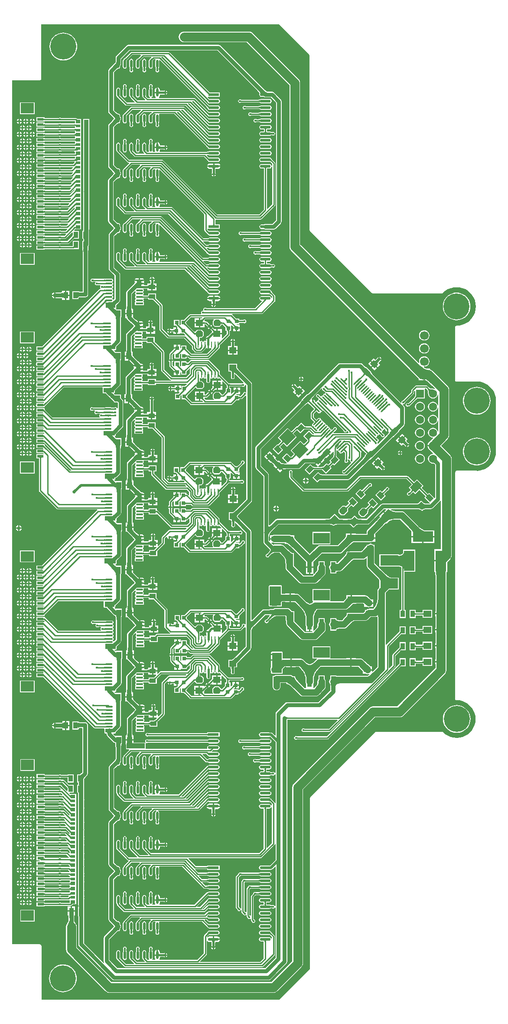
<source format=gtl>
G04*
G04 #@! TF.GenerationSoftware,Altium Limited,Altium Designer,18.1.9 (240)*
G04*
G04 Layer_Physical_Order=1*
G04 Layer_Color=255*
%FSLAX25Y25*%
%MOIN*%
G70*
G01*
G75*
%ADD10C,0.01000*%
%ADD13C,0.02000*%
%ADD17R,0.03000X0.03000*%
%ADD18R,0.03000X0.03000*%
%ADD19R,0.05500X0.05000*%
G04:AMPARAMS|DCode=20|XSize=55mil|YSize=50mil|CornerRadius=0mil|HoleSize=0mil|Usage=FLASHONLY|Rotation=0.000|XOffset=0mil|YOffset=0mil|HoleType=Round|Shape=Octagon|*
%AMOCTAGOND20*
4,1,8,0.02750,-0.01250,0.02750,0.01250,0.01500,0.02500,-0.01500,0.02500,-0.02750,0.01250,-0.02750,-0.01250,-0.01500,-0.02500,0.01500,-0.02500,0.02750,-0.01250,0.0*
%
%ADD20OCTAGOND20*%

%ADD21R,0.00984X0.04724*%
%ADD22O,0.00984X0.04724*%
%ADD23R,0.05512X0.04724*%
%ADD24R,0.08268X0.02165*%
%ADD25O,0.08268X0.02165*%
%ADD26R,0.05000X0.03500*%
%ADD27R,0.03500X0.05000*%
G04:AMPARAMS|DCode=28|XSize=11.81mil|YSize=70.87mil|CornerRadius=0mil|HoleSize=0mil|Usage=FLASHONLY|Rotation=45.000|XOffset=0mil|YOffset=0mil|HoleType=Round|Shape=Round|*
%AMOVALD28*
21,1,0.05906,0.01181,0.00000,0.00000,135.0*
1,1,0.01181,0.02088,-0.02088*
1,1,0.01181,-0.02088,0.02088*
%
%ADD28OVALD28*%

G04:AMPARAMS|DCode=29|XSize=11.81mil|YSize=70.87mil|CornerRadius=0mil|HoleSize=0mil|Usage=FLASHONLY|Rotation=135.000|XOffset=0mil|YOffset=0mil|HoleType=Round|Shape=Round|*
%AMOVALD29*
21,1,0.05906,0.01181,0.00000,0.00000,225.0*
1,1,0.01181,0.02088,0.02088*
1,1,0.01181,-0.02088,-0.02088*
%
%ADD29OVALD29*%

%ADD30O,0.01772X0.06299*%
G04:AMPARAMS|DCode=31|XSize=78.74mil|YSize=59.06mil|CornerRadius=0mil|HoleSize=0mil|Usage=FLASHONLY|Rotation=45.000|XOffset=0mil|YOffset=0mil|HoleType=Round|Shape=Rectangle|*
%AMROTATEDRECTD31*
4,1,4,-0.00696,-0.04872,-0.04872,-0.00696,0.00696,0.04872,0.04872,0.00696,-0.00696,-0.04872,0.0*
%
%ADD31ROTATEDRECTD31*%

G04:AMPARAMS|DCode=32|XSize=40mil|YSize=50mil|CornerRadius=0mil|HoleSize=0mil|Usage=FLASHONLY|Rotation=225.000|XOffset=0mil|YOffset=0mil|HoleType=Round|Shape=Rectangle|*
%AMROTATEDRECTD32*
4,1,4,-0.00354,0.03182,0.03182,-0.00354,0.00354,-0.03182,-0.03182,0.00354,-0.00354,0.03182,0.0*
%
%ADD32ROTATEDRECTD32*%

G04:AMPARAMS|DCode=33|XSize=60mil|YSize=50mil|CornerRadius=0mil|HoleSize=0mil|Usage=FLASHONLY|Rotation=45.000|XOffset=0mil|YOffset=0mil|HoleType=Round|Shape=Rectangle|*
%AMROTATEDRECTD33*
4,1,4,-0.00354,-0.03889,-0.03889,-0.00354,0.00354,0.03889,0.03889,0.00354,-0.00354,-0.03889,0.0*
%
%ADD33ROTATEDRECTD33*%

G04:AMPARAMS|DCode=34|XSize=60mil|YSize=50mil|CornerRadius=0mil|HoleSize=0mil|Usage=FLASHONLY|Rotation=45.000|XOffset=0mil|YOffset=0mil|HoleType=Round|Shape=Octagon|*
%AMOCTAGOND34*
4,1,8,0.03005,0.01237,0.01237,0.03005,-0.00530,0.03005,-0.03005,0.00530,-0.03005,-0.01237,-0.01237,-0.03005,0.00530,-0.03005,0.03005,-0.00530,0.03005,0.01237,0.0*
%
%ADD34OCTAGOND34*%

%ADD35R,0.04000X0.05000*%
%ADD36R,0.03543X0.02559*%
%ADD37R,0.03543X0.01968*%
%ADD38O,0.05512X0.01181*%
%ADD39R,0.05512X0.01181*%
%ADD40R,0.04921X0.01968*%
%ADD41R,0.09843X0.07874*%
%ADD42R,0.13780X0.07874*%
G04:AMPARAMS|DCode=43|XSize=40mil|YSize=50mil|CornerRadius=0mil|HoleSize=0mil|Usage=FLASHONLY|Rotation=315.000|XOffset=0mil|YOffset=0mil|HoleType=Round|Shape=Rectangle|*
%AMROTATEDRECTD43*
4,1,4,-0.03182,-0.00354,0.00354,0.03182,0.03182,0.00354,-0.00354,-0.03182,-0.03182,-0.00354,0.0*
%
%ADD43ROTATEDRECTD43*%

%ADD44R,0.06000X0.05000*%
G04:AMPARAMS|DCode=45|XSize=60mil|YSize=50mil|CornerRadius=0mil|HoleSize=0mil|Usage=FLASHONLY|Rotation=0.000|XOffset=0mil|YOffset=0mil|HoleType=Round|Shape=Octagon|*
%AMOCTAGOND45*
4,1,8,0.03000,-0.01250,0.03000,0.01250,0.01750,0.02500,-0.01750,0.02500,-0.03000,0.01250,-0.03000,-0.01250,-0.01750,-0.02500,0.01750,-0.02500,0.03000,-0.01250,0.0*
%
%ADD45OCTAGOND45*%

%ADD46R,0.03543X0.08268*%
%ADD47R,0.12598X0.08268*%
G04:AMPARAMS|DCode=48|XSize=94.49mil|YSize=86.61mil|CornerRadius=0mil|HoleSize=0mil|Usage=FLASHONLY|Rotation=225.000|XOffset=0mil|YOffset=0mil|HoleType=Round|Shape=Rectangle|*
%AMROTATEDRECTD48*
4,1,4,0.00278,0.06403,0.06403,0.00278,-0.00278,-0.06403,-0.06403,-0.00278,0.00278,0.06403,0.0*
%
%ADD48ROTATEDRECTD48*%

%ADD89C,0.03000*%
%ADD90C,0.05000*%
%ADD91C,0.01500*%
%ADD92C,0.07000*%
%ADD93R,0.13900X0.03900*%
%ADD94R,0.04400X0.08700*%
%ADD95R,0.07600X0.15600*%
%ADD96R,0.08700X0.15000*%
%ADD97R,0.07600X0.03600*%
%ADD98R,0.09700X0.03100*%
%ADD99R,0.08200X0.03400*%
%ADD100R,0.08688X0.03457*%
%ADD101R,0.07800X0.03894*%
%ADD102R,0.08400X0.03600*%
%ADD103R,0.08700X0.03900*%
%ADD104R,0.07700X0.04100*%
%ADD105R,0.08300X0.03900*%
%ADD106R,0.07500X0.03100*%
%ADD107R,0.08132X0.03700*%
%ADD108C,0.20000*%
%ADD109R,0.06299X0.06299*%
%ADD110C,0.06299*%
%ADD111R,0.07874X0.15748*%
%ADD112R,0.15748X0.07874*%
%ADD113R,0.06693X0.06693*%
%ADD114C,0.06693*%
%ADD115C,0.01600*%
%ADD116C,0.01500*%
%ADD117C,0.02000*%
%ADD118C,0.02500*%
G36*
X290879Y760935D02*
X290879Y626500D01*
X290879Y626500D01*
X290964Y626071D01*
X291207Y625707D01*
X338646Y578268D01*
X338646Y578268D01*
X339009Y578025D01*
X339439Y577940D01*
X339439Y577940D01*
X392619D01*
X393048Y578025D01*
X393412Y578268D01*
X393447Y578321D01*
X395166Y579788D01*
X397145Y581001D01*
X399290Y581890D01*
X401548Y582432D01*
X403862Y582614D01*
X406177Y582432D01*
X408434Y581890D01*
X410579Y581001D01*
X412559Y579788D01*
X414324Y578280D01*
X415832Y576515D01*
X417045Y574535D01*
X417934Y572390D01*
X418476Y570133D01*
X418658Y567818D01*
X418476Y565504D01*
X417934Y563246D01*
X417045Y561101D01*
X415832Y559122D01*
X414324Y557356D01*
X412559Y555848D01*
X410579Y554635D01*
X408434Y553747D01*
X406177Y553205D01*
X403924Y553027D01*
X403862Y553040D01*
X403433Y552954D01*
X403069Y552711D01*
X402826Y552348D01*
X402741Y551918D01*
Y511318D01*
X402826Y510889D01*
X403069Y510525D01*
X403433Y510282D01*
X403862Y510197D01*
X418862D01*
X419362Y510197D01*
X419362Y510197D01*
X419853Y510175D01*
X421679Y510032D01*
X423939Y509489D01*
X426086Y508600D01*
X428067Y507386D01*
X429834Y505877D01*
X431343Y504110D01*
X432557Y502129D01*
X433446Y499982D01*
X433988Y497723D01*
X434166Y495468D01*
X434153Y495406D01*
Y456206D01*
X434154Y456202D01*
X433990Y454113D01*
X433447Y451854D01*
X432558Y449707D01*
X431344Y447726D01*
X429835Y445959D01*
X428068Y444449D01*
X426086Y443235D01*
X423939Y442346D01*
X421680Y441803D01*
X419430Y441626D01*
X419362Y441640D01*
X403962D01*
X403533Y441554D01*
X403169Y441311D01*
X402926Y440947D01*
X402841Y440518D01*
Y267069D01*
X402826Y267048D01*
X402741Y266618D01*
X402826Y266189D01*
X403069Y265825D01*
X403408Y265599D01*
X403433Y265582D01*
X403435Y265582D01*
X403862Y265497D01*
X403869Y265498D01*
X404361Y265482D01*
X406230Y265335D01*
X408441Y264804D01*
X410543Y263933D01*
X412482Y262745D01*
X414212Y261268D01*
X415689Y259538D01*
X416877Y257599D01*
X417748Y255498D01*
X418279Y253286D01*
X418457Y251018D01*
X418279Y248751D01*
X417748Y246539D01*
X416877Y244438D01*
X415689Y242498D01*
X414212Y240769D01*
X412482Y239292D01*
X410543Y238103D01*
X408441Y237233D01*
X406230Y236702D01*
X403962Y236523D01*
X401695Y236702D01*
X399483Y237233D01*
X397382Y238103D01*
X395442Y239292D01*
X393757Y240731D01*
X393724Y240780D01*
X393360Y241023D01*
X392931Y241109D01*
X341987D01*
X341987Y241109D01*
X341558Y241023D01*
X341194Y240780D01*
X291307Y190893D01*
X291064Y190529D01*
X290978Y190100D01*
X290979Y190100D01*
Y58965D01*
X267535Y35522D01*
X84622D01*
Y76800D01*
X84622Y76800D01*
X84536Y77229D01*
X84293Y77593D01*
X84293Y77593D01*
X84193Y77693D01*
X83829Y77936D01*
X83400Y78022D01*
X83400Y78022D01*
X62022D01*
Y741578D01*
X83300D01*
X83729Y741664D01*
X84093Y741907D01*
X84336Y742271D01*
X84422Y742700D01*
Y784378D01*
X267435D01*
X290879Y760935D01*
D02*
G37*
%LPC*%
G36*
X182400Y763222D02*
X182400Y763222D01*
X153900D01*
X153900Y763222D01*
X153471Y763136D01*
X153107Y762893D01*
X148701Y758487D01*
X148635Y758460D01*
X148181Y758010D01*
X147959Y757798D01*
X147947Y757787D01*
X147917Y757728D01*
X147840Y757676D01*
X147838Y757675D01*
X147838Y757675D01*
X147629Y757535D01*
X147300Y757044D01*
X147185Y756464D01*
Y751936D01*
X147300Y751357D01*
X147629Y750865D01*
X148120Y750537D01*
X148700Y750421D01*
X149280Y750537D01*
X149771Y750865D01*
X150100Y751357D01*
X150215Y751936D01*
Y756344D01*
X150228Y756376D01*
X150215Y756409D01*
Y756444D01*
X150222Y756470D01*
X150210Y756490D01*
X150173Y756674D01*
X150210Y756731D01*
X150450Y757019D01*
X150613Y757188D01*
X150639Y757253D01*
X154365Y760978D01*
X160839D01*
X161030Y760517D01*
X159063Y758549D01*
X158999Y758524D01*
X158746Y758284D01*
X158648Y758198D01*
X158451Y758046D01*
X158381Y757999D01*
X158318Y757962D01*
X158271Y757939D01*
X158241Y757928D01*
X158193Y757915D01*
X158127Y757865D01*
X158120Y757863D01*
X158016Y757794D01*
X157898Y757744D01*
X157881Y757704D01*
X157629Y757535D01*
X157300Y757044D01*
X157185Y756464D01*
Y751936D01*
X157300Y751357D01*
X157629Y750865D01*
X158120Y750537D01*
X158700Y750421D01*
X159280Y750537D01*
X159771Y750865D01*
X160100Y751357D01*
X160215Y751936D01*
Y755970D01*
X160221Y755981D01*
X160215Y756006D01*
Y756046D01*
X160228Y756079D01*
X160215Y756111D01*
Y756406D01*
X160276Y756495D01*
X160538Y756807D01*
X160712Y756987D01*
X160726Y757022D01*
X160759Y757041D01*
X160771Y757085D01*
X163065Y759378D01*
X168939D01*
X169130Y758917D01*
X168701Y758487D01*
X168634Y758460D01*
X168181Y758010D01*
X167959Y757798D01*
X167947Y757787D01*
X167917Y757728D01*
X167840Y757676D01*
X167839Y757675D01*
X167839Y757675D01*
X167629Y757535D01*
X167300Y757044D01*
X167185Y756464D01*
Y751936D01*
X167300Y751357D01*
X167629Y750865D01*
X168120Y750537D01*
X168700Y750421D01*
X169280Y750537D01*
X169771Y750865D01*
X170100Y751357D01*
X170215Y751936D01*
Y756344D01*
X170228Y756376D01*
X170215Y756409D01*
Y756444D01*
X170222Y756470D01*
X170210Y756490D01*
X170173Y756674D01*
X170211Y756731D01*
X170450Y757019D01*
X170614Y757188D01*
X170639Y757253D01*
X171165Y757778D01*
X172190D01*
X172457Y757278D01*
X172300Y757044D01*
X172185Y756464D01*
Y751936D01*
X172245Y751637D01*
X172227Y751595D01*
X172276Y751477D01*
X172300Y751357D01*
X172309Y751344D01*
X172322Y751257D01*
X172370Y751179D01*
X172402Y751115D01*
X172433Y751041D01*
X172461Y750956D01*
X172487Y750861D01*
X172509Y750754D01*
X172525Y750644D01*
X172548Y750362D01*
X172551Y750207D01*
X172578Y750144D01*
Y750078D01*
X172551Y750011D01*
X172550Y749932D01*
X172545Y749701D01*
X172428Y749527D01*
X172324Y749000D01*
X172428Y748473D01*
X172727Y748027D01*
X173173Y747728D01*
X173700Y747623D01*
X174227Y747728D01*
X174673Y748027D01*
X174972Y748473D01*
X175076Y749000D01*
X174972Y749527D01*
X174868Y749683D01*
X174848Y750043D01*
X174822Y750100D01*
Y750144D01*
X174849Y750207D01*
X174852Y750362D01*
X174875Y750644D01*
X174891Y750754D01*
X174913Y750861D01*
X174939Y750956D01*
X174967Y751041D01*
X174998Y751115D01*
X175030Y751179D01*
X175078Y751257D01*
X175091Y751344D01*
X175100Y751357D01*
X175124Y751477D01*
X175173Y751595D01*
X175155Y751637D01*
X175215Y751936D01*
Y756464D01*
X175158Y756748D01*
X175619Y756995D01*
X211790Y720823D01*
X211817Y720757D01*
X211944Y720628D01*
X212153Y720401D01*
X212302Y720218D01*
X212347Y720155D01*
X212377Y720107D01*
X212388Y720085D01*
X212391Y720074D01*
X212396Y720067D01*
X212405Y720044D01*
X212434Y720014D01*
X212453Y719987D01*
X212482Y719843D01*
X212854Y719287D01*
X213410Y718915D01*
X214067Y718784D01*
X220169D01*
X220826Y718915D01*
X221382Y719287D01*
X221754Y719843D01*
X221885Y720500D01*
X221754Y721157D01*
X221382Y721713D01*
X220826Y722085D01*
X220169Y722216D01*
X214067D01*
X214047Y722212D01*
X214043Y722214D01*
X214029Y722208D01*
X213983Y722199D01*
X213950Y722207D01*
X213912Y722185D01*
X213748Y722152D01*
X213689Y722191D01*
X213405Y722426D01*
X213239Y722586D01*
X213174Y722612D01*
X213125Y722661D01*
X213106Y722685D01*
X213101Y722686D01*
X176870Y758917D01*
X177061Y759378D01*
X178135D01*
X211803Y725711D01*
X211829Y725645D01*
X211941Y725531D01*
X212135Y725315D01*
X212296Y725112D01*
X212353Y725031D01*
X212464Y724850D01*
X212500Y724781D01*
X212539Y724694D01*
X212654Y724586D01*
X212854Y724287D01*
X213410Y723915D01*
X214067Y723784D01*
X220169D01*
X220826Y723915D01*
X221382Y724287D01*
X221754Y724844D01*
X221885Y725500D01*
X221754Y726157D01*
X221382Y726713D01*
X220826Y727085D01*
X220169Y727216D01*
X214067D01*
X213893Y727181D01*
X213841Y727193D01*
X213801Y727167D01*
X213753Y727171D01*
X213726Y727148D01*
X213650Y727133D01*
X213643Y727137D01*
X213355Y727377D01*
X213183Y727543D01*
X213118Y727568D01*
X212358Y728328D01*
X212576Y728817D01*
X212805Y728817D01*
X221852D01*
Y732183D01*
X214456D01*
X214419Y732204D01*
X214365Y732189D01*
X214313Y732207D01*
X214260Y732183D01*
X214039D01*
X214026Y732190D01*
X213910Y732272D01*
X213575Y732557D01*
X213381Y732745D01*
X213356Y732755D01*
X213343Y732778D01*
X213292Y732794D01*
X183193Y762893D01*
X182829Y763136D01*
X182400Y763222D01*
D02*
G37*
G36*
X101400Y778033D02*
X99737Y777902D01*
X98114Y777512D01*
X96573Y776874D01*
X95150Y776002D01*
X93881Y774919D01*
X92798Y773650D01*
X91926Y772227D01*
X91288Y770686D01*
X90898Y769063D01*
X90767Y767400D01*
X90898Y765737D01*
X91288Y764114D01*
X91926Y762573D01*
X92798Y761150D01*
X93881Y759881D01*
X95150Y758798D01*
X96573Y757926D01*
X98114Y757288D01*
X99737Y756898D01*
X101400Y756767D01*
X103063Y756898D01*
X104686Y757288D01*
X106227Y757926D01*
X107650Y758798D01*
X108918Y759881D01*
X110002Y761150D01*
X110874Y762573D01*
X111512Y764114D01*
X111902Y765737D01*
X112033Y767400D01*
X111902Y769063D01*
X111512Y770686D01*
X110874Y772227D01*
X110002Y773650D01*
X108918Y774919D01*
X107650Y776002D01*
X106227Y776874D01*
X104686Y777512D01*
X103063Y777902D01*
X101400Y778033D01*
D02*
G37*
G36*
X163700Y757979D02*
X163120Y757863D01*
X162629Y757535D01*
X162300Y757044D01*
X162185Y756464D01*
Y751936D01*
X162245Y751637D01*
X162227Y751595D01*
X162276Y751477D01*
X162300Y751357D01*
X162309Y751344D01*
X162322Y751257D01*
X162370Y751179D01*
X162402Y751115D01*
X162433Y751041D01*
X162461Y750956D01*
X162487Y750861D01*
X162509Y750754D01*
X162525Y750644D01*
X162548Y750362D01*
X162551Y750207D01*
X162578Y750144D01*
Y750078D01*
X162551Y750011D01*
X162550Y749932D01*
X162545Y749701D01*
X162428Y749527D01*
X162324Y749000D01*
X162428Y748473D01*
X162727Y748027D01*
X163173Y747728D01*
X163700Y747623D01*
X164227Y747728D01*
X164673Y748027D01*
X164972Y748473D01*
X165076Y749000D01*
X164972Y749527D01*
X164868Y749683D01*
X164848Y750043D01*
X164822Y750100D01*
Y750144D01*
X164849Y750207D01*
X164852Y750362D01*
X164875Y750644D01*
X164891Y750754D01*
X164913Y750861D01*
X164939Y750956D01*
X164967Y751041D01*
X164998Y751115D01*
X165030Y751179D01*
X165078Y751257D01*
X165091Y751344D01*
X165100Y751357D01*
X165124Y751477D01*
X165173Y751595D01*
X165155Y751637D01*
X165215Y751936D01*
Y756464D01*
X165100Y757044D01*
X164771Y757535D01*
X164280Y757863D01*
X163700Y757979D01*
D02*
G37*
G36*
X153700D02*
X153120Y757863D01*
X152629Y757535D01*
X152300Y757044D01*
X152185Y756464D01*
Y751936D01*
X152245Y751637D01*
X152227Y751595D01*
X152276Y751477D01*
X152300Y751357D01*
X152309Y751344D01*
X152322Y751257D01*
X152370Y751179D01*
X152402Y751115D01*
X152433Y751041D01*
X152461Y750956D01*
X152487Y750861D01*
X152509Y750754D01*
X152525Y750644D01*
X152548Y750362D01*
X152551Y750207D01*
X152578Y750144D01*
Y750078D01*
X152551Y750011D01*
X152550Y749932D01*
X152545Y749701D01*
X152428Y749527D01*
X152324Y749000D01*
X152428Y748473D01*
X152727Y748027D01*
X153173Y747728D01*
X153700Y747623D01*
X154227Y747728D01*
X154673Y748027D01*
X154972Y748473D01*
X155076Y749000D01*
X154972Y749527D01*
X154868Y749683D01*
X154849Y750043D01*
X154822Y750100D01*
Y750144D01*
X154849Y750207D01*
X154852Y750362D01*
X154875Y750644D01*
X154891Y750754D01*
X154913Y750861D01*
X154939Y750956D01*
X154967Y751041D01*
X154998Y751115D01*
X155030Y751179D01*
X155078Y751257D01*
X155091Y751344D01*
X155100Y751357D01*
X155124Y751477D01*
X155173Y751595D01*
X155155Y751637D01*
X155215Y751936D01*
Y756464D01*
X155100Y757044D01*
X154771Y757535D01*
X154280Y757863D01*
X153700Y757979D01*
D02*
G37*
G36*
X173200Y736087D02*
X172964Y736040D01*
X172340Y735623D01*
X171924Y735000D01*
X171777Y734264D01*
Y732500D01*
X173200D01*
Y736087D01*
D02*
G37*
G36*
X180300Y733685D02*
Y732500D01*
X181485D01*
X181448Y732683D01*
X181062Y733262D01*
X180483Y733648D01*
X180300Y733685D01*
D02*
G37*
G36*
X181485Y731500D02*
X180300D01*
Y730315D01*
X180483Y730351D01*
X181062Y730738D01*
X181448Y731317D01*
X181485Y731500D01*
D02*
G37*
G36*
X158700Y738576D02*
X158173Y738472D01*
X157727Y738173D01*
X157428Y737727D01*
X157324Y737200D01*
X157428Y736673D01*
X157532Y736517D01*
X157552Y736157D01*
X157579Y736100D01*
Y736056D01*
X157551Y735993D01*
X157548Y735838D01*
X157525Y735556D01*
X157509Y735446D01*
X157487Y735339D01*
X157461Y735244D01*
X157433Y735159D01*
X157402Y735085D01*
X157370Y735021D01*
X157322Y734942D01*
X157309Y734856D01*
X157300Y734843D01*
X157276Y734723D01*
X157227Y734605D01*
X157245Y734563D01*
X157185Y734264D01*
Y729736D01*
X157300Y729156D01*
X157629Y728665D01*
X158120Y728337D01*
X158700Y728221D01*
X159280Y728337D01*
X159771Y728665D01*
X160100Y729156D01*
X160215Y729736D01*
Y734264D01*
X160155Y734563D01*
X160173Y734605D01*
X160124Y734723D01*
X160100Y734843D01*
X160091Y734856D01*
X160078Y734942D01*
X160030Y735021D01*
X159998Y735085D01*
X159967Y735159D01*
X159939Y735244D01*
X159913Y735339D01*
X159891Y735446D01*
X159875Y735556D01*
X159852Y735838D01*
X159849Y735993D01*
X159822Y736056D01*
Y736122D01*
X159850Y736189D01*
X159850Y736268D01*
X159855Y736499D01*
X159972Y736673D01*
X160076Y737200D01*
X159972Y737727D01*
X159673Y738173D01*
X159227Y738472D01*
X158700Y738576D01*
D02*
G37*
G36*
X148700D02*
X148173Y738472D01*
X147727Y738173D01*
X147428Y737727D01*
X147324Y737200D01*
X147428Y736673D01*
X147532Y736517D01*
X147552Y736157D01*
X147579Y736100D01*
Y736056D01*
X147551Y735993D01*
X147548Y735838D01*
X147525Y735556D01*
X147509Y735446D01*
X147487Y735339D01*
X147461Y735244D01*
X147433Y735159D01*
X147402Y735085D01*
X147370Y735021D01*
X147322Y734942D01*
X147309Y734856D01*
X147300Y734843D01*
X147276Y734723D01*
X147228Y734605D01*
X147245Y734563D01*
X147185Y734264D01*
Y729736D01*
X147300Y729156D01*
X147629Y728665D01*
X148120Y728337D01*
X148700Y728221D01*
X149280Y728337D01*
X149771Y728665D01*
X150100Y729156D01*
X150215Y729736D01*
Y734264D01*
X150155Y734563D01*
X150173Y734605D01*
X150124Y734723D01*
X150100Y734843D01*
X150091Y734856D01*
X150078Y734942D01*
X150030Y735021D01*
X149998Y735085D01*
X149967Y735159D01*
X149939Y735244D01*
X149913Y735339D01*
X149891Y735446D01*
X149875Y735556D01*
X149852Y735838D01*
X149849Y735993D01*
X149822Y736056D01*
Y736122D01*
X149849Y736189D01*
X149850Y736268D01*
X149855Y736499D01*
X149972Y736673D01*
X150076Y737200D01*
X149972Y737727D01*
X149673Y738173D01*
X149227Y738472D01*
X148700Y738576D01*
D02*
G37*
G36*
X168700D02*
X168173Y738472D01*
X167727Y738173D01*
X167428Y737727D01*
X167324Y737200D01*
X167428Y736673D01*
X167532Y736517D01*
X167551Y736157D01*
X167578Y736100D01*
Y736056D01*
X167551Y735993D01*
X167548Y735838D01*
X167525Y735556D01*
X167509Y735446D01*
X167487Y735339D01*
X167461Y735244D01*
X167433Y735159D01*
X167402Y735085D01*
X167370Y735021D01*
X167322Y734942D01*
X167309Y734856D01*
X167300Y734843D01*
X167276Y734723D01*
X167227Y734605D01*
X167245Y734563D01*
X167185Y734264D01*
Y729736D01*
X167300Y729156D01*
X167629Y728665D01*
X168120Y728337D01*
X168196Y728322D01*
X168147Y727822D01*
X166365D01*
X165510Y728676D01*
X165506Y728699D01*
X165452Y728736D01*
X165427Y728798D01*
X165405Y728821D01*
X165121Y729214D01*
X165122Y729270D01*
X165215Y729736D01*
Y734264D01*
X165100Y734843D01*
X164771Y735335D01*
X164280Y735663D01*
X163700Y735779D01*
X163120Y735663D01*
X162629Y735335D01*
X162300Y734843D01*
X162185Y734264D01*
Y729736D01*
X162235Y729485D01*
X162224Y729409D01*
X162156Y729271D01*
X162189Y729172D01*
X162174Y729069D01*
X162266Y728945D01*
X162315Y728800D01*
X162861Y728176D01*
X162907Y728107D01*
X163021Y727993D01*
X163261Y727718D01*
X163281Y727709D01*
X163289Y727688D01*
X163638Y727336D01*
X163706Y727308D01*
X164530Y726483D01*
X164339Y726022D01*
X158365D01*
X155592Y728794D01*
X155580Y728837D01*
X155547Y728856D01*
X155534Y728892D01*
X155370Y729062D01*
X155247Y729203D01*
X155156Y729321D01*
X155138Y729348D01*
X155157Y729443D01*
X155192Y729491D01*
X155184Y729537D01*
X155207Y729579D01*
X155193Y729625D01*
X155215Y729736D01*
Y734264D01*
X155100Y734843D01*
X154771Y735335D01*
X154280Y735663D01*
X153700Y735779D01*
X153120Y735663D01*
X152629Y735335D01*
X152300Y734843D01*
X152185Y734264D01*
Y729736D01*
X152300Y729156D01*
X152629Y728665D01*
X152699Y728618D01*
X152907Y728307D01*
X153272Y727942D01*
X153569Y727609D01*
X153585Y727601D01*
X153592Y727584D01*
X153805Y727370D01*
X153873Y727341D01*
X156430Y724784D01*
X156239Y724322D01*
X150365D01*
X145679Y729007D01*
X145653Y729072D01*
X145480Y729252D01*
X145344Y729405D01*
X145241Y729536D01*
X145190Y729612D01*
X145215Y729736D01*
Y729842D01*
X145226Y729862D01*
X145215Y729897D01*
Y729924D01*
X145227Y729959D01*
X145215Y729985D01*
Y734264D01*
X145100Y734843D01*
X144771Y735335D01*
X144280Y735663D01*
X143700Y735779D01*
X143120Y735663D01*
X142629Y735335D01*
X142300Y734843D01*
X142185Y734264D01*
Y729736D01*
X142300Y729156D01*
X142629Y728665D01*
X142854Y728514D01*
X142859Y728499D01*
X142948Y728452D01*
X142996Y728419D01*
X143012Y728387D01*
X143638Y727836D01*
X143760Y727715D01*
X143826Y727688D01*
X149107Y722407D01*
X149107Y722407D01*
X149471Y722164D01*
X149900Y722078D01*
X149900Y722078D01*
X195335D01*
X211814Y705599D01*
X211839Y705536D01*
X212186Y705171D01*
X212347Y704982D01*
X212465Y704825D01*
X212497Y704774D01*
X212521Y704734D01*
X212544Y704684D01*
X212658Y704580D01*
X212854Y704287D01*
X213410Y703915D01*
X214067Y703784D01*
X220169D01*
X220826Y703915D01*
X221382Y704287D01*
X221754Y704844D01*
X221885Y705500D01*
X221754Y706156D01*
X221382Y706713D01*
X220826Y707085D01*
X220169Y707216D01*
X214067D01*
X213797Y707162D01*
X213723Y707175D01*
X213685Y707149D01*
X213639Y707151D01*
X213611Y707125D01*
X213562Y707115D01*
X213295Y707337D01*
X213126Y707500D01*
X213061Y707525D01*
X197270Y723316D01*
X197461Y723778D01*
X198535D01*
X211501Y710813D01*
X211527Y710747D01*
X212213Y710045D01*
X212505Y709722D01*
X212547Y709671D01*
X212559Y709654D01*
X212565Y709644D01*
X212569Y709640D01*
X212580Y709624D01*
X212621Y709599D01*
X212672Y709558D01*
X212854Y709287D01*
X213410Y708915D01*
X214067Y708784D01*
X220169D01*
X220826Y708915D01*
X221382Y709287D01*
X221754Y709843D01*
X221885Y710500D01*
X221754Y711157D01*
X221382Y711713D01*
X220826Y712085D01*
X220169Y712216D01*
X214067D01*
X213700Y712143D01*
X213611Y712154D01*
X213576Y712127D01*
X213532Y712127D01*
X213509Y712105D01*
X213475Y712098D01*
X213235Y712296D01*
X213069Y712456D01*
X213039Y712468D01*
X213024Y712496D01*
X212977Y712509D01*
X200370Y725116D01*
X200561Y725578D01*
X201635D01*
X211475Y715738D01*
X211503Y715671D01*
X212672Y714501D01*
X212725Y714479D01*
X212854Y714287D01*
X213410Y713915D01*
X214067Y713784D01*
X220169D01*
X220826Y713915D01*
X221382Y714287D01*
X221754Y714844D01*
X221885Y715500D01*
X221754Y716156D01*
X221382Y716713D01*
X220826Y717085D01*
X220169Y717216D01*
X214067D01*
X213558Y717114D01*
X213517Y717118D01*
X213498Y717102D01*
X213410Y717085D01*
X213394Y717074D01*
X213184Y717247D01*
X213020Y717405D01*
X212982Y717420D01*
X212961Y717456D01*
X212920Y717466D01*
X202893Y727493D01*
X202529Y727736D01*
X202100Y727822D01*
X202100Y727822D01*
X175129D01*
X174977Y728322D01*
X175060Y728377D01*
X175476Y729000D01*
X175623Y729736D01*
Y730574D01*
X175628Y730575D01*
X175840Y730594D01*
X176108Y730601D01*
X176159Y730623D01*
X178710D01*
X179117Y730351D01*
X179300Y730315D01*
Y732000D01*
Y733685D01*
X179117Y733648D01*
X178710Y733376D01*
X176159D01*
X176108Y733399D01*
X175840Y733406D01*
X175628Y733425D01*
X175623Y733426D01*
Y734264D01*
X175476Y735000D01*
X175060Y735623D01*
X174436Y736040D01*
X174200Y736087D01*
Y732000D01*
X173700D01*
Y731500D01*
X171777D01*
Y729736D01*
X171924Y729000D01*
X172340Y728377D01*
X172423Y728322D01*
X172271Y727822D01*
X169253D01*
X169204Y728322D01*
X169280Y728337D01*
X169771Y728665D01*
X170100Y729156D01*
X170215Y729736D01*
Y734264D01*
X170155Y734563D01*
X170173Y734605D01*
X170124Y734723D01*
X170100Y734843D01*
X170091Y734856D01*
X170078Y734942D01*
X170030Y735021D01*
X169998Y735085D01*
X169967Y735159D01*
X169939Y735244D01*
X169913Y735339D01*
X169891Y735446D01*
X169875Y735556D01*
X169852Y735838D01*
X169849Y735993D01*
X169822Y736056D01*
Y736122D01*
X169849Y736189D01*
X169850Y736268D01*
X169855Y736499D01*
X169972Y736673D01*
X170076Y737200D01*
X169972Y737727D01*
X169673Y738173D01*
X169227Y738472D01*
X168700Y738576D01*
D02*
G37*
G36*
X259933Y727216D02*
X253831D01*
X253174Y727085D01*
X253035Y726992D01*
X252914Y726964D01*
X252817Y726895D01*
X252736Y726846D01*
X252650Y726802D01*
X252559Y726763D01*
X252463Y726730D01*
X252360Y726702D01*
X252251Y726680D01*
X252134Y726663D01*
X252010Y726653D01*
X251862Y726649D01*
X251800Y726622D01*
X238278D01*
X238211Y726649D01*
X238132Y726650D01*
X237901Y726655D01*
X237727Y726772D01*
X237200Y726876D01*
X236673Y726772D01*
X236227Y726473D01*
X235928Y726027D01*
X235823Y725500D01*
X235928Y724973D01*
X236227Y724527D01*
X236673Y724228D01*
X237200Y724123D01*
X237727Y724228D01*
X237882Y724332D01*
X238243Y724352D01*
X238300Y724378D01*
X251800D01*
X251862Y724351D01*
X252010Y724347D01*
X252134Y724337D01*
X252251Y724321D01*
X252360Y724298D01*
X252463Y724270D01*
X252559Y724237D01*
X252650Y724198D01*
X252736Y724154D01*
X252817Y724105D01*
X252914Y724036D01*
X253035Y724008D01*
X253174Y723915D01*
X253831Y723784D01*
X259933D01*
X260590Y723915D01*
X261146Y724287D01*
X261518Y724844D01*
X261649Y725500D01*
X261518Y726157D01*
X261146Y726713D01*
X260590Y727085D01*
X259933Y727216D01*
D02*
G37*
G36*
Y722216D02*
X253831D01*
X253174Y722085D01*
X253035Y721992D01*
X252914Y721964D01*
X252817Y721895D01*
X252736Y721846D01*
X252650Y721802D01*
X252559Y721763D01*
X252463Y721730D01*
X252360Y721702D01*
X252251Y721679D01*
X252134Y721663D01*
X252010Y721653D01*
X251862Y721649D01*
X251800Y721622D01*
X241678D01*
X241611Y721649D01*
X241532Y721650D01*
X241301Y721655D01*
X241127Y721772D01*
X240600Y721876D01*
X240073Y721772D01*
X239627Y721473D01*
X239328Y721027D01*
X239224Y720500D01*
X239328Y719973D01*
X239627Y719527D01*
X240073Y719228D01*
X240600Y719124D01*
X241127Y719228D01*
X241283Y719332D01*
X241643Y719351D01*
X241700Y719378D01*
X251800D01*
X251862Y719351D01*
X252010Y719347D01*
X252134Y719337D01*
X252251Y719320D01*
X252360Y719298D01*
X252463Y719270D01*
X252559Y719237D01*
X252650Y719198D01*
X252736Y719154D01*
X252817Y719105D01*
X252914Y719036D01*
X253035Y719008D01*
X253174Y718915D01*
X253831Y718784D01*
X259933D01*
X260590Y718915D01*
X261146Y719287D01*
X261518Y719843D01*
X261649Y720500D01*
X261518Y721157D01*
X261146Y721713D01*
X260590Y722085D01*
X259933Y722216D01*
D02*
G37*
G36*
X193900Y721122D02*
X193900Y721122D01*
X153900D01*
X153900Y721122D01*
X153471Y721036D01*
X153107Y720793D01*
X148745Y716431D01*
X148679Y716404D01*
X148223Y715957D01*
X148031Y715781D01*
X148015Y715768D01*
X148000Y715757D01*
X147957Y715687D01*
X147893Y715645D01*
X147845Y715618D01*
X147844Y715612D01*
X147629Y715468D01*
X147300Y714977D01*
X147185Y714397D01*
Y709869D01*
X147300Y709290D01*
X147629Y708798D01*
X148120Y708470D01*
X148700Y708355D01*
X149280Y708470D01*
X149771Y708798D01*
X150100Y709290D01*
X150215Y709869D01*
Y714234D01*
X150228Y714264D01*
X150215Y714298D01*
Y714329D01*
X150223Y714359D01*
X150215Y714373D01*
Y714397D01*
X150179Y714579D01*
X150219Y714639D01*
X150462Y714930D01*
X150627Y715101D01*
X150652Y715166D01*
X154365Y718878D01*
X160939D01*
X161130Y718417D01*
X159172Y716458D01*
X159107Y716433D01*
X158996Y716325D01*
X158780Y716141D01*
X158691Y716075D01*
X158600Y716015D01*
X158514Y715965D01*
X158435Y715926D01*
X158361Y715895D01*
X158294Y715873D01*
X158205Y715851D01*
X158135Y715800D01*
X158120Y715797D01*
X158040Y715743D01*
X157922Y715701D01*
X157897Y715648D01*
X157629Y715468D01*
X157300Y714977D01*
X157185Y714397D01*
Y709869D01*
X157300Y709290D01*
X157629Y708798D01*
X158120Y708470D01*
X158700Y708355D01*
X159280Y708470D01*
X159771Y708798D01*
X160100Y709290D01*
X160215Y709869D01*
Y713747D01*
X160215Y713748D01*
X160215Y713751D01*
Y713819D01*
X160228Y713845D01*
X160215Y713881D01*
Y714198D01*
X160218Y714204D01*
X160294Y714313D01*
X160559Y714628D01*
X160734Y714809D01*
X160760Y714874D01*
X163165Y717278D01*
X169239D01*
X169430Y716817D01*
X169092Y716478D01*
X169028Y716454D01*
X168780Y716219D01*
X168684Y716136D01*
X168487Y715987D01*
X168415Y715941D01*
X168348Y715904D01*
X168295Y715879D01*
X168256Y715864D01*
X168197Y715849D01*
X168130Y715799D01*
X168120Y715797D01*
X168023Y715732D01*
X167904Y715684D01*
X167886Y715640D01*
X167629Y715468D01*
X167300Y714977D01*
X167185Y714397D01*
Y709869D01*
X167300Y709290D01*
X167629Y708798D01*
X168120Y708470D01*
X168700Y708355D01*
X169280Y708470D01*
X169771Y708798D01*
X170100Y709290D01*
X170215Y709869D01*
Y713864D01*
X170220Y713872D01*
X170215Y713893D01*
Y713939D01*
X170228Y713971D01*
X170215Y714004D01*
Y714304D01*
X170280Y714399D01*
X170544Y714712D01*
X170718Y714892D01*
X170728Y714918D01*
X170752Y714931D01*
X170767Y714981D01*
X171465Y715678D01*
X172168D01*
X172435Y715178D01*
X172300Y714977D01*
X172185Y714397D01*
Y709869D01*
X172245Y709570D01*
X172227Y709529D01*
X172276Y709410D01*
X172300Y709290D01*
X172309Y709277D01*
X172322Y709191D01*
X172370Y709112D01*
X172402Y709048D01*
X172433Y708974D01*
X172461Y708889D01*
X172487Y708794D01*
X172509Y708687D01*
X172525Y708577D01*
X172548Y708295D01*
X172551Y708141D01*
X172578Y708077D01*
Y708011D01*
X172551Y707944D01*
X172550Y707865D01*
X172545Y707635D01*
X172428Y707460D01*
X172324Y706933D01*
X172428Y706407D01*
X172727Y705960D01*
X173173Y705662D01*
X173700Y705557D01*
X174227Y705662D01*
X174673Y705960D01*
X174972Y706407D01*
X175076Y706933D01*
X174972Y707460D01*
X174868Y707616D01*
X174848Y707977D01*
X174822Y708033D01*
Y708077D01*
X174849Y708141D01*
X174852Y708295D01*
X174875Y708577D01*
X174891Y708687D01*
X174913Y708794D01*
X174939Y708889D01*
X174967Y708974D01*
X174998Y709048D01*
X175030Y709112D01*
X175078Y709191D01*
X175091Y709277D01*
X175100Y709290D01*
X175124Y709410D01*
X175173Y709529D01*
X175155Y709570D01*
X175215Y709869D01*
Y714397D01*
X175100Y714977D01*
X174965Y715178D01*
X175232Y715678D01*
X186735D01*
X211814Y690599D01*
X211839Y690536D01*
X212186Y690171D01*
X212347Y689982D01*
X212465Y689825D01*
X212497Y689774D01*
X212521Y689734D01*
X212544Y689684D01*
X212658Y689580D01*
X212854Y689287D01*
X213410Y688915D01*
X214067Y688784D01*
X220169D01*
X220826Y688915D01*
X221382Y689287D01*
X221754Y689844D01*
X221885Y690500D01*
X221754Y691156D01*
X221382Y691713D01*
X220826Y692085D01*
X220169Y692216D01*
X214067D01*
X213797Y692162D01*
X213723Y692175D01*
X213685Y692149D01*
X213639Y692150D01*
X213611Y692125D01*
X213562Y692115D01*
X213295Y692337D01*
X213126Y692499D01*
X213061Y692525D01*
X188770Y716817D01*
X188961Y717278D01*
X189935D01*
X211475Y695738D01*
X211503Y695671D01*
X212672Y694501D01*
X212725Y694479D01*
X212854Y694287D01*
X213410Y693915D01*
X214067Y693784D01*
X220169D01*
X220826Y693915D01*
X221382Y694287D01*
X221754Y694843D01*
X221885Y695500D01*
X221754Y696157D01*
X221382Y696713D01*
X220826Y697085D01*
X220169Y697216D01*
X214067D01*
X213558Y697114D01*
X213517Y697118D01*
X213498Y697102D01*
X213410Y697085D01*
X213394Y697074D01*
X213184Y697247D01*
X213020Y697405D01*
X212982Y697420D01*
X212961Y697456D01*
X212920Y697466D01*
X191970Y718417D01*
X192161Y718878D01*
X193435D01*
X211501Y700813D01*
X211527Y700747D01*
X212213Y700045D01*
X212505Y699722D01*
X212547Y699671D01*
X212559Y699654D01*
X212565Y699644D01*
X212569Y699640D01*
X212580Y699624D01*
X212621Y699599D01*
X212672Y699558D01*
X212854Y699287D01*
X213410Y698915D01*
X214067Y698784D01*
X220169D01*
X220826Y698915D01*
X221382Y699287D01*
X221754Y699844D01*
X221885Y700500D01*
X221754Y701157D01*
X221382Y701713D01*
X220826Y702085D01*
X220169Y702216D01*
X214067D01*
X213700Y702143D01*
X213611Y702154D01*
X213576Y702127D01*
X213532Y702127D01*
X213509Y702105D01*
X213475Y702098D01*
X213235Y702296D01*
X213069Y702456D01*
X213039Y702468D01*
X213024Y702496D01*
X212977Y702509D01*
X194693Y720793D01*
X194329Y721036D01*
X193900Y721122D01*
D02*
G37*
G36*
X259933Y717216D02*
X253831D01*
X253174Y717085D01*
X253035Y716992D01*
X252914Y716964D01*
X252817Y716895D01*
X252736Y716846D01*
X252650Y716802D01*
X252559Y716763D01*
X252463Y716730D01*
X252360Y716702D01*
X252251Y716679D01*
X252134Y716663D01*
X252010Y716653D01*
X251862Y716649D01*
X251800Y716622D01*
X246078D01*
X246011Y716649D01*
X245932Y716650D01*
X245701Y716655D01*
X245527Y716772D01*
X245000Y716877D01*
X244473Y716772D01*
X244027Y716473D01*
X243728Y716027D01*
X243623Y715500D01*
X243728Y714973D01*
X244027Y714527D01*
X244473Y714228D01*
X245000Y714123D01*
X245527Y714228D01*
X245683Y714332D01*
X246043Y714352D01*
X246100Y714378D01*
X251800D01*
X251862Y714351D01*
X252010Y714347D01*
X252134Y714337D01*
X252251Y714321D01*
X252360Y714298D01*
X252463Y714270D01*
X252559Y714237D01*
X252650Y714198D01*
X252736Y714154D01*
X252817Y714105D01*
X252914Y714036D01*
X253035Y714008D01*
X253174Y713915D01*
X253831Y713784D01*
X259933D01*
X260590Y713915D01*
X261146Y714287D01*
X261518Y714844D01*
X261649Y715500D01*
X261518Y716156D01*
X261146Y716713D01*
X260590Y717085D01*
X259933Y717216D01*
D02*
G37*
G36*
X79220Y724565D02*
X68177D01*
Y715491D01*
X79220D01*
Y724565D01*
D02*
G37*
G36*
X86285Y713028D02*
X86250Y713013D01*
X86213Y713024D01*
X86152Y712991D01*
X80776D01*
Y709822D01*
X86152D01*
X86213Y709789D01*
X86250Y709799D01*
X86285Y709785D01*
X86375Y709822D01*
X86897D01*
Y710225D01*
X86906Y710227D01*
X87002Y710242D01*
X87130Y710253D01*
X87301Y710257D01*
X87363Y710285D01*
X97710D01*
X97775Y710257D01*
X97778Y710258D01*
X97780Y710257D01*
X97848Y710257D01*
X98099Y710243D01*
X98270Y710128D01*
X98797Y710023D01*
X99324Y710128D01*
X99494Y710243D01*
X99745Y710257D01*
X99813Y710257D01*
X99816Y710258D01*
X99819Y710257D01*
X99884Y710285D01*
X110303D01*
Y708717D01*
X109915Y708412D01*
X109848Y708384D01*
X99878D01*
X99811Y708412D01*
X99732Y708412D01*
X99501Y708418D01*
X99327Y708534D01*
X98800Y708639D01*
X98273Y708534D01*
X98118Y708430D01*
X97757Y708411D01*
X97700Y708384D01*
X87364D01*
X87302Y708412D01*
X87130Y708416D01*
X87003Y708427D01*
X86907Y708443D01*
X86897Y708446D01*
Y709054D01*
X80776D01*
Y705885D01*
X86121D01*
X86159Y705860D01*
X86226Y705873D01*
X86289Y705848D01*
X86378Y705885D01*
X86897D01*
Y706090D01*
X87128Y706111D01*
X87294Y706113D01*
X87359Y706141D01*
X97722D01*
X97789Y706113D01*
X97868Y706113D01*
X98099Y706108D01*
X98273Y705991D01*
X98800Y705886D01*
X99327Y705991D01*
X99483Y706095D01*
X99843Y706114D01*
X99900Y706141D01*
X109836D01*
X109898Y706113D01*
X110070Y706109D01*
X110196Y706098D01*
X110292Y706082D01*
X110303Y706079D01*
Y704697D01*
X110083Y704683D01*
X109911Y704682D01*
X109845Y704654D01*
X99878D01*
X99811Y704682D01*
X99732Y704682D01*
X99501Y704687D01*
X99327Y704804D01*
X98800Y704909D01*
X98273Y704804D01*
X98118Y704700D01*
X97757Y704681D01*
X97700Y704654D01*
X87363D01*
X87301Y704681D01*
X87130Y704686D01*
X87002Y704696D01*
X86906Y704712D01*
X86897Y704714D01*
Y705117D01*
X86375D01*
X86285Y705154D01*
X86250Y705139D01*
X86213Y705150D01*
X86152Y705117D01*
X80776D01*
Y701948D01*
X86152D01*
X86213Y701915D01*
X86250Y701925D01*
X86285Y701911D01*
X86375Y701948D01*
X86897D01*
Y702351D01*
X86906Y702353D01*
X87002Y702368D01*
X87130Y702379D01*
X87301Y702383D01*
X87363Y702411D01*
X97722D01*
X97789Y702383D01*
X97868Y702383D01*
X98099Y702377D01*
X98273Y702261D01*
X98800Y702156D01*
X99327Y702261D01*
X99483Y702365D01*
X99843Y702384D01*
X99900Y702411D01*
X109829D01*
X109840Y702409D01*
X109898Y702383D01*
X110012Y702380D01*
X110303Y702331D01*
X110303Y701594D01*
X110303Y700796D01*
X110011Y700747D01*
X109898Y700744D01*
X109841Y700719D01*
X109829Y700717D01*
X99878D01*
X99811Y700745D01*
X99732Y700745D01*
X99501Y700750D01*
X99327Y700867D01*
X98800Y700972D01*
X98273Y700867D01*
X98118Y700763D01*
X97757Y700744D01*
X97700Y700717D01*
X87363D01*
X87301Y700744D01*
X87130Y700749D01*
X87002Y700759D01*
X86906Y700775D01*
X86897Y700777D01*
Y701180D01*
X86375D01*
X86285Y701217D01*
X86250Y701202D01*
X86213Y701213D01*
X86152Y701180D01*
X80776D01*
Y698011D01*
X86152D01*
X86213Y697977D01*
X86250Y697988D01*
X86285Y697974D01*
X86375Y698011D01*
X86897D01*
Y698414D01*
X86906Y698416D01*
X87002Y698431D01*
X87130Y698442D01*
X87301Y698446D01*
X87363Y698474D01*
X97722D01*
X97789Y698446D01*
X97868Y698446D01*
X98099Y698440D01*
X98273Y698324D01*
X98800Y698219D01*
X99327Y698324D01*
X99483Y698428D01*
X99843Y698447D01*
X99900Y698474D01*
X109829D01*
X109841Y698472D01*
X109898Y698446D01*
X110011Y698443D01*
X110303Y698394D01*
X110303Y697520D01*
X110303Y697334D01*
Y696841D01*
X110295Y696839D01*
X110198Y696823D01*
X110071Y696812D01*
X109898Y696807D01*
X109836Y696780D01*
X99941D01*
X99889Y696806D01*
X99871Y696800D01*
X99853Y696807D01*
X99580Y696813D01*
X99559Y696814D01*
X99324Y696972D01*
X98797Y697077D01*
X98270Y696972D01*
X98035Y696814D01*
X98014Y696813D01*
X97740Y696807D01*
X97723Y696800D01*
X97704Y696806D01*
X97653Y696780D01*
X87363D01*
X87301Y696807D01*
X87130Y696812D01*
X87002Y696822D01*
X86906Y696838D01*
X86897Y696840D01*
Y697242D01*
X86375D01*
X86285Y697280D01*
X86250Y697265D01*
X86213Y697276D01*
X86152Y697242D01*
X80776D01*
Y694074D01*
X86152D01*
X86213Y694040D01*
X86250Y694051D01*
X86285Y694036D01*
X86375Y694074D01*
X86897D01*
Y694477D01*
X86906Y694479D01*
X87002Y694494D01*
X87130Y694505D01*
X87301Y694509D01*
X87363Y694537D01*
X97749D01*
X97811Y694509D01*
X98163Y694500D01*
X98270Y694428D01*
X98797Y694323D01*
X99324Y694428D01*
X99430Y694500D01*
X99783Y694509D01*
X99845Y694537D01*
X109829D01*
X109841Y694535D01*
X109898Y694509D01*
X110011Y694506D01*
X110303Y694457D01*
X110303Y693761D01*
X110303Y692922D01*
X110012Y692873D01*
X109898Y692870D01*
X109840Y692845D01*
X109829Y692843D01*
X99858D01*
X99793Y692871D01*
X99514Y692873D01*
X99467Y692876D01*
X99324Y692972D01*
X98797Y693077D01*
X98270Y692972D01*
X98127Y692876D01*
X98079Y692873D01*
X97801Y692871D01*
X97736Y692843D01*
X87363D01*
X87301Y692871D01*
X87130Y692875D01*
X87002Y692885D01*
X86906Y692901D01*
X86897Y692903D01*
Y693305D01*
X86375D01*
X86285Y693343D01*
X86250Y693328D01*
X86213Y693339D01*
X86152Y693305D01*
X80776D01*
Y690137D01*
X86152D01*
X86213Y690103D01*
X86250Y690114D01*
X86285Y690099D01*
X86375Y690137D01*
X86897D01*
Y690540D01*
X86906Y690542D01*
X87002Y690557D01*
X87130Y690568D01*
X87301Y690572D01*
X87363Y690600D01*
X97685D01*
X97745Y690572D01*
X97756Y690576D01*
X97767Y690572D01*
X97833Y690572D01*
X98080Y690556D01*
X98270Y690428D01*
X98797Y690323D01*
X99324Y690428D01*
X99514Y690556D01*
X99761Y690572D01*
X99827Y690572D01*
X99838Y690576D01*
X99849Y690572D01*
X99909Y690600D01*
X109844D01*
X109910Y690572D01*
X110303Y690569D01*
Y689275D01*
X110292Y689272D01*
X110196Y689256D01*
X110070Y689245D01*
X109898Y689240D01*
X109836Y689213D01*
X99878D01*
X99811Y689241D01*
X99732Y689241D01*
X99501Y689246D01*
X99327Y689363D01*
X98800Y689468D01*
X98273Y689363D01*
X98118Y689259D01*
X97757Y689240D01*
X97700Y689213D01*
X87361D01*
X87297Y689241D01*
X86954Y689247D01*
X86897Y689251D01*
Y689368D01*
X86378D01*
X86290Y689406D01*
X86197Y689368D01*
X86168D01*
X86088Y689375D01*
X86080Y689368D01*
X80776D01*
Y686200D01*
X86897D01*
Y686908D01*
X86907Y686910D01*
X87003Y686926D01*
X87130Y686938D01*
X87302Y686942D01*
X87364Y686970D01*
X97722D01*
X97789Y686942D01*
X97868Y686941D01*
X98099Y686936D01*
X98273Y686820D01*
X98800Y686715D01*
X99327Y686820D01*
X99483Y686924D01*
X99843Y686943D01*
X99900Y686970D01*
X109848D01*
X109915Y686942D01*
X109957Y686913D01*
X110279Y686549D01*
X110303Y686489D01*
Y685140D01*
X99878D01*
X99811Y685168D01*
X99732Y685168D01*
X99501Y685173D01*
X99327Y685290D01*
X98800Y685395D01*
X98273Y685290D01*
X98118Y685186D01*
X97757Y685167D01*
X97700Y685140D01*
X87367D01*
X87307Y685167D01*
X86968Y685179D01*
X86897Y685186D01*
Y685431D01*
X86378D01*
X86289Y685469D01*
X86233Y685446D01*
X86173Y685459D01*
X86129Y685431D01*
X80776D01*
Y682263D01*
X86897D01*
Y682835D01*
X86907Y682837D01*
X87003Y682853D01*
X87130Y682865D01*
X87302Y682869D01*
X87364Y682897D01*
X97722D01*
X97789Y682869D01*
X97868Y682868D01*
X98099Y682863D01*
X98273Y682747D01*
X98800Y682642D01*
X99327Y682747D01*
X99483Y682851D01*
X99843Y682870D01*
X99900Y682897D01*
X110303D01*
Y681442D01*
X110292Y681439D01*
X110196Y681423D01*
X110070Y681412D01*
X109898Y681407D01*
X109836Y681380D01*
X99878D01*
X99811Y681408D01*
X99732Y681408D01*
X99501Y681413D01*
X99327Y681530D01*
X98800Y681635D01*
X98273Y681530D01*
X98118Y681426D01*
X97757Y681407D01*
X97700Y681380D01*
X87362D01*
X87299Y681408D01*
X86897Y681416D01*
Y681495D01*
X86378D01*
X86290Y681532D01*
X86199Y681495D01*
X86183Y681499D01*
X86177Y681495D01*
X80776D01*
Y678326D01*
X86897D01*
Y679075D01*
X86907Y679078D01*
X87003Y679094D01*
X87130Y679105D01*
X87302Y679109D01*
X87364Y679137D01*
X97722D01*
X97789Y679109D01*
X97868Y679109D01*
X98099Y679103D01*
X98273Y678987D01*
X98800Y678882D01*
X99327Y678987D01*
X99483Y679091D01*
X99843Y679110D01*
X99900Y679137D01*
X109805D01*
X109943Y679076D01*
X109984Y679027D01*
X110149Y678660D01*
X110158Y678625D01*
X110108Y678537D01*
X110046Y678444D01*
X109855Y678209D01*
X109738Y678087D01*
X109729Y678064D01*
X109708Y678053D01*
X109692Y678002D01*
X108860Y677170D01*
X108813Y677099D01*
X108809Y677095D01*
X99878D01*
X99811Y677123D01*
X99732Y677123D01*
X99501Y677128D01*
X99327Y677245D01*
X98800Y677350D01*
X98273Y677245D01*
X98118Y677141D01*
X97757Y677122D01*
X97700Y677095D01*
X87363D01*
X87301Y677122D01*
X87130Y677127D01*
X87002Y677137D01*
X86906Y677152D01*
X86897Y677155D01*
Y677557D01*
X86375D01*
X86285Y677595D01*
X86250Y677580D01*
X86213Y677591D01*
X86152Y677557D01*
X80776D01*
Y674389D01*
X86152D01*
X86213Y674356D01*
X86250Y674366D01*
X86285Y674352D01*
X86375Y674389D01*
X86897D01*
Y674792D01*
X86906Y674794D01*
X87002Y674809D01*
X87130Y674820D01*
X87301Y674824D01*
X87363Y674852D01*
X97722D01*
X97789Y674824D01*
X97868Y674824D01*
X98099Y674818D01*
X98273Y674701D01*
X98800Y674597D01*
X99327Y674701D01*
X99483Y674806D01*
X99843Y674825D01*
X99900Y674852D01*
X108608D01*
X108815Y674352D01*
X107621Y673158D01*
X99841D01*
X99775Y673186D01*
X99552Y673187D01*
X99446Y673190D01*
X99324Y673272D01*
X98797Y673377D01*
X98270Y673272D01*
X98148Y673190D01*
X98042Y673187D01*
X97819Y673186D01*
X97753Y673158D01*
X87363D01*
X87301Y673185D01*
X87130Y673190D01*
X87002Y673200D01*
X86906Y673215D01*
X86897Y673218D01*
Y673620D01*
X86375D01*
X86285Y673658D01*
X86250Y673643D01*
X86213Y673654D01*
X86152Y673620D01*
X80776D01*
Y670452D01*
X86152D01*
X86213Y670419D01*
X86250Y670429D01*
X86285Y670414D01*
X86375Y670452D01*
X86897D01*
Y670855D01*
X86906Y670857D01*
X87002Y670872D01*
X87130Y670883D01*
X87301Y670887D01*
X87363Y670915D01*
X97662D01*
X97715Y670888D01*
X97735Y670895D01*
X97755Y670887D01*
X97822Y670887D01*
X98054Y670872D01*
X98270Y670728D01*
X98797Y670623D01*
X99324Y670728D01*
X99539Y670872D01*
X99772Y670887D01*
X99839Y670887D01*
X99858Y670895D01*
X99878Y670888D01*
X99932Y670915D01*
X108086D01*
X108086Y670915D01*
X108515Y671000D01*
X108809Y670595D01*
X107435Y669221D01*
X99875D01*
X99808Y669249D01*
X99729Y669249D01*
X99498Y669254D01*
X99324Y669371D01*
X98797Y669476D01*
X98270Y669371D01*
X98114Y669267D01*
X97754Y669248D01*
X97697Y669221D01*
X87363D01*
X87301Y669248D01*
X87130Y669253D01*
X87002Y669263D01*
X86906Y669278D01*
X86897Y669281D01*
Y669683D01*
X86375D01*
X86285Y669721D01*
X86250Y669706D01*
X86213Y669717D01*
X86152Y669683D01*
X80776D01*
Y666515D01*
X86152D01*
X86213Y666481D01*
X86250Y666492D01*
X86285Y666477D01*
X86375Y666515D01*
X86897D01*
Y666918D01*
X86906Y666920D01*
X87002Y666935D01*
X87130Y666946D01*
X87301Y666950D01*
X87363Y666978D01*
X97719D01*
X97786Y666950D01*
X97865Y666950D01*
X98096Y666944D01*
X98270Y666827D01*
X98797Y666723D01*
X99324Y666827D01*
X99479Y666932D01*
X99840Y666951D01*
X99897Y666978D01*
X107899D01*
X107899Y666978D01*
X108328Y667063D01*
X108451Y667145D01*
X108769Y666756D01*
X107297Y665284D01*
X99878D01*
X99811Y665312D01*
X99732Y665312D01*
X99501Y665317D01*
X99327Y665434D01*
X98800Y665539D01*
X98273Y665434D01*
X98118Y665330D01*
X97757Y665311D01*
X97700Y665284D01*
X87363D01*
X87301Y665311D01*
X87130Y665316D01*
X87002Y665326D01*
X86906Y665342D01*
X86897Y665344D01*
Y665746D01*
X86375D01*
X86285Y665784D01*
X86250Y665769D01*
X86213Y665780D01*
X86152Y665746D01*
X80776D01*
Y662578D01*
X86152D01*
X86213Y662544D01*
X86250Y662555D01*
X86285Y662540D01*
X86375Y662578D01*
X86897D01*
Y662981D01*
X86906Y662983D01*
X87002Y662998D01*
X87130Y663009D01*
X87301Y663013D01*
X87363Y663041D01*
X97722D01*
X97789Y663013D01*
X97868Y663013D01*
X98099Y663007D01*
X98273Y662890D01*
X98800Y662786D01*
X99327Y662890D01*
X99483Y662995D01*
X99843Y663014D01*
X99900Y663041D01*
X107721D01*
X107800Y662947D01*
X107957Y662570D01*
X106734Y661347D01*
X99878D01*
X99811Y661375D01*
X99732Y661375D01*
X99501Y661380D01*
X99327Y661497D01*
X98800Y661602D01*
X98273Y661497D01*
X98118Y661393D01*
X97757Y661374D01*
X97700Y661347D01*
X87363D01*
X87301Y661374D01*
X87130Y661379D01*
X87002Y661389D01*
X86906Y661405D01*
X86897Y661407D01*
Y661809D01*
X86375D01*
X86285Y661847D01*
X86250Y661832D01*
X86213Y661843D01*
X86152Y661809D01*
X80776D01*
Y658641D01*
X86152D01*
X86213Y658607D01*
X86250Y658618D01*
X86285Y658603D01*
X86375Y658641D01*
X86897D01*
Y659044D01*
X86906Y659046D01*
X87002Y659061D01*
X87130Y659072D01*
X87301Y659076D01*
X87363Y659104D01*
X97722D01*
X97789Y659076D01*
X97868Y659075D01*
X98099Y659070D01*
X98273Y658954D01*
X98800Y658849D01*
X99327Y658954D01*
X99483Y659058D01*
X99843Y659077D01*
X99900Y659104D01*
X107110D01*
X107258Y658893D01*
X107335Y658621D01*
X106124Y657410D01*
X99878D01*
X99811Y657438D01*
X99732Y657438D01*
X99501Y657443D01*
X99327Y657560D01*
X98800Y657665D01*
X98273Y657560D01*
X98118Y657456D01*
X97757Y657437D01*
X97700Y657410D01*
X87363D01*
X87301Y657437D01*
X87130Y657442D01*
X87002Y657452D01*
X86906Y657468D01*
X86897Y657470D01*
Y657872D01*
X86375D01*
X86285Y657910D01*
X86250Y657895D01*
X86213Y657906D01*
X86152Y657872D01*
X80776D01*
Y654704D01*
X86152D01*
X86213Y654670D01*
X86250Y654681D01*
X86285Y654667D01*
X86375Y654704D01*
X86897D01*
Y655107D01*
X86906Y655109D01*
X87002Y655124D01*
X87130Y655135D01*
X87301Y655139D01*
X87363Y655167D01*
X97722D01*
X97789Y655139D01*
X97868Y655138D01*
X98099Y655133D01*
X98273Y655017D01*
X98800Y654912D01*
X99327Y655017D01*
X99483Y655121D01*
X99843Y655140D01*
X99900Y655167D01*
X106588D01*
X106588Y655167D01*
X107017Y655252D01*
X107381Y655495D01*
X109374Y657488D01*
X109893Y657299D01*
X109899Y657231D01*
X109895Y657227D01*
X109740Y657065D01*
X109734Y657052D01*
X109721Y657045D01*
X109702Y656988D01*
X106187Y653473D01*
X99827D01*
X99761Y653501D01*
X99426Y653504D01*
X99324Y653572D01*
X98797Y653677D01*
X98270Y653572D01*
X98168Y653504D01*
X97833Y653501D01*
X97767Y653473D01*
X87363D01*
X87301Y653500D01*
X87130Y653505D01*
X87002Y653515D01*
X86906Y653531D01*
X86897Y653533D01*
Y653935D01*
X86375D01*
X86285Y653973D01*
X86250Y653958D01*
X86213Y653969D01*
X86152Y653935D01*
X80776D01*
Y650767D01*
X86152D01*
X86213Y650734D01*
X86250Y650744D01*
X86285Y650730D01*
X86375Y650767D01*
X86897D01*
Y651170D01*
X86906Y651172D01*
X87002Y651187D01*
X87130Y651198D01*
X87301Y651202D01*
X87363Y651230D01*
X97639D01*
X97686Y651204D01*
X97715Y651213D01*
X97743Y651202D01*
X97808Y651201D01*
X98033Y651187D01*
X98270Y651028D01*
X98797Y650923D01*
X99324Y651028D01*
X99560Y651187D01*
X99785Y651201D01*
X99851Y651202D01*
X99879Y651213D01*
X99907Y651204D01*
X99955Y651230D01*
X106651D01*
X106651Y651230D01*
X107058Y651310D01*
X107090Y651289D01*
X107336Y650881D01*
X105990Y649536D01*
X99730D01*
X99657Y649563D01*
X99351Y649553D01*
X99324Y649572D01*
X98797Y649677D01*
X98270Y649572D01*
X98243Y649553D01*
X97937Y649563D01*
X97864Y649536D01*
X87363D01*
X87301Y649563D01*
X87130Y649568D01*
X87002Y649578D01*
X86906Y649593D01*
X86897Y649596D01*
Y649998D01*
X86375D01*
X86285Y650036D01*
X86250Y650021D01*
X86213Y650032D01*
X86152Y649998D01*
X80776D01*
Y646830D01*
X86152D01*
X86213Y646797D01*
X86250Y646807D01*
X86285Y646793D01*
X86375Y646830D01*
X86897D01*
Y647233D01*
X86906Y647235D01*
X87002Y647250D01*
X87130Y647261D01*
X87301Y647265D01*
X87363Y647293D01*
X97549D01*
X97569Y647279D01*
X97636Y647291D01*
X97700Y647265D01*
X97768Y647264D01*
X97931Y647255D01*
X98270Y647028D01*
X98797Y646923D01*
X99324Y647028D01*
X99662Y647255D01*
X99826Y647264D01*
X99894Y647265D01*
X99957Y647291D01*
X100025Y647279D01*
X100045Y647293D01*
X105837D01*
X106044Y646793D01*
X104850Y645599D01*
X99878D01*
X99811Y645627D01*
X99732Y645627D01*
X99501Y645632D01*
X99327Y645749D01*
X98800Y645854D01*
X98273Y645749D01*
X98118Y645645D01*
X97757Y645626D01*
X97700Y645599D01*
X87363D01*
X87301Y645626D01*
X87130Y645631D01*
X87002Y645641D01*
X86906Y645656D01*
X86897Y645659D01*
Y646061D01*
X86375D01*
X86285Y646099D01*
X86250Y646084D01*
X86213Y646095D01*
X86152Y646061D01*
X80776D01*
Y642893D01*
X86152D01*
X86213Y642860D01*
X86250Y642870D01*
X86285Y642856D01*
X86375Y642893D01*
X86897D01*
Y643296D01*
X86906Y643298D01*
X87002Y643313D01*
X87130Y643324D01*
X87301Y643328D01*
X87363Y643356D01*
X97722D01*
X97789Y643328D01*
X97868Y643328D01*
X98099Y643322D01*
X98273Y643205D01*
X98800Y643101D01*
X99327Y643205D01*
X99483Y643310D01*
X99843Y643329D01*
X99900Y643356D01*
X105315D01*
X105315Y643356D01*
X105374Y643367D01*
X105621Y642907D01*
X104376Y641662D01*
X99878D01*
X99811Y641690D01*
X99732Y641690D01*
X99501Y641695D01*
X99327Y641812D01*
X98800Y641917D01*
X98273Y641812D01*
X98118Y641708D01*
X97757Y641689D01*
X97700Y641662D01*
X87363D01*
X87301Y641689D01*
X87130Y641694D01*
X87002Y641704D01*
X86906Y641719D01*
X86897Y641722D01*
Y642124D01*
X86375D01*
X86285Y642162D01*
X86250Y642147D01*
X86213Y642158D01*
X86152Y642124D01*
X80776D01*
Y638956D01*
X86152D01*
X86213Y638923D01*
X86250Y638933D01*
X86285Y638918D01*
X86375Y638956D01*
X86897D01*
Y639359D01*
X86906Y639361D01*
X87002Y639376D01*
X87130Y639387D01*
X87301Y639391D01*
X87363Y639419D01*
X97722D01*
X97789Y639391D01*
X97868Y639391D01*
X98099Y639385D01*
X98273Y639268D01*
X98800Y639164D01*
X99327Y639268D01*
X99483Y639373D01*
X99843Y639392D01*
X99900Y639419D01*
X104840D01*
X104840Y639419D01*
X105269Y639504D01*
X105633Y639747D01*
X109841Y643955D01*
X109902Y643930D01*
X110288Y643623D01*
X110303Y643553D01*
Y643231D01*
X110256Y643149D01*
X110178Y643037D01*
X109913Y642723D01*
X109740Y642544D01*
X109715Y642479D01*
X104961Y637725D01*
X99878D01*
X99811Y637753D01*
X99732Y637753D01*
X99501Y637758D01*
X99327Y637875D01*
X98800Y637980D01*
X98273Y637875D01*
X98118Y637771D01*
X97757Y637752D01*
X97700Y637725D01*
X87363D01*
X87301Y637752D01*
X87130Y637757D01*
X87002Y637767D01*
X86906Y637782D01*
X86897Y637785D01*
Y638187D01*
X86375D01*
X86285Y638225D01*
X86250Y638210D01*
X86213Y638221D01*
X86152Y638187D01*
X80776D01*
Y635019D01*
X86152D01*
X86213Y634985D01*
X86250Y634996D01*
X86285Y634981D01*
X86375Y635019D01*
X86897D01*
Y635422D01*
X86906Y635424D01*
X87002Y635439D01*
X87130Y635450D01*
X87301Y635454D01*
X87363Y635482D01*
X97722D01*
X97789Y635454D01*
X97868Y635454D01*
X98099Y635448D01*
X98273Y635331D01*
X98800Y635227D01*
X99327Y635331D01*
X99483Y635436D01*
X99843Y635455D01*
X99900Y635482D01*
X105426D01*
X105426Y635482D01*
X105504Y635497D01*
X105750Y635036D01*
X104502Y633788D01*
X99878D01*
X99811Y633816D01*
X99732Y633816D01*
X99501Y633821D01*
X99327Y633938D01*
X98800Y634043D01*
X98273Y633938D01*
X98118Y633834D01*
X97757Y633815D01*
X97700Y633788D01*
X87363D01*
X87301Y633815D01*
X87130Y633820D01*
X87002Y633830D01*
X86906Y633846D01*
X86897Y633848D01*
Y634250D01*
X86375D01*
X86285Y634288D01*
X86250Y634273D01*
X86213Y634284D01*
X86152Y634250D01*
X80776D01*
Y631082D01*
X86152D01*
X86213Y631048D01*
X86250Y631059D01*
X86285Y631044D01*
X86375Y631082D01*
X86897D01*
Y631485D01*
X86906Y631487D01*
X87002Y631502D01*
X87130Y631513D01*
X87301Y631517D01*
X87363Y631545D01*
X97722D01*
X97789Y631517D01*
X97868Y631517D01*
X98099Y631511D01*
X98273Y631394D01*
X98800Y631290D01*
X99327Y631394D01*
X99483Y631499D01*
X99843Y631518D01*
X99900Y631545D01*
X104917D01*
X105011Y631431D01*
X105151Y631072D01*
X103930Y629851D01*
X99878D01*
X99811Y629879D01*
X99732Y629879D01*
X99501Y629884D01*
X99327Y630001D01*
X98800Y630106D01*
X98273Y630001D01*
X98118Y629897D01*
X97757Y629878D01*
X97700Y629851D01*
X87363D01*
X87301Y629878D01*
X87130Y629883D01*
X87002Y629893D01*
X86906Y629909D01*
X86897Y629911D01*
Y630313D01*
X86375D01*
X86285Y630351D01*
X86250Y630336D01*
X86213Y630347D01*
X86152Y630313D01*
X80776D01*
Y627145D01*
X86152D01*
X86213Y627111D01*
X86250Y627122D01*
X86285Y627107D01*
X86375Y627145D01*
X86897D01*
Y627548D01*
X86906Y627550D01*
X87002Y627565D01*
X87130Y627576D01*
X87301Y627580D01*
X87363Y627608D01*
X97722D01*
X97789Y627580D01*
X97868Y627579D01*
X98099Y627574D01*
X98273Y627458D01*
X98800Y627353D01*
X99327Y627458D01*
X99483Y627562D01*
X99843Y627581D01*
X99900Y627608D01*
X104259D01*
X104453Y627268D01*
X104478Y627120D01*
X103272Y625914D01*
X99878D01*
X99811Y625942D01*
X99732Y625942D01*
X99501Y625947D01*
X99327Y626064D01*
X98800Y626169D01*
X98273Y626064D01*
X98118Y625960D01*
X97757Y625941D01*
X97700Y625914D01*
X87363D01*
X87301Y625941D01*
X87130Y625946D01*
X87002Y625956D01*
X86906Y625972D01*
X86897Y625974D01*
Y626376D01*
X86375D01*
X86285Y626414D01*
X86250Y626399D01*
X86213Y626410D01*
X86152Y626376D01*
X80776D01*
Y623208D01*
X86152D01*
X86213Y623174D01*
X86250Y623185D01*
X86285Y623171D01*
X86375Y623208D01*
X86897D01*
Y623611D01*
X86906Y623613D01*
X87002Y623628D01*
X87130Y623639D01*
X87301Y623643D01*
X87363Y623671D01*
X97722D01*
X97789Y623643D01*
X97868Y623642D01*
X98099Y623637D01*
X98273Y623521D01*
X98800Y623416D01*
X99327Y623521D01*
X99483Y623625D01*
X99843Y623644D01*
X99900Y623671D01*
X103228D01*
X103436Y623171D01*
X102242Y621977D01*
X99878D01*
X99811Y622005D01*
X99732Y622005D01*
X99501Y622010D01*
X99327Y622127D01*
X98800Y622232D01*
X98273Y622127D01*
X98118Y622023D01*
X97757Y622004D01*
X97700Y621977D01*
X87363D01*
X87301Y622004D01*
X87130Y622009D01*
X87002Y622019D01*
X86906Y622035D01*
X86897Y622037D01*
Y622439D01*
X86375D01*
X86285Y622477D01*
X86250Y622462D01*
X86213Y622473D01*
X86152Y622439D01*
X80776D01*
Y619271D01*
X86152D01*
X86213Y619237D01*
X86250Y619248D01*
X86285Y619234D01*
X86375Y619271D01*
X86897D01*
Y619674D01*
X86906Y619676D01*
X87002Y619691D01*
X87130Y619702D01*
X87301Y619706D01*
X87363Y619734D01*
X97722D01*
X97789Y619706D01*
X97868Y619705D01*
X98099Y619700D01*
X98273Y619584D01*
X98800Y619479D01*
X99327Y619584D01*
X99483Y619688D01*
X99843Y619707D01*
X99900Y619734D01*
X102706D01*
X102706Y619734D01*
X103136Y619819D01*
X103499Y620062D01*
X108091Y624654D01*
X108553Y624462D01*
Y622626D01*
X108528Y622575D01*
X108522Y622468D01*
X108510Y622391D01*
X108489Y622309D01*
X108458Y622223D01*
X108415Y622130D01*
X108361Y622031D01*
X108292Y621927D01*
X108209Y621817D01*
X108111Y621703D01*
X107987Y621572D01*
X107963Y621509D01*
X104494Y618040D01*
X99878D01*
X99811Y618068D01*
X99732Y618068D01*
X99501Y618073D01*
X99327Y618190D01*
X98800Y618295D01*
X98273Y618190D01*
X98118Y618086D01*
X97757Y618067D01*
X97700Y618040D01*
X87363D01*
X87301Y618067D01*
X87130Y618072D01*
X87002Y618082D01*
X86906Y618097D01*
X86897Y618100D01*
Y618502D01*
X86375D01*
X86285Y618540D01*
X86250Y618525D01*
X86213Y618536D01*
X86152Y618502D01*
X80776D01*
Y615334D01*
X86152D01*
X86213Y615301D01*
X86250Y615311D01*
X86285Y615297D01*
X86375Y615334D01*
X86897D01*
Y615737D01*
X86906Y615739D01*
X87002Y615754D01*
X87130Y615765D01*
X87301Y615769D01*
X87363Y615797D01*
X97722D01*
X97789Y615769D01*
X97868Y615768D01*
X98099Y615763D01*
X98273Y615647D01*
X98800Y615542D01*
X99327Y615647D01*
X99483Y615751D01*
X99843Y615770D01*
X99900Y615797D01*
X104958D01*
X104958Y615797D01*
X105387Y615882D01*
X105751Y616125D01*
X108847Y619221D01*
X108913Y619248D01*
X109359Y619687D01*
X109441Y619763D01*
X113253D01*
Y625963D01*
X110053D01*
X109862Y626425D01*
X110512Y627075D01*
X110821D01*
X110909Y627038D01*
X111002Y627075D01*
X115047D01*
Y630834D01*
X115047Y630834D01*
X115047Y630835D01*
X115047D01*
X115047Y631334D01*
Y633985D01*
Y637153D01*
X115047D01*
X115047Y637154D01*
X115047Y637653D01*
Y640913D01*
X115047D01*
X115047Y641227D01*
X115047D01*
X115046Y641413D01*
Y644986D01*
X115047Y644986D01*
Y644987D01*
X115047D01*
X115046Y645486D01*
Y648136D01*
Y651305D01*
X115047Y651305D01*
Y651306D01*
X115047D01*
X115046Y651805D01*
Y655065D01*
X115047Y655065D01*
Y655379D01*
X115047D01*
X115046Y655565D01*
Y659138D01*
X115047Y659138D01*
Y659138D01*
X115047D01*
X115046Y659638D01*
Y662288D01*
Y665457D01*
X115047Y665457D01*
Y665457D01*
X115047D01*
X115046Y665957D01*
Y669216D01*
X115047Y669216D01*
X115047Y669530D01*
X115047D01*
X115047Y669716D01*
Y673289D01*
X115047D01*
X115047Y673290D01*
X115047Y673789D01*
Y676440D01*
Y679608D01*
X115047Y679608D01*
Y679609D01*
X115047D01*
X115047Y680108D01*
Y683368D01*
X115047D01*
X115047Y683682D01*
X115047D01*
X115046Y683868D01*
Y687441D01*
X115047Y687441D01*
Y687442D01*
X115047D01*
X115046Y687941D01*
Y690592D01*
Y693261D01*
X115047Y693760D01*
X115046Y694260D01*
Y697334D01*
X115047Y697834D01*
X115046Y698020D01*
Y701094D01*
X115047Y701593D01*
X115046Y702093D01*
Y704743D01*
Y707413D01*
X115047Y707912D01*
X115047D01*
Y707913D01*
X115046D01*
Y711672D01*
X112401D01*
X111882Y712211D01*
X111876Y712213D01*
X111873Y712219D01*
X111744Y712273D01*
X111490Y712442D01*
X111061Y712528D01*
X111061Y712528D01*
X99875D01*
X99811Y712556D01*
X99489Y712561D01*
X99324Y712672D01*
X98797Y712777D01*
X98270Y712672D01*
X98105Y712561D01*
X97782Y712556D01*
X97719Y712528D01*
X87363D01*
X87301Y712556D01*
X87130Y712560D01*
X87002Y712570D01*
X86906Y712586D01*
X86897Y712588D01*
Y712991D01*
X86375D01*
X86285Y713028D01*
D02*
G37*
G36*
X259933Y712216D02*
X253831D01*
X253174Y712085D01*
X253035Y711992D01*
X252914Y711964D01*
X252817Y711895D01*
X252736Y711846D01*
X252650Y711802D01*
X252559Y711763D01*
X252463Y711730D01*
X252360Y711702D01*
X252251Y711680D01*
X252134Y711663D01*
X252010Y711653D01*
X251862Y711649D01*
X251800Y711622D01*
X250178D01*
X250111Y711649D01*
X250032Y711650D01*
X249801Y711655D01*
X249627Y711772D01*
X249100Y711876D01*
X248573Y711772D01*
X248127Y711473D01*
X247828Y711027D01*
X247724Y710500D01*
X247828Y709973D01*
X248127Y709527D01*
X248573Y709228D01*
X249100Y709124D01*
X249627Y709228D01*
X249782Y709332D01*
X250143Y709351D01*
X250200Y709378D01*
X251800D01*
X251862Y709351D01*
X252010Y709347D01*
X252134Y709337D01*
X252251Y709320D01*
X252360Y709298D01*
X252463Y709270D01*
X252559Y709237D01*
X252650Y709198D01*
X252736Y709154D01*
X252817Y709105D01*
X252914Y709036D01*
X253035Y709008D01*
X253174Y708915D01*
X253831Y708784D01*
X259933D01*
X260590Y708915D01*
X261146Y709287D01*
X261518Y709843D01*
X261649Y710500D01*
X261518Y711157D01*
X261146Y711713D01*
X260590Y712085D01*
X259933Y712216D01*
D02*
G37*
G36*
X78000Y711940D02*
Y710500D01*
X79440D01*
X79384Y710780D01*
X78942Y711442D01*
X78280Y711884D01*
X78000Y711940D01*
D02*
G37*
G36*
X77000D02*
X76720Y711884D01*
X76058Y711442D01*
X75616Y710780D01*
X75560Y710500D01*
X77000D01*
Y711940D01*
D02*
G37*
G36*
X73000D02*
Y710500D01*
X74440D01*
X74384Y710780D01*
X73942Y711442D01*
X73280Y711884D01*
X73000Y711940D01*
D02*
G37*
G36*
X72000D02*
X71720Y711884D01*
X71058Y711442D01*
X70616Y710780D01*
X70560Y710500D01*
X72000D01*
Y711940D01*
D02*
G37*
G36*
X68000D02*
Y710500D01*
X69440D01*
X69384Y710780D01*
X68942Y711442D01*
X68280Y711884D01*
X68000Y711940D01*
D02*
G37*
G36*
X67000D02*
X66720Y711884D01*
X66058Y711442D01*
X65616Y710780D01*
X65560Y710500D01*
X67000D01*
Y711940D01*
D02*
G37*
G36*
X79440Y709500D02*
X78000D01*
Y708060D01*
X78280Y708116D01*
X78942Y708558D01*
X79384Y709220D01*
X79440Y709500D01*
D02*
G37*
G36*
X77000D02*
X75560D01*
X75616Y709220D01*
X76058Y708558D01*
X76720Y708116D01*
X77000Y708060D01*
Y709500D01*
D02*
G37*
G36*
X74440D02*
X73000D01*
Y708060D01*
X73280Y708116D01*
X73942Y708558D01*
X74384Y709220D01*
X74440Y709500D01*
D02*
G37*
G36*
X72000D02*
X70560D01*
X70616Y709220D01*
X71058Y708558D01*
X71720Y708116D01*
X72000Y708060D01*
Y709500D01*
D02*
G37*
G36*
X69440D02*
X68000D01*
Y708060D01*
X68280Y708116D01*
X68942Y708558D01*
X69384Y709220D01*
X69440Y709500D01*
D02*
G37*
G36*
X67000D02*
X65560D01*
X65616Y709220D01*
X66058Y708558D01*
X66720Y708116D01*
X67000Y708060D01*
Y709500D01*
D02*
G37*
G36*
X163700Y715912D02*
X163120Y715797D01*
X162629Y715468D01*
X162300Y714977D01*
X162185Y714397D01*
Y709869D01*
X162245Y709570D01*
X162227Y709529D01*
X162276Y709410D01*
X162300Y709290D01*
X162309Y709277D01*
X162322Y709191D01*
X162370Y709112D01*
X162402Y709048D01*
X162433Y708974D01*
X162461Y708889D01*
X162487Y708794D01*
X162509Y708687D01*
X162525Y708577D01*
X162548Y708295D01*
X162551Y708141D01*
X162578Y708077D01*
Y708011D01*
X162551Y707944D01*
X162550Y707865D01*
X162545Y707635D01*
X162428Y707460D01*
X162324Y706933D01*
X162428Y706407D01*
X162727Y705960D01*
X163173Y705662D01*
X163700Y705557D01*
X164227Y705662D01*
X164673Y705960D01*
X164972Y706407D01*
X165076Y706933D01*
X164972Y707460D01*
X164868Y707616D01*
X164848Y707977D01*
X164822Y708033D01*
Y708077D01*
X164849Y708141D01*
X164852Y708295D01*
X164875Y708577D01*
X164891Y708687D01*
X164913Y708794D01*
X164939Y708889D01*
X164967Y708974D01*
X164998Y709048D01*
X165030Y709112D01*
X165078Y709191D01*
X165091Y709277D01*
X165100Y709290D01*
X165124Y709410D01*
X165173Y709529D01*
X165155Y709570D01*
X165215Y709869D01*
Y714397D01*
X165100Y714977D01*
X164771Y715468D01*
X164280Y715797D01*
X163700Y715912D01*
D02*
G37*
G36*
X153700D02*
X153120Y715797D01*
X152629Y715468D01*
X152300Y714977D01*
X152185Y714397D01*
Y709869D01*
X152245Y709570D01*
X152227Y709529D01*
X152276Y709410D01*
X152300Y709290D01*
X152309Y709277D01*
X152322Y709191D01*
X152370Y709112D01*
X152402Y709048D01*
X152433Y708974D01*
X152461Y708889D01*
X152487Y708794D01*
X152509Y708687D01*
X152525Y708577D01*
X152548Y708295D01*
X152551Y708141D01*
X152578Y708077D01*
Y708011D01*
X152551Y707944D01*
X152550Y707865D01*
X152545Y707635D01*
X152428Y707460D01*
X152324Y706933D01*
X152428Y706407D01*
X152727Y705960D01*
X153173Y705662D01*
X153700Y705557D01*
X154227Y705662D01*
X154673Y705960D01*
X154972Y706407D01*
X155076Y706933D01*
X154972Y707460D01*
X154868Y707616D01*
X154849Y707977D01*
X154822Y708033D01*
Y708077D01*
X154849Y708141D01*
X154852Y708295D01*
X154875Y708577D01*
X154891Y708687D01*
X154913Y708794D01*
X154939Y708889D01*
X154967Y708974D01*
X154998Y709048D01*
X155030Y709112D01*
X155078Y709191D01*
X155091Y709277D01*
X155100Y709290D01*
X155124Y709410D01*
X155173Y709529D01*
X155155Y709570D01*
X155215Y709869D01*
Y714397D01*
X155100Y714977D01*
X154771Y715468D01*
X154280Y715797D01*
X153700Y715912D01*
D02*
G37*
G36*
X75500Y706940D02*
Y705500D01*
X76940D01*
X76884Y705780D01*
X76442Y706442D01*
X75780Y706884D01*
X75500Y706940D01*
D02*
G37*
G36*
X74500D02*
X74220Y706884D01*
X73558Y706442D01*
X73116Y705780D01*
X73060Y705500D01*
X74500D01*
Y706940D01*
D02*
G37*
G36*
X70500D02*
Y705500D01*
X71940D01*
X71884Y705780D01*
X71442Y706442D01*
X70780Y706884D01*
X70500Y706940D01*
D02*
G37*
G36*
X69500D02*
X69220Y706884D01*
X68558Y706442D01*
X68116Y705780D01*
X68060Y705500D01*
X69500D01*
Y706940D01*
D02*
G37*
G36*
X76940Y704500D02*
X75500D01*
Y703060D01*
X75780Y703116D01*
X76442Y703558D01*
X76884Y704220D01*
X76940Y704500D01*
D02*
G37*
G36*
X74500D02*
X73060D01*
X73116Y704220D01*
X73558Y703558D01*
X74220Y703116D01*
X74500Y703060D01*
Y704500D01*
D02*
G37*
G36*
X71940D02*
X70500D01*
Y703060D01*
X70780Y703116D01*
X71442Y703558D01*
X71884Y704220D01*
X71940Y704500D01*
D02*
G37*
G36*
X69500D02*
X68060D01*
X68116Y704220D01*
X68558Y703558D01*
X69220Y703116D01*
X69500Y703060D01*
Y704500D01*
D02*
G37*
G36*
X78000Y701940D02*
Y700500D01*
X79440D01*
X79384Y700780D01*
X78942Y701442D01*
X78280Y701884D01*
X78000Y701940D01*
D02*
G37*
G36*
X77000D02*
X76720Y701884D01*
X76058Y701442D01*
X75616Y700780D01*
X75560Y700500D01*
X77000D01*
Y701940D01*
D02*
G37*
G36*
X73000D02*
Y700500D01*
X74440D01*
X74384Y700780D01*
X73942Y701442D01*
X73280Y701884D01*
X73000Y701940D01*
D02*
G37*
G36*
X72000D02*
X71720Y701884D01*
X71058Y701442D01*
X70616Y700780D01*
X70560Y700500D01*
X72000D01*
Y701940D01*
D02*
G37*
G36*
X68000D02*
Y700500D01*
X69440D01*
X69384Y700780D01*
X68942Y701442D01*
X68280Y701884D01*
X68000Y701940D01*
D02*
G37*
G36*
X67000D02*
X66720Y701884D01*
X66058Y701442D01*
X65616Y700780D01*
X65560Y700500D01*
X67000D01*
Y701940D01*
D02*
G37*
G36*
X259933Y707216D02*
X253831D01*
X253174Y707085D01*
X252618Y706713D01*
X252246Y706156D01*
X252115Y705500D01*
X252246Y704844D01*
X252618Y704287D01*
X253174Y703915D01*
X253831Y703784D01*
X255704D01*
X255717Y703703D01*
X255728Y703576D01*
X255733Y703403D01*
X255760Y703341D01*
Y702659D01*
X255733Y702597D01*
X255728Y702424D01*
X255717Y702297D01*
X255704Y702216D01*
X253831D01*
X253174Y702085D01*
X252618Y701713D01*
X252246Y701157D01*
X252115Y700500D01*
X252246Y699844D01*
X252618Y699287D01*
X253174Y698915D01*
X253831Y698784D01*
X259933D01*
X260590Y698915D01*
X260729Y699008D01*
X260850Y699036D01*
X260947Y699105D01*
X261028Y699154D01*
X261114Y699198D01*
X261205Y699237D01*
X261301Y699270D01*
X261404Y699298D01*
X261513Y699321D01*
X261630Y699337D01*
X261754Y699347D01*
X261893Y699351D01*
X261968Y699350D01*
X262199Y699345D01*
X262373Y699228D01*
X262900Y699123D01*
X263427Y699228D01*
X263873Y699527D01*
X264172Y699973D01*
X264277Y700500D01*
X264172Y701027D01*
X263873Y701473D01*
X263427Y701772D01*
X262900Y701876D01*
X262373Y701772D01*
X262217Y701668D01*
X261880Y701650D01*
X261754Y701653D01*
X261630Y701663D01*
X261513Y701680D01*
X261404Y701702D01*
X261301Y701730D01*
X261205Y701763D01*
X261114Y701802D01*
X261028Y701846D01*
X260947Y701895D01*
X260850Y701964D01*
X260729Y701992D01*
X260590Y702085D01*
X259933Y702216D01*
X258060D01*
X258047Y702297D01*
X258036Y702424D01*
X258031Y702597D01*
X258003Y702659D01*
Y703341D01*
X258031Y703403D01*
X258036Y703576D01*
X258047Y703703D01*
X258060Y703784D01*
X259933D01*
X260590Y703915D01*
X261146Y704287D01*
X261518Y704844D01*
X261649Y705500D01*
X261518Y706156D01*
X261146Y706713D01*
X260590Y707085D01*
X259933Y707216D01*
D02*
G37*
G36*
X79440Y699500D02*
X78000D01*
Y698060D01*
X78280Y698116D01*
X78942Y698558D01*
X79384Y699220D01*
X79440Y699500D01*
D02*
G37*
G36*
X77000D02*
X75560D01*
X75616Y699220D01*
X76058Y698558D01*
X76720Y698116D01*
X77000Y698060D01*
Y699500D01*
D02*
G37*
G36*
X74440D02*
X73000D01*
Y698060D01*
X73280Y698116D01*
X73942Y698558D01*
X74384Y699220D01*
X74440Y699500D01*
D02*
G37*
G36*
X72000D02*
X70560D01*
X70616Y699220D01*
X71058Y698558D01*
X71720Y698116D01*
X72000Y698060D01*
Y699500D01*
D02*
G37*
G36*
X69440D02*
X68000D01*
Y698060D01*
X68280Y698116D01*
X68942Y698558D01*
X69384Y699220D01*
X69440Y699500D01*
D02*
G37*
G36*
X67000D02*
X65560D01*
X65616Y699220D01*
X66058Y698558D01*
X66720Y698116D01*
X67000Y698060D01*
Y699500D01*
D02*
G37*
G36*
X75500Y696940D02*
Y695500D01*
X76940D01*
X76884Y695780D01*
X76442Y696442D01*
X75780Y696884D01*
X75500Y696940D01*
D02*
G37*
G36*
X74500D02*
X74220Y696884D01*
X73558Y696442D01*
X73116Y695780D01*
X73060Y695500D01*
X74500D01*
Y696940D01*
D02*
G37*
G36*
X70500D02*
Y695500D01*
X71940D01*
X71884Y695780D01*
X71442Y696442D01*
X70780Y696884D01*
X70500Y696940D01*
D02*
G37*
G36*
X69500D02*
X69220Y696884D01*
X68558Y696442D01*
X68116Y695780D01*
X68060Y695500D01*
X69500D01*
Y696940D01*
D02*
G37*
G36*
X259933Y697216D02*
X253831D01*
X253174Y697085D01*
X252618Y696713D01*
X252246Y696157D01*
X252115Y695500D01*
X252246Y694843D01*
X252618Y694287D01*
X253174Y693915D01*
X253831Y693784D01*
X259933D01*
X260590Y693915D01*
X261146Y694287D01*
X261518Y694843D01*
X261649Y695500D01*
X261518Y696157D01*
X261146Y696713D01*
X260590Y697085D01*
X259933Y697216D01*
D02*
G37*
G36*
X76940Y694500D02*
X75500D01*
Y693060D01*
X75780Y693116D01*
X76442Y693558D01*
X76884Y694220D01*
X76940Y694500D01*
D02*
G37*
G36*
X74500D02*
X73060D01*
X73116Y694220D01*
X73558Y693558D01*
X74220Y693116D01*
X74500Y693060D01*
Y694500D01*
D02*
G37*
G36*
X71940D02*
X70500D01*
Y693060D01*
X70780Y693116D01*
X71442Y693558D01*
X71884Y694220D01*
X71940Y694500D01*
D02*
G37*
G36*
X69500D02*
X68060D01*
X68116Y694220D01*
X68558Y693558D01*
X69220Y693116D01*
X69500Y693060D01*
Y694500D01*
D02*
G37*
G36*
X78000Y691940D02*
Y690500D01*
X79440D01*
X79384Y690780D01*
X78942Y691442D01*
X78280Y691884D01*
X78000Y691940D01*
D02*
G37*
G36*
X77000D02*
X76720Y691884D01*
X76058Y691442D01*
X75616Y690780D01*
X75560Y690500D01*
X77000D01*
Y691940D01*
D02*
G37*
G36*
X73000D02*
Y690500D01*
X74440D01*
X74384Y690780D01*
X73942Y691442D01*
X73280Y691884D01*
X73000Y691940D01*
D02*
G37*
G36*
X72000D02*
X71720Y691884D01*
X71058Y691442D01*
X70616Y690780D01*
X70560Y690500D01*
X72000D01*
Y691940D01*
D02*
G37*
G36*
X68000D02*
Y690500D01*
X69440D01*
X69384Y690780D01*
X68942Y691442D01*
X68280Y691884D01*
X68000Y691940D01*
D02*
G37*
G36*
X67000D02*
X66720Y691884D01*
X66058Y691442D01*
X65616Y690780D01*
X65560Y690500D01*
X67000D01*
Y691940D01*
D02*
G37*
G36*
X180300Y691618D02*
Y690433D01*
X181485D01*
X181448Y690616D01*
X181062Y691195D01*
X180483Y691582D01*
X180300Y691618D01*
D02*
G37*
G36*
X173200Y694020D02*
X172964Y693973D01*
X172340Y693557D01*
X171924Y692933D01*
X171777Y692197D01*
Y690433D01*
X173200D01*
Y694020D01*
D02*
G37*
G36*
X259933Y692216D02*
X253831D01*
X253174Y692085D01*
X252618Y691713D01*
X252246Y691156D01*
X252115Y690500D01*
X252246Y689844D01*
X252618Y689287D01*
X253174Y688915D01*
X253831Y688784D01*
X259933D01*
X260590Y688915D01*
X261146Y689287D01*
X261518Y689844D01*
X261649Y690500D01*
X261518Y691156D01*
X261146Y691713D01*
X260590Y692085D01*
X259933Y692216D01*
D02*
G37*
G36*
X181485Y689433D02*
X180300D01*
Y688248D01*
X180483Y688285D01*
X181062Y688672D01*
X181448Y689251D01*
X181485Y689433D01*
D02*
G37*
G36*
X79440Y689500D02*
X78000D01*
Y688060D01*
X78280Y688116D01*
X78942Y688558D01*
X79384Y689220D01*
X79440Y689500D01*
D02*
G37*
G36*
X77000D02*
X75560D01*
X75616Y689220D01*
X76058Y688558D01*
X76720Y688116D01*
X77000Y688060D01*
Y689500D01*
D02*
G37*
G36*
X74440D02*
X73000D01*
Y688060D01*
X73280Y688116D01*
X73942Y688558D01*
X74384Y689220D01*
X74440Y689500D01*
D02*
G37*
G36*
X72000D02*
X70560D01*
X70616Y689220D01*
X71058Y688558D01*
X71720Y688116D01*
X72000Y688060D01*
Y689500D01*
D02*
G37*
G36*
X69440D02*
X68000D01*
Y688060D01*
X68280Y688116D01*
X68942Y688558D01*
X69384Y689220D01*
X69440Y689500D01*
D02*
G37*
G36*
X67000D02*
X65560D01*
X65616Y689220D01*
X66058Y688558D01*
X66720Y688116D01*
X67000Y688060D01*
Y689500D01*
D02*
G37*
G36*
X168700Y696510D02*
X168173Y696405D01*
X167727Y696107D01*
X167428Y695660D01*
X167324Y695133D01*
X167428Y694607D01*
X167532Y694451D01*
X167551Y694090D01*
X167578Y694033D01*
Y693990D01*
X167551Y693926D01*
X167548Y693772D01*
X167525Y693490D01*
X167509Y693379D01*
X167487Y693273D01*
X167461Y693177D01*
X167433Y693093D01*
X167402Y693018D01*
X167370Y692954D01*
X167322Y692876D01*
X167309Y692789D01*
X167300Y692777D01*
X167276Y692656D01*
X167227Y692538D01*
X167245Y692496D01*
X167185Y692197D01*
Y687670D01*
X167294Y687122D01*
X167292Y687014D01*
X167083Y686622D01*
X165822D01*
X165620Y686824D01*
X165599Y686883D01*
X165588Y686889D01*
X165583Y686900D01*
X165418Y687072D01*
X165291Y687216D01*
X165197Y687338D01*
X165160Y687393D01*
X165183Y687509D01*
X165217Y687561D01*
X165207Y687609D01*
X165228Y687653D01*
X165215Y687688D01*
Y692197D01*
X165100Y692777D01*
X164771Y693268D01*
X164280Y693597D01*
X163700Y693712D01*
X163120Y693597D01*
X162629Y693268D01*
X162300Y692777D01*
X162185Y692197D01*
Y687670D01*
X162300Y687090D01*
X162629Y686598D01*
X162849Y686451D01*
X162907Y686365D01*
X163177Y686095D01*
X163771Y685469D01*
X163583Y684969D01*
X157217D01*
X155544Y686642D01*
X155538Y686670D01*
X155489Y686703D01*
X155468Y686757D01*
X155309Y686923D01*
X155190Y687059D01*
X155113Y687159D01*
X155129Y687239D01*
X155158Y687274D01*
X155154Y687318D01*
X155178Y687356D01*
X155165Y687417D01*
X155215Y687670D01*
Y692197D01*
X155100Y692777D01*
X154771Y693268D01*
X154280Y693597D01*
X153700Y693712D01*
X153120Y693597D01*
X152629Y693268D01*
X152300Y692777D01*
X152185Y692197D01*
Y687670D01*
X152300Y687090D01*
X152629Y686598D01*
X152640Y686591D01*
X152664Y686471D01*
X152907Y686107D01*
X153184Y685830D01*
X153447Y685533D01*
X153464Y685524D01*
X153471Y685507D01*
X153692Y685282D01*
X153761Y685253D01*
X155960Y683054D01*
X155960Y683054D01*
X156324Y682811D01*
X156753Y682726D01*
X209588D01*
X211799Y680515D01*
X211802Y680496D01*
X211857Y680457D01*
X211865Y680449D01*
X211892Y680382D01*
X212021Y680252D01*
X212417Y679834D01*
X212523Y679707D01*
X212547Y679676D01*
X212550Y679671D01*
X212555Y679661D01*
X212558Y679659D01*
X212569Y679642D01*
X212613Y679612D01*
X212666Y679568D01*
X212854Y679287D01*
X213410Y678915D01*
X214067Y678784D01*
X220169D01*
X220826Y678915D01*
X221382Y679287D01*
X221754Y679844D01*
X221885Y680500D01*
X221754Y681156D01*
X221382Y681713D01*
X220826Y682085D01*
X220169Y682216D01*
X214067D01*
X213700Y682143D01*
X213611Y682154D01*
X213576Y682127D01*
X213532Y682127D01*
X213509Y682105D01*
X213475Y682098D01*
X213235Y682297D01*
X213069Y682456D01*
X213005Y682481D01*
X211821Y683665D01*
X211931Y684262D01*
X212098Y684351D01*
X212246Y684347D01*
X212370Y684337D01*
X212487Y684320D01*
X212596Y684298D01*
X212699Y684270D01*
X212795Y684237D01*
X212886Y684198D01*
X212972Y684154D01*
X213053Y684105D01*
X213150Y684036D01*
X213271Y684008D01*
X213410Y683915D01*
X214067Y683784D01*
X220169D01*
X220826Y683915D01*
X221382Y684287D01*
X221754Y684843D01*
X221885Y685500D01*
X221754Y686157D01*
X221382Y686713D01*
X220826Y687085D01*
X220169Y687216D01*
X214067D01*
X213410Y687085D01*
X213271Y686992D01*
X213150Y686964D01*
X213053Y686895D01*
X212972Y686846D01*
X212886Y686802D01*
X212795Y686763D01*
X212699Y686730D01*
X212596Y686702D01*
X212487Y686680D01*
X212370Y686663D01*
X212246Y686653D01*
X212098Y686649D01*
X212036Y686622D01*
X175823D01*
X175514Y687122D01*
X175623Y687670D01*
Y688508D01*
X175628Y688509D01*
X175840Y688527D01*
X176108Y688534D01*
X176159Y688557D01*
X178710D01*
X179117Y688285D01*
X179300Y688248D01*
Y689933D01*
Y691618D01*
X179117Y691582D01*
X178710Y691310D01*
X176159D01*
X176108Y691332D01*
X175840Y691339D01*
X175628Y691358D01*
X175623Y691359D01*
Y692197D01*
X175476Y692933D01*
X175060Y693557D01*
X174436Y693973D01*
X174200Y694020D01*
Y689933D01*
X173700D01*
Y689433D01*
X171777D01*
Y687670D01*
X171886Y687122D01*
X171577Y686622D01*
X170317D01*
X170107Y687014D01*
X170106Y687122D01*
X170215Y687670D01*
Y692197D01*
X170155Y692496D01*
X170173Y692538D01*
X170124Y692656D01*
X170100Y692777D01*
X170091Y692789D01*
X170078Y692876D01*
X170030Y692954D01*
X169998Y693018D01*
X169967Y693093D01*
X169939Y693177D01*
X169913Y693273D01*
X169891Y693379D01*
X169875Y693490D01*
X169852Y693772D01*
X169849Y693926D01*
X169822Y693990D01*
Y694056D01*
X169849Y694122D01*
X169850Y694202D01*
X169855Y694432D01*
X169972Y694607D01*
X170076Y695133D01*
X169972Y695660D01*
X169673Y696107D01*
X169227Y696405D01*
X168700Y696510D01*
D02*
G37*
G36*
X158700D02*
X158173Y696405D01*
X157727Y696107D01*
X157428Y695660D01*
X157324Y695133D01*
X157428Y694607D01*
X157532Y694451D01*
X157552Y694090D01*
X157579Y694033D01*
Y693990D01*
X157551Y693926D01*
X157548Y693772D01*
X157525Y693490D01*
X157509Y693379D01*
X157487Y693273D01*
X157461Y693177D01*
X157433Y693093D01*
X157402Y693018D01*
X157370Y692954D01*
X157322Y692876D01*
X157309Y692789D01*
X157300Y692777D01*
X157276Y692656D01*
X157227Y692538D01*
X157245Y692496D01*
X157185Y692197D01*
Y687670D01*
X157300Y687090D01*
X157629Y686598D01*
X158120Y686270D01*
X158700Y686155D01*
X159280Y686270D01*
X159771Y686598D01*
X160100Y687090D01*
X160215Y687670D01*
Y692197D01*
X160155Y692496D01*
X160173Y692538D01*
X160124Y692656D01*
X160100Y692777D01*
X160091Y692789D01*
X160078Y692876D01*
X160030Y692954D01*
X159998Y693018D01*
X159967Y693093D01*
X159939Y693177D01*
X159913Y693273D01*
X159891Y693379D01*
X159875Y693490D01*
X159852Y693772D01*
X159849Y693926D01*
X159822Y693990D01*
Y694056D01*
X159850Y694122D01*
X159850Y694202D01*
X159855Y694432D01*
X159972Y694607D01*
X160076Y695133D01*
X159972Y695660D01*
X159673Y696107D01*
X159227Y696405D01*
X158700Y696510D01*
D02*
G37*
G36*
X148700D02*
X148173Y696405D01*
X147727Y696107D01*
X147428Y695660D01*
X147324Y695133D01*
X147428Y694607D01*
X147532Y694451D01*
X147552Y694090D01*
X147579Y694033D01*
Y693990D01*
X147551Y693926D01*
X147548Y693772D01*
X147525Y693490D01*
X147509Y693379D01*
X147487Y693273D01*
X147461Y693177D01*
X147433Y693093D01*
X147402Y693018D01*
X147370Y692954D01*
X147322Y692876D01*
X147309Y692789D01*
X147300Y692777D01*
X147276Y692656D01*
X147228Y692538D01*
X147245Y692496D01*
X147185Y692197D01*
Y687670D01*
X147300Y687090D01*
X147629Y686598D01*
X148120Y686270D01*
X148700Y686155D01*
X149280Y686270D01*
X149771Y686598D01*
X150100Y687090D01*
X150215Y687670D01*
Y692197D01*
X150155Y692496D01*
X150173Y692538D01*
X150124Y692656D01*
X150100Y692777D01*
X150091Y692789D01*
X150078Y692876D01*
X150030Y692954D01*
X149998Y693018D01*
X149967Y693093D01*
X149939Y693177D01*
X149913Y693273D01*
X149891Y693379D01*
X149875Y693490D01*
X149852Y693772D01*
X149849Y693926D01*
X149822Y693990D01*
Y694056D01*
X149849Y694122D01*
X149850Y694202D01*
X149855Y694432D01*
X149972Y694607D01*
X150076Y695133D01*
X149972Y695660D01*
X149673Y696107D01*
X149227Y696405D01*
X148700Y696510D01*
D02*
G37*
G36*
X75500Y686940D02*
Y685500D01*
X76940D01*
X76884Y685780D01*
X76442Y686442D01*
X75780Y686884D01*
X75500Y686940D01*
D02*
G37*
G36*
X74500D02*
X74220Y686884D01*
X73558Y686442D01*
X73116Y685780D01*
X73060Y685500D01*
X74500D01*
Y686940D01*
D02*
G37*
G36*
X70500D02*
Y685500D01*
X71940D01*
X71884Y685780D01*
X71442Y686442D01*
X70780Y686884D01*
X70500Y686940D01*
D02*
G37*
G36*
X69500D02*
X69220Y686884D01*
X68558Y686442D01*
X68116Y685780D01*
X68060Y685500D01*
X69500D01*
Y686940D01*
D02*
G37*
G36*
X259933Y687216D02*
X253831D01*
X253174Y687085D01*
X252618Y686713D01*
X252246Y686157D01*
X252115Y685500D01*
X252246Y684843D01*
X252618Y684287D01*
X253174Y683915D01*
X253831Y683784D01*
X259933D01*
X260590Y683915D01*
X261146Y684287D01*
X261518Y684843D01*
X261649Y685500D01*
X261518Y686157D01*
X261146Y686713D01*
X260590Y687085D01*
X259933Y687216D01*
D02*
G37*
G36*
X76940Y684500D02*
X75500D01*
Y683060D01*
X75780Y683116D01*
X76442Y683558D01*
X76884Y684220D01*
X76940Y684500D01*
D02*
G37*
G36*
X74500D02*
X73060D01*
X73116Y684220D01*
X73558Y683558D01*
X74220Y683116D01*
X74500Y683060D01*
Y684500D01*
D02*
G37*
G36*
X71940D02*
X70500D01*
Y683060D01*
X70780Y683116D01*
X71442Y683558D01*
X71884Y684220D01*
X71940Y684500D01*
D02*
G37*
G36*
X69500D02*
X68060D01*
X68116Y684220D01*
X68558Y683558D01*
X69220Y683116D01*
X69500Y683060D01*
Y684500D01*
D02*
G37*
G36*
X78000Y681940D02*
Y680500D01*
X79440D01*
X79384Y680780D01*
X78942Y681442D01*
X78280Y681884D01*
X78000Y681940D01*
D02*
G37*
G36*
X77000D02*
X76720Y681884D01*
X76058Y681442D01*
X75616Y680780D01*
X75560Y680500D01*
X77000D01*
Y681940D01*
D02*
G37*
G36*
X73000D02*
Y680500D01*
X74440D01*
X74384Y680780D01*
X73942Y681442D01*
X73280Y681884D01*
X73000Y681940D01*
D02*
G37*
G36*
X72000D02*
X71720Y681884D01*
X71058Y681442D01*
X70616Y680780D01*
X70560Y680500D01*
X72000D01*
Y681940D01*
D02*
G37*
G36*
X68000D02*
Y680500D01*
X69440D01*
X69384Y680780D01*
X68942Y681442D01*
X68280Y681884D01*
X68000Y681940D01*
D02*
G37*
G36*
X67000D02*
X66720Y681884D01*
X66058Y681442D01*
X65616Y680780D01*
X65560Y680500D01*
X67000D01*
Y681940D01*
D02*
G37*
G36*
X79440Y679500D02*
X78000D01*
Y678060D01*
X78280Y678116D01*
X78942Y678558D01*
X79384Y679220D01*
X79440Y679500D01*
D02*
G37*
G36*
X77000D02*
X75560D01*
X75616Y679220D01*
X76058Y678558D01*
X76720Y678116D01*
X77000Y678060D01*
Y679500D01*
D02*
G37*
G36*
X74440D02*
X73000D01*
Y678060D01*
X73280Y678116D01*
X73942Y678558D01*
X74384Y679220D01*
X74440Y679500D01*
D02*
G37*
G36*
X72000D02*
X70560D01*
X70616Y679220D01*
X71058Y678558D01*
X71720Y678116D01*
X72000Y678060D01*
Y679500D01*
D02*
G37*
G36*
X69440D02*
X68000D01*
Y678060D01*
X68280Y678116D01*
X68942Y678558D01*
X69384Y679220D01*
X69440Y679500D01*
D02*
G37*
G36*
X67000D02*
X65560D01*
X65616Y679220D01*
X66058Y678558D01*
X66720Y678116D01*
X67000Y678060D01*
Y679500D01*
D02*
G37*
G36*
X220169Y677624D02*
X217618D01*
Y676000D01*
X222193D01*
X222131Y676313D01*
X221671Y677001D01*
X220982Y677462D01*
X220169Y677624D01*
D02*
G37*
G36*
X216618D02*
X214067D01*
X213254Y677462D01*
X212565Y677001D01*
X212105Y676313D01*
X212043Y676000D01*
X216618D01*
Y677624D01*
D02*
G37*
G36*
X75500Y676940D02*
Y675500D01*
X76940D01*
X76884Y675780D01*
X76442Y676442D01*
X75780Y676884D01*
X75500Y676940D01*
D02*
G37*
G36*
X74500D02*
X74220Y676884D01*
X73558Y676442D01*
X73116Y675780D01*
X73060Y675500D01*
X74500D01*
Y676940D01*
D02*
G37*
G36*
X70500D02*
Y675500D01*
X71940D01*
X71884Y675780D01*
X71442Y676442D01*
X70780Y676884D01*
X70500Y676940D01*
D02*
G37*
G36*
X69500D02*
X69220Y676884D01*
X68558Y676442D01*
X68116Y675780D01*
X68060Y675500D01*
X69500D01*
Y676940D01*
D02*
G37*
G36*
X76940Y674500D02*
X75500D01*
Y673060D01*
X75780Y673116D01*
X76442Y673558D01*
X76884Y674220D01*
X76940Y674500D01*
D02*
G37*
G36*
X74500D02*
X73060D01*
X73116Y674220D01*
X73558Y673558D01*
X74220Y673116D01*
X74500Y673060D01*
Y674500D01*
D02*
G37*
G36*
X71940D02*
X70500D01*
Y673060D01*
X70780Y673116D01*
X71442Y673558D01*
X71884Y674220D01*
X71940Y674500D01*
D02*
G37*
G36*
X69500D02*
X68060D01*
X68116Y674220D01*
X68558Y673558D01*
X69220Y673116D01*
X69500Y673060D01*
Y674500D01*
D02*
G37*
G36*
X78000Y671940D02*
Y670500D01*
X79440D01*
X79384Y670780D01*
X78942Y671442D01*
X78280Y671884D01*
X78000Y671940D01*
D02*
G37*
G36*
X77000D02*
X76720Y671884D01*
X76058Y671442D01*
X75616Y670780D01*
X75560Y670500D01*
X77000D01*
Y671940D01*
D02*
G37*
G36*
X73000D02*
Y670500D01*
X74440D01*
X74384Y670780D01*
X73942Y671442D01*
X73280Y671884D01*
X73000Y671940D01*
D02*
G37*
G36*
X72000D02*
X71720Y671884D01*
X71058Y671442D01*
X70616Y670780D01*
X70560Y670500D01*
X72000D01*
Y671940D01*
D02*
G37*
G36*
X68000D02*
Y670500D01*
X69440D01*
X69384Y670780D01*
X68942Y671442D01*
X68280Y671884D01*
X68000Y671940D01*
D02*
G37*
G36*
X67000D02*
X66720Y671884D01*
X66058Y671442D01*
X65616Y670780D01*
X65560Y670500D01*
X67000D01*
Y671940D01*
D02*
G37*
G36*
X222193Y675000D02*
X212043D01*
X212105Y674687D01*
X212565Y673998D01*
X213254Y673538D01*
X214067Y673377D01*
X215694D01*
X215712Y673171D01*
X215719Y672903D01*
X215742Y672852D01*
Y670490D01*
X215470Y670083D01*
X215433Y669900D01*
X218803D01*
X218767Y670083D01*
X218495Y670490D01*
Y672852D01*
X218517Y672903D01*
X218524Y673171D01*
X218542Y673377D01*
X220169D01*
X220982Y673538D01*
X221671Y673998D01*
X222131Y674687D01*
X222193Y675000D01*
D02*
G37*
G36*
X79440Y669500D02*
X78000D01*
Y668060D01*
X78280Y668116D01*
X78942Y668558D01*
X79384Y669220D01*
X79440Y669500D01*
D02*
G37*
G36*
X77000D02*
X75560D01*
X75616Y669220D01*
X76058Y668558D01*
X76720Y668116D01*
X77000Y668060D01*
Y669500D01*
D02*
G37*
G36*
X74440D02*
X73000D01*
Y668060D01*
X73280Y668116D01*
X73942Y668558D01*
X74384Y669220D01*
X74440Y669500D01*
D02*
G37*
G36*
X72000D02*
X70560D01*
X70616Y669220D01*
X71058Y668558D01*
X71720Y668116D01*
X72000Y668060D01*
Y669500D01*
D02*
G37*
G36*
X69440D02*
X68000D01*
Y668060D01*
X68280Y668116D01*
X68942Y668558D01*
X69384Y669220D01*
X69440Y669500D01*
D02*
G37*
G36*
X67000D02*
X65560D01*
X65616Y669220D01*
X66058Y668558D01*
X66720Y668116D01*
X67000Y668060D01*
Y669500D01*
D02*
G37*
G36*
X218803Y668900D02*
X217618D01*
Y667715D01*
X217801Y667752D01*
X218380Y668138D01*
X218767Y668717D01*
X218803Y668900D01*
D02*
G37*
G36*
X216618D02*
X215433D01*
X215470Y668717D01*
X215856Y668138D01*
X216435Y667752D01*
X216618Y667715D01*
Y668900D01*
D02*
G37*
G36*
X75500Y666940D02*
Y665500D01*
X76940D01*
X76884Y665780D01*
X76442Y666442D01*
X75780Y666884D01*
X75500Y666940D01*
D02*
G37*
G36*
X74500D02*
X74220Y666884D01*
X73558Y666442D01*
X73116Y665780D01*
X73060Y665500D01*
X74500D01*
Y666940D01*
D02*
G37*
G36*
X70500D02*
Y665500D01*
X71940D01*
X71884Y665780D01*
X71442Y666442D01*
X70780Y666884D01*
X70500Y666940D01*
D02*
G37*
G36*
X69500D02*
X69220Y666884D01*
X68558Y666442D01*
X68116Y665780D01*
X68060Y665500D01*
X69500D01*
Y666940D01*
D02*
G37*
G36*
X163700Y673845D02*
X163120Y673730D01*
X162629Y673402D01*
X162300Y672910D01*
X162185Y672330D01*
Y667803D01*
X162245Y667503D01*
X162227Y667462D01*
X162276Y667344D01*
X162300Y667223D01*
X162309Y667211D01*
X162322Y667124D01*
X162370Y667046D01*
X162402Y666981D01*
X162433Y666907D01*
X162461Y666823D01*
X162487Y666727D01*
X162509Y666621D01*
X162525Y666510D01*
X162548Y666228D01*
X162551Y666074D01*
X162578Y666010D01*
Y665944D01*
X162551Y665878D01*
X162550Y665798D01*
X162545Y665568D01*
X162428Y665393D01*
X162324Y664867D01*
X162428Y664340D01*
X162727Y663893D01*
X163173Y663595D01*
X163700Y663490D01*
X164227Y663595D01*
X164673Y663893D01*
X164972Y664340D01*
X165076Y664867D01*
X164972Y665393D01*
X164868Y665549D01*
X164848Y665910D01*
X164822Y665967D01*
Y666010D01*
X164849Y666074D01*
X164852Y666228D01*
X164875Y666510D01*
X164891Y666620D01*
X164913Y666727D01*
X164939Y666823D01*
X164967Y666907D01*
X164998Y666981D01*
X165030Y667046D01*
X165078Y667124D01*
X165091Y667211D01*
X165100Y667223D01*
X165124Y667344D01*
X165173Y667462D01*
X165155Y667503D01*
X165215Y667803D01*
Y672330D01*
X165100Y672910D01*
X164771Y673402D01*
X164280Y673730D01*
X163700Y673845D01*
D02*
G37*
G36*
X153700D02*
X153120Y673730D01*
X152629Y673402D01*
X152300Y672910D01*
X152185Y672330D01*
Y667803D01*
X152245Y667503D01*
X152227Y667462D01*
X152276Y667344D01*
X152300Y667223D01*
X152309Y667211D01*
X152322Y667124D01*
X152370Y667046D01*
X152402Y666981D01*
X152433Y666907D01*
X152461Y666823D01*
X152487Y666727D01*
X152509Y666621D01*
X152525Y666510D01*
X152548Y666228D01*
X152551Y666074D01*
X152578Y666010D01*
Y665944D01*
X152551Y665878D01*
X152550Y665798D01*
X152545Y665568D01*
X152428Y665393D01*
X152324Y664867D01*
X152428Y664340D01*
X152727Y663893D01*
X153173Y663595D01*
X153700Y663490D01*
X154227Y663595D01*
X154673Y663893D01*
X154972Y664340D01*
X155076Y664867D01*
X154972Y665393D01*
X154868Y665549D01*
X154849Y665910D01*
X154822Y665967D01*
Y666010D01*
X154849Y666074D01*
X154852Y666228D01*
X154875Y666510D01*
X154891Y666620D01*
X154913Y666727D01*
X154939Y666823D01*
X154967Y666907D01*
X154998Y666981D01*
X155030Y667046D01*
X155078Y667124D01*
X155091Y667211D01*
X155100Y667223D01*
X155124Y667344D01*
X155173Y667462D01*
X155155Y667503D01*
X155215Y667803D01*
Y672330D01*
X155100Y672910D01*
X154771Y673402D01*
X154280Y673730D01*
X153700Y673845D01*
D02*
G37*
G36*
X76940Y664500D02*
X75500D01*
Y663060D01*
X75780Y663116D01*
X76442Y663558D01*
X76884Y664220D01*
X76940Y664500D01*
D02*
G37*
G36*
X74500D02*
X73060D01*
X73116Y664220D01*
X73558Y663558D01*
X74220Y663116D01*
X74500Y663060D01*
Y664500D01*
D02*
G37*
G36*
X71940D02*
X70500D01*
Y663060D01*
X70780Y663116D01*
X71442Y663558D01*
X71884Y664220D01*
X71940Y664500D01*
D02*
G37*
G36*
X69500D02*
X68060D01*
X68116Y664220D01*
X68558Y663558D01*
X69220Y663116D01*
X69500Y663060D01*
Y664500D01*
D02*
G37*
G36*
X78000Y661940D02*
Y660500D01*
X79440D01*
X79384Y660780D01*
X78942Y661442D01*
X78280Y661884D01*
X78000Y661940D01*
D02*
G37*
G36*
X77000D02*
X76720Y661884D01*
X76058Y661442D01*
X75616Y660780D01*
X75560Y660500D01*
X77000D01*
Y661940D01*
D02*
G37*
G36*
X73000D02*
Y660500D01*
X74440D01*
X74384Y660780D01*
X73942Y661442D01*
X73280Y661884D01*
X73000Y661940D01*
D02*
G37*
G36*
X72000D02*
X71720Y661884D01*
X71058Y661442D01*
X70616Y660780D01*
X70560Y660500D01*
X72000D01*
Y661940D01*
D02*
G37*
G36*
X68000D02*
Y660500D01*
X69440D01*
X69384Y660780D01*
X68942Y661442D01*
X68280Y661884D01*
X68000Y661940D01*
D02*
G37*
G36*
X67000D02*
X66720Y661884D01*
X66058Y661442D01*
X65616Y660780D01*
X65560Y660500D01*
X67000D01*
Y661940D01*
D02*
G37*
G36*
X79440Y659500D02*
X78000D01*
Y658060D01*
X78280Y658116D01*
X78942Y658558D01*
X79384Y659220D01*
X79440Y659500D01*
D02*
G37*
G36*
X77000D02*
X75560D01*
X75616Y659220D01*
X76058Y658558D01*
X76720Y658116D01*
X77000Y658060D01*
Y659500D01*
D02*
G37*
G36*
X74440D02*
X73000D01*
Y658060D01*
X73280Y658116D01*
X73942Y658558D01*
X74384Y659220D01*
X74440Y659500D01*
D02*
G37*
G36*
X72000D02*
X70560D01*
X70616Y659220D01*
X71058Y658558D01*
X71720Y658116D01*
X72000Y658060D01*
Y659500D01*
D02*
G37*
G36*
X69440D02*
X68000D01*
Y658060D01*
X68280Y658116D01*
X68942Y658558D01*
X69384Y659220D01*
X69440Y659500D01*
D02*
G37*
G36*
X67000D02*
X65560D01*
X65616Y659220D01*
X66058Y658558D01*
X66720Y658116D01*
X67000Y658060D01*
Y659500D01*
D02*
G37*
G36*
X75500Y656940D02*
Y655500D01*
X76940D01*
X76884Y655780D01*
X76442Y656442D01*
X75780Y656884D01*
X75500Y656940D01*
D02*
G37*
G36*
X74500D02*
X74220Y656884D01*
X73558Y656442D01*
X73116Y655780D01*
X73060Y655500D01*
X74500D01*
Y656940D01*
D02*
G37*
G36*
X70500D02*
Y655500D01*
X71940D01*
X71884Y655780D01*
X71442Y656442D01*
X70780Y656884D01*
X70500Y656940D01*
D02*
G37*
G36*
X69500D02*
X69220Y656884D01*
X68558Y656442D01*
X68116Y655780D01*
X68060Y655500D01*
X69500D01*
Y656940D01*
D02*
G37*
G36*
X76940Y654500D02*
X75500D01*
Y653060D01*
X75780Y653116D01*
X76442Y653558D01*
X76884Y654220D01*
X76940Y654500D01*
D02*
G37*
G36*
X74500D02*
X73060D01*
X73116Y654220D01*
X73558Y653558D01*
X74220Y653116D01*
X74500Y653060D01*
Y654500D01*
D02*
G37*
G36*
X71940D02*
X70500D01*
Y653060D01*
X70780Y653116D01*
X71442Y653558D01*
X71884Y654220D01*
X71940Y654500D01*
D02*
G37*
G36*
X69500D02*
X68060D01*
X68116Y654220D01*
X68558Y653558D01*
X69220Y653116D01*
X69500Y653060D01*
Y654500D01*
D02*
G37*
G36*
X78000Y651940D02*
Y650500D01*
X79440D01*
X79384Y650780D01*
X78942Y651442D01*
X78280Y651884D01*
X78000Y651940D01*
D02*
G37*
G36*
X77000D02*
X76720Y651884D01*
X76058Y651442D01*
X75616Y650780D01*
X75560Y650500D01*
X77000D01*
Y651940D01*
D02*
G37*
G36*
X73000D02*
Y650500D01*
X74440D01*
X74384Y650780D01*
X73942Y651442D01*
X73280Y651884D01*
X73000Y651940D01*
D02*
G37*
G36*
X72000D02*
X71720Y651884D01*
X71058Y651442D01*
X70616Y650780D01*
X70560Y650500D01*
X72000D01*
Y651940D01*
D02*
G37*
G36*
X68000D02*
Y650500D01*
X69440D01*
X69384Y650780D01*
X68942Y651442D01*
X68280Y651884D01*
X68000Y651940D01*
D02*
G37*
G36*
X67000D02*
X66720Y651884D01*
X66058Y651442D01*
X65616Y650780D01*
X65560Y650500D01*
X67000D01*
Y651940D01*
D02*
G37*
G36*
X180300Y649551D02*
Y648367D01*
X181485D01*
X181448Y648550D01*
X181062Y649128D01*
X180483Y649515D01*
X180300Y649551D01*
D02*
G37*
G36*
X173200Y651954D02*
X172964Y651907D01*
X172340Y651490D01*
X171924Y650866D01*
X171777Y650130D01*
Y648367D01*
X173200D01*
Y651954D01*
D02*
G37*
G36*
X79440Y649500D02*
X78000D01*
Y648060D01*
X78280Y648116D01*
X78942Y648558D01*
X79384Y649220D01*
X79440Y649500D01*
D02*
G37*
G36*
X77000D02*
X75560D01*
X75616Y649220D01*
X76058Y648558D01*
X76720Y648116D01*
X77000Y648060D01*
Y649500D01*
D02*
G37*
G36*
X74440D02*
X73000D01*
Y648060D01*
X73280Y648116D01*
X73942Y648558D01*
X74384Y649220D01*
X74440Y649500D01*
D02*
G37*
G36*
X72000D02*
X70560D01*
X70616Y649220D01*
X71058Y648558D01*
X71720Y648116D01*
X72000Y648060D01*
Y649500D01*
D02*
G37*
G36*
X69440D02*
X68000D01*
Y648060D01*
X68280Y648116D01*
X68942Y648558D01*
X69384Y649220D01*
X69440Y649500D01*
D02*
G37*
G36*
X67000D02*
X65560D01*
X65616Y649220D01*
X66058Y648558D01*
X66720Y648116D01*
X67000Y648060D01*
Y649500D01*
D02*
G37*
G36*
X181485Y647367D02*
X180300D01*
Y646182D01*
X180483Y646218D01*
X181062Y646605D01*
X181448Y647184D01*
X181485Y647367D01*
D02*
G37*
G36*
X75500Y646940D02*
Y645500D01*
X76940D01*
X76884Y645780D01*
X76442Y646442D01*
X75780Y646884D01*
X75500Y646940D01*
D02*
G37*
G36*
X74500D02*
X74220Y646884D01*
X73558Y646442D01*
X73116Y645780D01*
X73060Y645500D01*
X74500D01*
Y646940D01*
D02*
G37*
G36*
X70500D02*
Y645500D01*
X71940D01*
X71884Y645780D01*
X71442Y646442D01*
X70780Y646884D01*
X70500Y646940D01*
D02*
G37*
G36*
X69500D02*
X69220Y646884D01*
X68558Y646442D01*
X68116Y645780D01*
X68060Y645500D01*
X69500D01*
Y646940D01*
D02*
G37*
G36*
X168700Y654443D02*
X168173Y654338D01*
X167727Y654040D01*
X167428Y653593D01*
X167324Y653067D01*
X167428Y652540D01*
X167532Y652384D01*
X167551Y652023D01*
X167578Y651967D01*
Y651923D01*
X167551Y651859D01*
X167548Y651705D01*
X167525Y651423D01*
X167509Y651313D01*
X167487Y651206D01*
X167461Y651111D01*
X167433Y651026D01*
X167402Y650952D01*
X167370Y650888D01*
X167322Y650809D01*
X167309Y650723D01*
X167300Y650710D01*
X167276Y650590D01*
X167227Y650471D01*
X167245Y650430D01*
X167185Y650130D01*
Y645603D01*
X167300Y645023D01*
X167569Y644622D01*
X167465Y644293D01*
X167347Y644122D01*
X166465D01*
X165692Y644894D01*
X165667Y644959D01*
X165491Y645141D01*
X165355Y645295D01*
X165250Y645429D01*
X165196Y645507D01*
X165215Y645603D01*
Y645750D01*
X165226Y645773D01*
X165215Y645808D01*
Y645835D01*
X165227Y645870D01*
X165215Y645894D01*
Y650130D01*
X165100Y650710D01*
X164771Y651202D01*
X164280Y651530D01*
X163700Y651645D01*
X163120Y651530D01*
X162629Y651202D01*
X162300Y650710D01*
X162185Y650130D01*
Y645603D01*
X162300Y645023D01*
X162629Y644532D01*
X162859Y644378D01*
X162865Y644358D01*
X162965Y644307D01*
X163057Y644246D01*
X163106Y644188D01*
X163130Y644175D01*
X163679Y643694D01*
X163802Y643573D01*
X163868Y643545D01*
X164430Y642983D01*
X164239Y642522D01*
X157965D01*
X155652Y644834D01*
X155627Y644899D01*
X155456Y645076D01*
X155324Y645225D01*
X155225Y645353D01*
X155179Y645421D01*
X155215Y645603D01*
Y645627D01*
X155223Y645641D01*
X155215Y645671D01*
Y645702D01*
X155228Y645736D01*
X155215Y645766D01*
Y650130D01*
X155100Y650710D01*
X154771Y651202D01*
X154280Y651530D01*
X153700Y651645D01*
X153120Y651530D01*
X152629Y651202D01*
X152300Y650710D01*
X152185Y650130D01*
Y645603D01*
X152300Y645023D01*
X152629Y644532D01*
X152844Y644388D01*
X152845Y644382D01*
X152893Y644355D01*
X152894Y644355D01*
X152917Y644304D01*
X153691Y643584D01*
X153753Y643561D01*
X155930Y641384D01*
X155739Y640922D01*
X149665D01*
X145692Y644894D01*
X145667Y644959D01*
X145491Y645141D01*
X145354Y645295D01*
X145250Y645428D01*
X145196Y645507D01*
X145215Y645603D01*
Y645750D01*
X145226Y645773D01*
X145215Y645808D01*
Y645835D01*
X145227Y645870D01*
X145215Y645894D01*
Y650130D01*
X145100Y650710D01*
X144771Y651202D01*
X144280Y651530D01*
X143700Y651645D01*
X143120Y651530D01*
X142629Y651202D01*
X142300Y650710D01*
X142185Y650130D01*
Y645603D01*
X142300Y645023D01*
X142629Y644532D01*
X142859Y644378D01*
X142866Y644358D01*
X142965Y644307D01*
X143057Y644246D01*
X143106Y644188D01*
X143130Y644175D01*
X143679Y643694D01*
X143802Y643573D01*
X143868Y643545D01*
X148407Y639007D01*
X148407Y639007D01*
X148771Y638764D01*
X149200Y638678D01*
X149200Y638678D01*
X182135D01*
X211501Y609313D01*
X211527Y609247D01*
X212213Y608545D01*
X212505Y608222D01*
X212547Y608171D01*
X212559Y608154D01*
X212565Y608144D01*
X212569Y608140D01*
X212580Y608124D01*
X212621Y608099D01*
X212672Y608058D01*
X212854Y607787D01*
X213410Y607415D01*
X214067Y607284D01*
X220169D01*
X220826Y607415D01*
X221382Y607787D01*
X221754Y608344D01*
X221885Y609000D01*
X221754Y609656D01*
X221382Y610213D01*
X220826Y610585D01*
X220169Y610716D01*
X214067D01*
X213700Y610643D01*
X213611Y610654D01*
X213576Y610627D01*
X213532Y610627D01*
X213509Y610605D01*
X213475Y610598D01*
X213235Y610796D01*
X213069Y610956D01*
X213039Y610968D01*
X213024Y610996D01*
X212977Y611010D01*
X211821Y612165D01*
X211931Y612762D01*
X212098Y612851D01*
X212246Y612847D01*
X212370Y612837D01*
X212487Y612820D01*
X212596Y612798D01*
X212699Y612770D01*
X212795Y612737D01*
X212886Y612698D01*
X212972Y612654D01*
X213053Y612605D01*
X213150Y612536D01*
X213271Y612508D01*
X213410Y612415D01*
X214067Y612284D01*
X220169D01*
X220826Y612415D01*
X221382Y612787D01*
X221754Y613343D01*
X221885Y614000D01*
X221754Y614656D01*
X221382Y615213D01*
X220826Y615585D01*
X220169Y615716D01*
X214067D01*
X213410Y615585D01*
X213271Y615492D01*
X213150Y615464D01*
X213053Y615395D01*
X212972Y615346D01*
X212886Y615302D01*
X212795Y615263D01*
X212699Y615230D01*
X212596Y615202D01*
X212487Y615179D01*
X212370Y615163D01*
X212246Y615153D01*
X212098Y615149D01*
X212036Y615122D01*
X211265D01*
X209008Y617378D01*
X209215Y617878D01*
X212036D01*
X212098Y617851D01*
X212246Y617847D01*
X212370Y617837D01*
X212487Y617821D01*
X212596Y617798D01*
X212699Y617770D01*
X212795Y617737D01*
X212886Y617698D01*
X212972Y617654D01*
X213053Y617605D01*
X213150Y617536D01*
X213271Y617508D01*
X213410Y617415D01*
X214067Y617284D01*
X220169D01*
X220826Y617415D01*
X221382Y617787D01*
X221754Y618343D01*
X221885Y619000D01*
X221754Y619657D01*
X221382Y620213D01*
X220826Y620585D01*
X220169Y620716D01*
X214067D01*
X213410Y620585D01*
X213271Y620492D01*
X213150Y620464D01*
X213053Y620395D01*
X212972Y620346D01*
X212886Y620302D01*
X212795Y620263D01*
X212699Y620230D01*
X212596Y620202D01*
X212487Y620180D01*
X212370Y620163D01*
X212246Y620153D01*
X212098Y620149D01*
X212036Y620122D01*
X209165D01*
X185493Y643793D01*
X185129Y644036D01*
X184700Y644122D01*
X184700Y644122D01*
X175580D01*
X175312Y644622D01*
X175476Y644867D01*
X175623Y645603D01*
Y646441D01*
X175628Y646442D01*
X175840Y646460D01*
X176108Y646467D01*
X176159Y646490D01*
X178710D01*
X179117Y646218D01*
X179300Y646182D01*
Y647867D01*
Y649551D01*
X179117Y649515D01*
X178710Y649243D01*
X176159D01*
X176108Y649266D01*
X175840Y649273D01*
X175628Y649292D01*
X175623Y649292D01*
Y650130D01*
X175476Y650866D01*
X175060Y651490D01*
X174436Y651907D01*
X174200Y651954D01*
Y647867D01*
X173700D01*
Y647367D01*
X171777D01*
Y645603D01*
X171924Y644867D01*
X172088Y644622D01*
X171820Y644122D01*
X170053D01*
X169935Y644293D01*
X169831Y644622D01*
X170100Y645023D01*
X170215Y645603D01*
Y650130D01*
X170155Y650430D01*
X170173Y650471D01*
X170124Y650590D01*
X170100Y650710D01*
X170091Y650723D01*
X170078Y650809D01*
X170030Y650888D01*
X169998Y650952D01*
X169967Y651026D01*
X169939Y651111D01*
X169913Y651206D01*
X169891Y651313D01*
X169875Y651423D01*
X169852Y651705D01*
X169849Y651859D01*
X169822Y651923D01*
Y651989D01*
X169849Y652056D01*
X169850Y652135D01*
X169855Y652365D01*
X169972Y652540D01*
X170076Y653067D01*
X169972Y653593D01*
X169673Y654040D01*
X169227Y654338D01*
X168700Y654443D01*
D02*
G37*
G36*
X158700D02*
X158173Y654338D01*
X157727Y654040D01*
X157428Y653593D01*
X157324Y653067D01*
X157428Y652540D01*
X157532Y652384D01*
X157552Y652023D01*
X157579Y651967D01*
Y651923D01*
X157551Y651859D01*
X157548Y651705D01*
X157525Y651423D01*
X157509Y651313D01*
X157487Y651206D01*
X157461Y651111D01*
X157433Y651026D01*
X157402Y650952D01*
X157370Y650888D01*
X157322Y650809D01*
X157309Y650723D01*
X157300Y650710D01*
X157276Y650590D01*
X157227Y650471D01*
X157245Y650430D01*
X157185Y650130D01*
Y645603D01*
X157300Y645023D01*
X157629Y644532D01*
X158120Y644203D01*
X158700Y644088D01*
X159280Y644203D01*
X159771Y644532D01*
X160100Y645023D01*
X160215Y645603D01*
Y650130D01*
X160155Y650430D01*
X160173Y650471D01*
X160124Y650590D01*
X160100Y650710D01*
X160091Y650723D01*
X160078Y650809D01*
X160030Y650888D01*
X159998Y650952D01*
X159967Y651026D01*
X159939Y651111D01*
X159913Y651206D01*
X159891Y651313D01*
X159875Y651423D01*
X159852Y651705D01*
X159849Y651859D01*
X159822Y651923D01*
Y651989D01*
X159850Y652056D01*
X159850Y652135D01*
X159855Y652365D01*
X159972Y652540D01*
X160076Y653067D01*
X159972Y653593D01*
X159673Y654040D01*
X159227Y654338D01*
X158700Y654443D01*
D02*
G37*
G36*
X148700D02*
X148173Y654338D01*
X147727Y654040D01*
X147428Y653593D01*
X147324Y653067D01*
X147428Y652540D01*
X147532Y652384D01*
X147552Y652023D01*
X147579Y651967D01*
Y651923D01*
X147551Y651859D01*
X147548Y651705D01*
X147525Y651423D01*
X147509Y651313D01*
X147487Y651206D01*
X147461Y651111D01*
X147433Y651026D01*
X147402Y650952D01*
X147370Y650888D01*
X147322Y650809D01*
X147309Y650723D01*
X147300Y650710D01*
X147276Y650590D01*
X147228Y650471D01*
X147245Y650430D01*
X147185Y650130D01*
Y645603D01*
X147300Y645023D01*
X147629Y644532D01*
X148120Y644203D01*
X148700Y644088D01*
X149280Y644203D01*
X149771Y644532D01*
X150100Y645023D01*
X150215Y645603D01*
Y650130D01*
X150155Y650430D01*
X150173Y650471D01*
X150124Y650590D01*
X150100Y650710D01*
X150091Y650723D01*
X150078Y650809D01*
X150030Y650888D01*
X149998Y650952D01*
X149967Y651026D01*
X149939Y651111D01*
X149913Y651206D01*
X149891Y651313D01*
X149875Y651423D01*
X149852Y651705D01*
X149849Y651859D01*
X149822Y651923D01*
Y651989D01*
X149849Y652056D01*
X149850Y652135D01*
X149855Y652365D01*
X149972Y652540D01*
X150076Y653067D01*
X149972Y653593D01*
X149673Y654040D01*
X149227Y654338D01*
X148700Y654443D01*
D02*
G37*
G36*
X76940Y644500D02*
X75500D01*
Y643060D01*
X75780Y643116D01*
X76442Y643558D01*
X76884Y644220D01*
X76940Y644500D01*
D02*
G37*
G36*
X74500D02*
X73060D01*
X73116Y644220D01*
X73558Y643558D01*
X74220Y643116D01*
X74500Y643060D01*
Y644500D01*
D02*
G37*
G36*
X71940D02*
X70500D01*
Y643060D01*
X70780Y643116D01*
X71442Y643558D01*
X71884Y644220D01*
X71940Y644500D01*
D02*
G37*
G36*
X69500D02*
X68060D01*
X68116Y644220D01*
X68558Y643558D01*
X69220Y643116D01*
X69500Y643060D01*
Y644500D01*
D02*
G37*
G36*
X78000Y641940D02*
Y640500D01*
X79440D01*
X79384Y640780D01*
X78942Y641442D01*
X78280Y641884D01*
X78000Y641940D01*
D02*
G37*
G36*
X77000D02*
X76720Y641884D01*
X76058Y641442D01*
X75616Y640780D01*
X75560Y640500D01*
X77000D01*
Y641940D01*
D02*
G37*
G36*
X73000D02*
Y640500D01*
X74440D01*
X74384Y640780D01*
X73942Y641442D01*
X73280Y641884D01*
X73000Y641940D01*
D02*
G37*
G36*
X72000D02*
X71720Y641884D01*
X71058Y641442D01*
X70616Y640780D01*
X70560Y640500D01*
X72000D01*
Y641940D01*
D02*
G37*
G36*
X68000D02*
Y640500D01*
X69440D01*
X69384Y640780D01*
X68942Y641442D01*
X68280Y641884D01*
X68000Y641940D01*
D02*
G37*
G36*
X67000D02*
X66720Y641884D01*
X66058Y641442D01*
X65616Y640780D01*
X65560Y640500D01*
X67000D01*
Y641940D01*
D02*
G37*
G36*
X79440Y639500D02*
X78000D01*
Y638060D01*
X78280Y638116D01*
X78942Y638558D01*
X79384Y639220D01*
X79440Y639500D01*
D02*
G37*
G36*
X77000D02*
X75560D01*
X75616Y639220D01*
X76058Y638558D01*
X76720Y638116D01*
X77000Y638060D01*
Y639500D01*
D02*
G37*
G36*
X74440D02*
X73000D01*
Y638060D01*
X73280Y638116D01*
X73942Y638558D01*
X74384Y639220D01*
X74440Y639500D01*
D02*
G37*
G36*
X72000D02*
X70560D01*
X70616Y639220D01*
X71058Y638558D01*
X71720Y638116D01*
X72000Y638060D01*
Y639500D01*
D02*
G37*
G36*
X69440D02*
X68000D01*
Y638060D01*
X68280Y638116D01*
X68942Y638558D01*
X69384Y639220D01*
X69440Y639500D01*
D02*
G37*
G36*
X67000D02*
X65560D01*
X65616Y639220D01*
X66058Y638558D01*
X66720Y638116D01*
X67000Y638060D01*
Y639500D01*
D02*
G37*
G36*
X176400Y637122D02*
X176400Y637122D01*
X154200D01*
X154200Y637122D01*
X153771Y637036D01*
X153407Y636793D01*
X153407Y636793D01*
X148955Y632341D01*
X148890Y632316D01*
X148635Y632069D01*
X148431Y631888D01*
X148269Y631763D01*
X148223Y631732D01*
X148193Y631715D01*
X148176Y631710D01*
X148168Y631704D01*
X148153Y631697D01*
X148131Y631673D01*
X148107Y631655D01*
X147990Y631576D01*
X147879Y631524D01*
X147868Y631495D01*
X147629Y631335D01*
X147300Y630843D01*
X147185Y630264D01*
Y625736D01*
X147300Y625156D01*
X147629Y624665D01*
X148120Y624337D01*
X148700Y624221D01*
X149280Y624337D01*
X149771Y624665D01*
X150100Y625156D01*
X150215Y625736D01*
Y629890D01*
X150225Y629908D01*
X150215Y629942D01*
Y629972D01*
X150228Y630007D01*
X150215Y630034D01*
Y630264D01*
X150207Y630302D01*
X150261Y630380D01*
X150520Y630688D01*
X150693Y630868D01*
X150719Y630933D01*
X150736Y630950D01*
X150783Y630984D01*
X150785Y630999D01*
X154665Y634878D01*
X160739D01*
X160930Y634416D01*
X158830Y632316D01*
X158765Y632290D01*
X158402Y631938D01*
X158155Y631720D01*
X158117Y631691D01*
X158098Y631678D01*
X158077Y631666D01*
X158024Y631599D01*
X157948Y631548D01*
X157859Y631501D01*
X157854Y631486D01*
X157629Y631335D01*
X157300Y630843D01*
X157185Y630264D01*
Y625736D01*
X157300Y625156D01*
X157629Y624665D01*
X158120Y624337D01*
X158700Y624221D01*
X159280Y624337D01*
X159771Y624665D01*
X160100Y625156D01*
X160215Y625736D01*
Y630015D01*
X160227Y630041D01*
X160215Y630076D01*
Y630103D01*
X160225Y630137D01*
X160215Y630158D01*
Y630264D01*
X160190Y630388D01*
X160236Y630455D01*
X160485Y630754D01*
X160653Y630928D01*
X160679Y630993D01*
X162965Y633278D01*
X169239D01*
X169430Y632817D01*
X168955Y632341D01*
X168890Y632316D01*
X168635Y632069D01*
X168430Y631888D01*
X168270Y631763D01*
X168223Y631732D01*
X168193Y631715D01*
X168176Y631710D01*
X168168Y631704D01*
X168153Y631697D01*
X168131Y631673D01*
X168107Y631655D01*
X167990Y631576D01*
X167879Y631524D01*
X167868Y631495D01*
X167629Y631335D01*
X167300Y630843D01*
X167185Y630264D01*
Y625736D01*
X167300Y625156D01*
X167629Y624665D01*
X168120Y624337D01*
X168700Y624221D01*
X169280Y624337D01*
X169771Y624665D01*
X170100Y625156D01*
X170215Y625736D01*
Y629890D01*
X170225Y629908D01*
X170215Y629942D01*
Y629972D01*
X170228Y630007D01*
X170215Y630034D01*
Y630264D01*
X170207Y630302D01*
X170261Y630380D01*
X170520Y630688D01*
X170693Y630868D01*
X170719Y630933D01*
X170736Y630950D01*
X170783Y630984D01*
X170785Y630999D01*
X171465Y631678D01*
X172303D01*
X172318Y631662D01*
X172524Y631178D01*
X172300Y630843D01*
X172185Y630264D01*
Y625736D01*
X172245Y625437D01*
X172227Y625395D01*
X172276Y625277D01*
X172300Y625156D01*
X172309Y625144D01*
X172322Y625058D01*
X172370Y624979D01*
X172402Y624915D01*
X172433Y624841D01*
X172461Y624756D01*
X172487Y624661D01*
X172509Y624554D01*
X172525Y624444D01*
X172548Y624162D01*
X172551Y624007D01*
X172578Y623944D01*
Y623878D01*
X172550Y623811D01*
X172550Y623732D01*
X172545Y623501D01*
X172428Y623327D01*
X172324Y622800D01*
X172428Y622273D01*
X172727Y621827D01*
X173173Y621528D01*
X173700Y621424D01*
X174227Y621528D01*
X174673Y621827D01*
X174972Y622273D01*
X175076Y622800D01*
X174972Y623327D01*
X174868Y623483D01*
X174848Y623843D01*
X174821Y623900D01*
Y623944D01*
X174849Y624007D01*
X174852Y624162D01*
X174875Y624444D01*
X174891Y624554D01*
X174913Y624661D01*
X174939Y624756D01*
X174967Y624841D01*
X174998Y624915D01*
X175030Y624979D01*
X175078Y625058D01*
X175091Y625144D01*
X175100Y625156D01*
X175124Y625277D01*
X175173Y625395D01*
X175155Y625437D01*
X175215Y625736D01*
Y630192D01*
X175386Y630320D01*
X175694Y630420D01*
X211790Y594323D01*
X211817Y594257D01*
X211944Y594128D01*
X212153Y593901D01*
X212302Y593718D01*
X212347Y593655D01*
X212377Y593607D01*
X212388Y593585D01*
X212391Y593574D01*
X212396Y593567D01*
X212405Y593543D01*
X212434Y593514D01*
X212453Y593487D01*
X212482Y593343D01*
X212854Y592787D01*
X213410Y592415D01*
X214067Y592284D01*
X220169D01*
X220826Y592415D01*
X221382Y592787D01*
X221754Y593343D01*
X221885Y594000D01*
X221754Y594657D01*
X221382Y595213D01*
X220826Y595585D01*
X220169Y595716D01*
X214067D01*
X214047Y595712D01*
X214043Y595714D01*
X214029Y595708D01*
X213983Y595699D01*
X213950Y595708D01*
X213912Y595685D01*
X213748Y595652D01*
X213689Y595691D01*
X213405Y595926D01*
X213239Y596086D01*
X213174Y596112D01*
X213125Y596161D01*
X213106Y596185D01*
X213101Y596186D01*
X211890Y597396D01*
X212046Y597738D01*
X212144Y597850D01*
X212246Y597847D01*
X212370Y597837D01*
X212487Y597821D01*
X212596Y597798D01*
X212699Y597770D01*
X212795Y597737D01*
X212886Y597698D01*
X212972Y597654D01*
X213053Y597605D01*
X213150Y597536D01*
X213271Y597508D01*
X213410Y597415D01*
X214067Y597284D01*
X220169D01*
X220826Y597415D01*
X221382Y597787D01*
X221754Y598344D01*
X221885Y599000D01*
X221754Y599656D01*
X221382Y600213D01*
X220826Y600585D01*
X220169Y600716D01*
X214067D01*
X213410Y600585D01*
X213271Y600492D01*
X213150Y600464D01*
X213053Y600395D01*
X212972Y600346D01*
X212886Y600302D01*
X212795Y600263D01*
X212699Y600230D01*
X212596Y600202D01*
X212487Y600179D01*
X212370Y600163D01*
X212246Y600153D01*
X212098Y600149D01*
X212036Y600122D01*
X211465D01*
X209170Y602417D01*
X209361Y602878D01*
X212036D01*
X212098Y602851D01*
X212246Y602847D01*
X212370Y602837D01*
X212487Y602820D01*
X212596Y602798D01*
X212699Y602770D01*
X212795Y602737D01*
X212886Y602698D01*
X212972Y602654D01*
X213053Y602605D01*
X213150Y602536D01*
X213271Y602508D01*
X213410Y602415D01*
X214067Y602284D01*
X220169D01*
X220826Y602415D01*
X221382Y602787D01*
X221754Y603343D01*
X221885Y604000D01*
X221754Y604657D01*
X221382Y605213D01*
X220826Y605585D01*
X220169Y605716D01*
X214067D01*
X213410Y605585D01*
X213271Y605492D01*
X213150Y605464D01*
X213053Y605395D01*
X212972Y605346D01*
X212886Y605302D01*
X212795Y605263D01*
X212699Y605230D01*
X212596Y605202D01*
X212487Y605180D01*
X212370Y605163D01*
X212246Y605153D01*
X212098Y605149D01*
X212036Y605122D01*
X208865D01*
X177193Y636793D01*
X176829Y637036D01*
X176400Y637122D01*
D02*
G37*
G36*
X75500Y636940D02*
Y635500D01*
X76940D01*
X76884Y635780D01*
X76442Y636442D01*
X75780Y636884D01*
X75500Y636940D01*
D02*
G37*
G36*
X74500D02*
X74220Y636884D01*
X73558Y636442D01*
X73116Y635780D01*
X73060Y635500D01*
X74500D01*
Y636940D01*
D02*
G37*
G36*
X70500D02*
Y635500D01*
X71940D01*
X71884Y635780D01*
X71442Y636442D01*
X70780Y636884D01*
X70500Y636940D01*
D02*
G37*
G36*
X69500D02*
X69220Y636884D01*
X68558Y636442D01*
X68116Y635780D01*
X68060Y635500D01*
X69500D01*
Y636940D01*
D02*
G37*
G36*
X143700Y693712D02*
X143120Y693597D01*
X142629Y693268D01*
X142300Y692777D01*
X142185Y692197D01*
Y687670D01*
X142300Y687090D01*
X142629Y686598D01*
X142881Y686430D01*
X142897Y686390D01*
X143940Y685334D01*
X144008Y685306D01*
X150707Y678607D01*
X151071Y678364D01*
X151500Y678278D01*
X151500Y678278D01*
X151939D01*
X152130Y677816D01*
X149009Y674695D01*
X148941Y674667D01*
X147935Y673652D01*
X147931Y673642D01*
X147921Y673637D01*
X147891Y673606D01*
X147879Y673574D01*
X147850Y673557D01*
X147842Y673547D01*
X147841Y673544D01*
X147629Y673402D01*
X147300Y672910D01*
X147185Y672330D01*
Y667803D01*
X147300Y667223D01*
X147629Y666732D01*
X148120Y666403D01*
X148700Y666288D01*
X149280Y666403D01*
X149771Y666732D01*
X150100Y667223D01*
X150215Y667803D01*
Y672255D01*
X150228Y672289D01*
X150215Y672319D01*
Y672330D01*
X150212Y672347D01*
X150220Y672382D01*
X150198Y672417D01*
X150167Y672570D01*
X150202Y672622D01*
X150439Y672907D01*
X150600Y673075D01*
X150602Y673079D01*
X150606Y673081D01*
X150630Y673144D01*
X154165Y676678D01*
X160339D01*
X160530Y676217D01*
X159009Y674695D01*
X158941Y674667D01*
X157935Y673652D01*
X157931Y673642D01*
X157921Y673637D01*
X157891Y673606D01*
X157879Y673574D01*
X157850Y673557D01*
X157842Y673547D01*
X157841Y673544D01*
X157629Y673402D01*
X157300Y672910D01*
X157185Y672330D01*
Y667803D01*
X157300Y667223D01*
X157629Y666732D01*
X158120Y666403D01*
X158700Y666288D01*
X159280Y666403D01*
X159771Y666732D01*
X160100Y667223D01*
X160215Y667803D01*
Y672255D01*
X160228Y672289D01*
X160215Y672319D01*
Y672330D01*
X160212Y672347D01*
X160220Y672382D01*
X160198Y672417D01*
X160167Y672570D01*
X160202Y672622D01*
X160439Y672907D01*
X160600Y673075D01*
X160602Y673079D01*
X160606Y673081D01*
X160630Y673144D01*
X162365Y674878D01*
X168447D01*
X168655Y674378D01*
X167935Y673652D01*
X167930Y673642D01*
X167920Y673637D01*
X167891Y673606D01*
X167879Y673574D01*
X167850Y673557D01*
X167842Y673547D01*
X167841Y673544D01*
X167629Y673402D01*
X167300Y672910D01*
X167185Y672330D01*
Y667803D01*
X167300Y667223D01*
X167629Y666732D01*
X168120Y666403D01*
X168700Y666288D01*
X169280Y666403D01*
X169771Y666732D01*
X170100Y667223D01*
X170215Y667803D01*
Y672255D01*
X170228Y672289D01*
X170215Y672319D01*
Y672330D01*
X170212Y672347D01*
X170220Y672382D01*
X170198Y672417D01*
X170167Y672570D01*
X170202Y672622D01*
X170439Y672907D01*
X170600Y673075D01*
X170602Y673079D01*
X170606Y673081D01*
X170630Y673144D01*
X170765Y673278D01*
X171991D01*
X172274Y672778D01*
X172185Y672330D01*
Y667803D01*
X172245Y667503D01*
X172227Y667462D01*
X172276Y667344D01*
X172300Y667223D01*
X172309Y667211D01*
X172322Y667124D01*
X172370Y667046D01*
X172402Y666981D01*
X172433Y666907D01*
X172461Y666823D01*
X172487Y666727D01*
X172509Y666621D01*
X172525Y666510D01*
X172548Y666228D01*
X172551Y666074D01*
X172578Y666010D01*
Y665944D01*
X172551Y665878D01*
X172550Y665798D01*
X172545Y665568D01*
X172428Y665393D01*
X172324Y664867D01*
X172428Y664340D01*
X172727Y663893D01*
X173173Y663595D01*
X173700Y663490D01*
X174227Y663595D01*
X174673Y663893D01*
X174972Y664340D01*
X175076Y664867D01*
X174972Y665393D01*
X174868Y665549D01*
X174848Y665910D01*
X174822Y665967D01*
Y666010D01*
X174849Y666074D01*
X174852Y666228D01*
X174875Y666510D01*
X174891Y666620D01*
X174913Y666727D01*
X174939Y666823D01*
X174967Y666907D01*
X174998Y666981D01*
X175030Y667046D01*
X175078Y667124D01*
X175091Y667211D01*
X175100Y667223D01*
X175124Y667344D01*
X175173Y667462D01*
X175155Y667503D01*
X175215Y667803D01*
Y672330D01*
X175200Y672407D01*
X175661Y672653D01*
X209878Y638435D01*
Y626500D01*
X209878Y626500D01*
X209964Y626071D01*
X210207Y625707D01*
X211814Y624099D01*
X211839Y624036D01*
X212186Y623671D01*
X212347Y623482D01*
X212465Y623325D01*
X212497Y623274D01*
X212521Y623234D01*
X212544Y623184D01*
X212658Y623080D01*
X212854Y622787D01*
X213410Y622415D01*
X214067Y622284D01*
X220169D01*
X220826Y622415D01*
X221382Y622787D01*
X221754Y623344D01*
X221885Y624000D01*
X221754Y624656D01*
X221382Y625213D01*
X220826Y625585D01*
X220169Y625716D01*
X214067D01*
X213797Y625662D01*
X213723Y625675D01*
X213685Y625649D01*
X213639Y625651D01*
X213611Y625625D01*
X213562Y625615D01*
X213295Y625837D01*
X213126Y625999D01*
X213061Y626025D01*
X212187Y626899D01*
X212476Y627317D01*
X221852D01*
Y630683D01*
X218301D01*
X218299Y630691D01*
X218283Y630787D01*
X218272Y630915D01*
X218267Y631088D01*
X218240Y631150D01*
Y634165D01*
X218725Y634578D01*
X218725Y634578D01*
X253163D01*
X253163Y634578D01*
X253592Y634664D01*
X253956Y634907D01*
X264093Y645044D01*
X264336Y645408D01*
X264422Y645837D01*
X264422Y645837D01*
Y677700D01*
X264422Y677700D01*
X264336Y678129D01*
X264093Y678493D01*
X264093Y678493D01*
X262186Y680401D01*
X262161Y680464D01*
X261814Y680829D01*
X261653Y681018D01*
X261535Y681175D01*
X261503Y681226D01*
X261479Y681266D01*
X261456Y681316D01*
X261342Y681420D01*
X261146Y681713D01*
X260590Y682085D01*
X259933Y682216D01*
X253831D01*
X253174Y682085D01*
X252618Y681713D01*
X252246Y681156D01*
X252115Y680500D01*
X252246Y679844D01*
X252618Y679287D01*
X253174Y678915D01*
X253831Y678784D01*
X259933D01*
X260203Y678838D01*
X260277Y678825D01*
X260315Y678851D01*
X260361Y678850D01*
X260389Y678875D01*
X260438Y678885D01*
X260705Y678663D01*
X260874Y678501D01*
X260939Y678475D01*
X262178Y677235D01*
Y646302D01*
X258465Y642589D01*
X258003Y642780D01*
Y673341D01*
X258031Y673403D01*
X258036Y673576D01*
X258047Y673703D01*
X258060Y673784D01*
X259933D01*
X260590Y673915D01*
X261146Y674287D01*
X261518Y674844D01*
X261649Y675500D01*
X261518Y676157D01*
X261146Y676713D01*
X260590Y677085D01*
X259933Y677216D01*
X253831D01*
X253174Y677085D01*
X252618Y676713D01*
X252246Y676157D01*
X252115Y675500D01*
X252246Y674844D01*
X252618Y674287D01*
X253174Y673915D01*
X253831Y673784D01*
X255704D01*
X255717Y673703D01*
X255728Y673576D01*
X255733Y673403D01*
X255760Y673341D01*
Y642146D01*
X252035Y638422D01*
X219853D01*
X178081Y680193D01*
X177717Y680436D01*
X177288Y680522D01*
X177288Y680522D01*
X151965D01*
X145630Y686856D01*
X145606Y686919D01*
X145602Y686921D01*
X145600Y686925D01*
X145432Y687099D01*
X145304Y687246D01*
X145208Y687369D01*
X145167Y687430D01*
X145198Y687582D01*
X145220Y687618D01*
X145212Y687653D01*
X145215Y687670D01*
Y687681D01*
X145228Y687711D01*
X145215Y687745D01*
Y692197D01*
X145100Y692777D01*
X144771Y693268D01*
X144280Y693597D01*
X143700Y693712D01*
D02*
G37*
G36*
X76940Y634500D02*
X75500D01*
Y633060D01*
X75780Y633116D01*
X76442Y633558D01*
X76884Y634220D01*
X76940Y634500D01*
D02*
G37*
G36*
X74500D02*
X73060D01*
X73116Y634220D01*
X73558Y633558D01*
X74220Y633116D01*
X74500Y633060D01*
Y634500D01*
D02*
G37*
G36*
X71940D02*
X70500D01*
Y633060D01*
X70780Y633116D01*
X71442Y633558D01*
X71884Y634220D01*
X71940Y634500D01*
D02*
G37*
G36*
X69500D02*
X68060D01*
X68116Y634220D01*
X68558Y633558D01*
X69220Y633116D01*
X69500Y633060D01*
Y634500D01*
D02*
G37*
G36*
X78000Y631940D02*
Y630500D01*
X79440D01*
X79384Y630780D01*
X78942Y631442D01*
X78280Y631884D01*
X78000Y631940D01*
D02*
G37*
G36*
X77000D02*
X76720Y631884D01*
X76058Y631442D01*
X75616Y630780D01*
X75560Y630500D01*
X77000D01*
Y631940D01*
D02*
G37*
G36*
X73000D02*
Y630500D01*
X74440D01*
X74384Y630780D01*
X73942Y631442D01*
X73280Y631884D01*
X73000Y631940D01*
D02*
G37*
G36*
X72000D02*
X71720Y631884D01*
X71058Y631442D01*
X70616Y630780D01*
X70560Y630500D01*
X72000D01*
Y631940D01*
D02*
G37*
G36*
X68000D02*
Y630500D01*
X69440D01*
X69384Y630780D01*
X68942Y631442D01*
X68280Y631884D01*
X68000Y631940D01*
D02*
G37*
G36*
X67000D02*
X66720Y631884D01*
X66058Y631442D01*
X65616Y630780D01*
X65560Y630500D01*
X67000D01*
Y631940D01*
D02*
G37*
G36*
X79440Y629500D02*
X78000D01*
Y628060D01*
X78280Y628116D01*
X78942Y628558D01*
X79384Y629220D01*
X79440Y629500D01*
D02*
G37*
G36*
X77000D02*
X75560D01*
X75616Y629220D01*
X76058Y628558D01*
X76720Y628116D01*
X77000Y628060D01*
Y629500D01*
D02*
G37*
G36*
X74440D02*
X73000D01*
Y628060D01*
X73280Y628116D01*
X73942Y628558D01*
X74384Y629220D01*
X74440Y629500D01*
D02*
G37*
G36*
X72000D02*
X70560D01*
X70616Y629220D01*
X71058Y628558D01*
X71720Y628116D01*
X72000Y628060D01*
Y629500D01*
D02*
G37*
G36*
X69440D02*
X68000D01*
Y628060D01*
X68280Y628116D01*
X68942Y628558D01*
X69384Y629220D01*
X69440Y629500D01*
D02*
G37*
G36*
X67000D02*
X65560D01*
X65616Y629220D01*
X66058Y628558D01*
X66720Y628116D01*
X67000Y628060D01*
Y629500D01*
D02*
G37*
G36*
X118974Y711933D02*
X118155Y711770D01*
X118007Y711672D01*
X116602D01*
Y708615D01*
X116565Y708525D01*
X116602Y708434D01*
Y707913D01*
X116602Y707913D01*
X116597Y707503D01*
X116602Y707437D01*
Y707390D01*
X116565Y707300D01*
X116602Y707209D01*
Y705446D01*
X116565Y705355D01*
X116602Y705265D01*
Y704241D01*
X116565Y704150D01*
X116602Y704060D01*
Y702296D01*
X116565Y702206D01*
X116602Y702115D01*
X116602Y702069D01*
X116597Y702003D01*
X116602Y701593D01*
X116602Y701593D01*
Y701071D01*
X116565Y700981D01*
X116602Y700890D01*
Y698536D01*
X116565Y698446D01*
X116599Y698363D01*
X116588Y698274D01*
X116602Y697834D01*
Y697520D01*
X116588Y697080D01*
X116599Y696991D01*
X116565Y696908D01*
X116602Y696817D01*
Y694463D01*
X116565Y694373D01*
X116602Y694282D01*
Y693761D01*
X116602Y693761D01*
X116597Y693351D01*
X116602Y693285D01*
Y693238D01*
X116565Y693148D01*
X116602Y693058D01*
Y691294D01*
X116565Y691204D01*
X116602Y691113D01*
Y690089D01*
X116565Y689998D01*
X116602Y689908D01*
Y688144D01*
X116565Y688054D01*
X116602Y687964D01*
X116602Y687917D01*
X116597Y687851D01*
X116602Y687441D01*
X116602Y687441D01*
Y686919D01*
X116565Y686829D01*
X116602Y686739D01*
Y684384D01*
X116565Y684294D01*
X116596Y684220D01*
X116589Y684177D01*
X116583Y684140D01*
X116602Y683682D01*
X116602Y683368D01*
X116588Y682928D01*
X116599Y682839D01*
X116565Y682756D01*
X116602Y682666D01*
Y680311D01*
X116565Y680221D01*
X116596Y680147D01*
X116589Y680104D01*
X116583Y680067D01*
X116587Y679986D01*
X116602Y679609D01*
X116587Y679232D01*
X116583Y679150D01*
X116596Y679071D01*
X116565Y678996D01*
X116602Y678906D01*
Y677142D01*
X116565Y677052D01*
X116602Y676961D01*
Y676026D01*
X116583Y676000D01*
X116596Y675921D01*
X116565Y675847D01*
X116602Y675756D01*
Y673993D01*
X116565Y673902D01*
X116596Y673828D01*
X116589Y673785D01*
X116583Y673748D01*
X116602Y673289D01*
X116602Y673289D01*
Y672768D01*
X116565Y672677D01*
X116602Y672587D01*
Y670233D01*
X116565Y670142D01*
X116599Y670059D01*
X116588Y669970D01*
X116602Y669530D01*
X116602Y669216D01*
X116583Y668758D01*
X116596Y668679D01*
X116565Y668604D01*
X116602Y668514D01*
Y666160D01*
X116565Y666069D01*
X116596Y665995D01*
X116589Y665952D01*
X116583Y665916D01*
X116586Y665851D01*
X116602Y665457D01*
X116597Y665048D01*
X116602Y664982D01*
Y664935D01*
X116565Y664845D01*
X116602Y664754D01*
Y662991D01*
X116565Y662900D01*
X116602Y662810D01*
Y662288D01*
X116602Y662288D01*
X116583Y661849D01*
X116596Y661769D01*
X116565Y661695D01*
X116602Y661605D01*
Y659841D01*
X116565Y659751D01*
X116602Y659660D01*
X116602Y659613D01*
X116597Y659548D01*
X116602Y659138D01*
X116602Y659138D01*
Y658616D01*
X116565Y658526D01*
X116602Y658435D01*
Y656081D01*
X116565Y655991D01*
X116599Y655908D01*
X116588Y655818D01*
X116602Y655379D01*
Y655065D01*
X116588Y654625D01*
X116599Y654536D01*
X116565Y654453D01*
X116602Y654362D01*
Y652008D01*
X116565Y651918D01*
X116596Y651843D01*
X116589Y651800D01*
X116583Y651764D01*
X116586Y651699D01*
X116602Y651305D01*
X116597Y650896D01*
X116602Y650830D01*
Y650783D01*
X116565Y650693D01*
X116602Y650602D01*
Y648839D01*
X116565Y648748D01*
X116602Y648658D01*
Y648136D01*
X116602Y648136D01*
X116583Y647697D01*
X116596Y647617D01*
X116565Y647543D01*
X116602Y647453D01*
Y645689D01*
X116565Y645599D01*
X116602Y645508D01*
X116602Y645462D01*
X116597Y645396D01*
X116602Y644986D01*
X116602Y644986D01*
Y644464D01*
X116565Y644374D01*
X116602Y644283D01*
Y641929D01*
X116565Y641839D01*
X116596Y641765D01*
X116589Y641721D01*
X116583Y641685D01*
X116602Y641227D01*
X116602Y640913D01*
X116588Y640473D01*
X116599Y640384D01*
X116565Y640301D01*
X116602Y640210D01*
Y637856D01*
X116565Y637766D01*
X116602Y637676D01*
Y637154D01*
X116602Y637154D01*
X116587Y636776D01*
X116583Y636695D01*
X116596Y636615D01*
X116565Y636541D01*
X116602Y636451D01*
Y634687D01*
X116565Y634597D01*
X116596Y634522D01*
X116583Y634443D01*
X116602Y634417D01*
Y633482D01*
X116565Y633392D01*
X116602Y633301D01*
Y631537D01*
X116565Y631447D01*
X116596Y631373D01*
X116589Y631329D01*
X116583Y631293D01*
X116587Y631212D01*
X116602Y630835D01*
X116587Y630457D01*
X116583Y630376D01*
X116596Y630297D01*
X116565Y630222D01*
X116602Y630132D01*
Y627777D01*
X116565Y627687D01*
X116596Y627613D01*
X116589Y627570D01*
X116583Y627533D01*
X116602Y627075D01*
X116706Y626575D01*
X116703Y626550D01*
X116641Y626277D01*
X116576Y626084D01*
X116527Y625989D01*
X116524Y625989D01*
X116484Y625963D01*
X116033D01*
Y625441D01*
X115996Y625351D01*
X116020Y625292D01*
X116007Y625229D01*
X116033Y625190D01*
Y620536D01*
X116007Y620496D01*
X116020Y620434D01*
X115996Y620375D01*
X116033Y620284D01*
Y619763D01*
X116484D01*
X116524Y619737D01*
X116527Y619736D01*
X116576Y619641D01*
X116641Y619449D01*
X116703Y619175D01*
X116740Y618926D01*
X116703Y618676D01*
X116641Y618403D01*
X116576Y618210D01*
X116527Y618115D01*
X116524Y618115D01*
X116484Y618089D01*
X116033D01*
Y617567D01*
X115996Y617477D01*
X116020Y617418D01*
X116007Y617355D01*
X116033Y617316D01*
Y612591D01*
X115996Y612501D01*
X116022Y612438D01*
X116009Y612372D01*
X116033Y612335D01*
Y611889D01*
X116112D01*
X116231Y610048D01*
X116234Y609498D01*
X116242Y609478D01*
Y579241D01*
X115474D01*
X115455Y579249D01*
X113941Y579275D01*
X113253Y579319D01*
X113056Y579342D01*
Y579500D01*
X112627Y579512D01*
X112533Y579501D01*
X112446Y579538D01*
X112355Y579500D01*
X108356D01*
Y573300D01*
X113056D01*
Y573991D01*
X113078Y574030D01*
X113101Y574239D01*
X113138Y574345D01*
X113202Y574440D01*
X113309Y574539D01*
X113480Y574643D01*
X113726Y574743D01*
X114047Y574829D01*
X114443Y574895D01*
X114910Y574936D01*
X115461Y574951D01*
X115480Y574959D01*
X118383D01*
X119202Y575122D01*
X119897Y575586D01*
X120361Y576281D01*
X120524Y577100D01*
Y609478D01*
X120533Y609498D01*
X120535Y610061D01*
X120570Y611386D01*
X120610Y611889D01*
X120733D01*
Y612335D01*
X120758Y612372D01*
X120745Y612438D01*
X120771Y612501D01*
X120733Y612591D01*
Y614432D01*
X120952Y614760D01*
X121115Y615580D01*
Y617355D01*
X121123Y617375D01*
X121115Y617395D01*
Y617437D01*
X121119Y617451D01*
X121115Y617483D01*
Y620368D01*
X121119Y620401D01*
X121115Y620414D01*
Y620457D01*
X121123Y620477D01*
X121115Y620497D01*
Y624661D01*
X121123Y624681D01*
X121134Y625749D01*
X121174Y626611D01*
X121294Y627075D01*
X121294D01*
D01*
X121346D01*
X121365Y627533D01*
X121352Y627613D01*
X121383Y627687D01*
X121346Y627777D01*
Y630132D01*
X121383Y630222D01*
X121352Y630297D01*
X121359Y630340D01*
X121365Y630376D01*
X121361Y630457D01*
X121346Y630835D01*
X121361Y631212D01*
X121365Y631293D01*
X121352Y631373D01*
X121383Y631447D01*
X121346Y631537D01*
Y633301D01*
X121383Y633392D01*
X121346Y633482D01*
Y634417D01*
X121365Y634443D01*
X121352Y634522D01*
X121383Y634597D01*
X121346Y634687D01*
Y636451D01*
X121383Y636541D01*
X121352Y636615D01*
X121359Y636659D01*
X121365Y636695D01*
X121346Y637154D01*
X121346Y637154D01*
Y637676D01*
X121383Y637766D01*
X121346Y637856D01*
Y640210D01*
X121383Y640301D01*
X121349Y640384D01*
X121360Y640473D01*
X121346Y640913D01*
X121346Y641227D01*
X121365Y641685D01*
X121352Y641765D01*
X121383Y641839D01*
X121346Y641929D01*
Y644283D01*
X121383Y644374D01*
X121346Y644464D01*
Y644986D01*
X121346Y644986D01*
X121351Y645396D01*
X121346Y645462D01*
Y645508D01*
X121383Y645599D01*
X121346Y645689D01*
Y647453D01*
X121383Y647543D01*
X121352Y647617D01*
X121359Y647661D01*
X121365Y647697D01*
X121346Y648155D01*
X121346D01*
Y648658D01*
X121383Y648748D01*
X121346Y648839D01*
Y650602D01*
X121383Y650693D01*
X121346Y650783D01*
Y650830D01*
X121351Y650896D01*
X121346Y651305D01*
X121360Y651655D01*
X121365Y651764D01*
X121352Y651843D01*
X121383Y651918D01*
X121346Y652008D01*
Y654362D01*
X121383Y654453D01*
X121349Y654536D01*
X121360Y654625D01*
X121346Y655065D01*
Y655379D01*
X121360Y655818D01*
X121349Y655908D01*
X121383Y655991D01*
X121346Y656081D01*
Y658435D01*
X121383Y658526D01*
X121346Y658616D01*
Y659138D01*
X121346Y659138D01*
X121351Y659548D01*
X121346Y659614D01*
Y659660D01*
X121383Y659751D01*
X121346Y659841D01*
Y661605D01*
X121383Y661695D01*
X121352Y661769D01*
X121359Y661812D01*
X121365Y661849D01*
X121346Y662307D01*
X121346D01*
Y662810D01*
X121383Y662900D01*
X121346Y662991D01*
Y664754D01*
X121383Y664845D01*
X121346Y664935D01*
Y664982D01*
X121351Y665047D01*
X121346Y665457D01*
X121360Y665807D01*
X121365Y665916D01*
X121352Y665995D01*
X121383Y666069D01*
X121346Y666160D01*
Y668514D01*
X121383Y668604D01*
X121352Y668679D01*
X121359Y668722D01*
X121365Y668758D01*
X121346Y669216D01*
X121346Y669530D01*
X121360Y669970D01*
X121349Y670059D01*
X121383Y670142D01*
X121346Y670233D01*
Y672587D01*
X121383Y672677D01*
X121346Y672768D01*
Y673289D01*
X121346Y673289D01*
X121361Y673667D01*
X121365Y673748D01*
X121352Y673828D01*
X121383Y673902D01*
X121346Y673993D01*
Y675756D01*
X121383Y675847D01*
X121352Y675921D01*
X121365Y676000D01*
X121346Y676026D01*
Y676961D01*
X121383Y677052D01*
X121346Y677142D01*
Y678906D01*
X121383Y678996D01*
X121352Y679071D01*
X121359Y679114D01*
X121365Y679150D01*
X121361Y679232D01*
X121346Y679609D01*
X121361Y679986D01*
X121365Y680067D01*
X121352Y680147D01*
X121383Y680221D01*
X121346Y680311D01*
Y682666D01*
X121383Y682756D01*
X121349Y682839D01*
X121360Y682928D01*
X121346Y683368D01*
X121346Y683682D01*
X121365Y684140D01*
X121352Y684220D01*
X121383Y684294D01*
X121346Y684384D01*
Y686739D01*
X121383Y686829D01*
X121346Y686919D01*
Y687441D01*
X121346Y687441D01*
X121351Y687851D01*
X121346Y687917D01*
Y687964D01*
X121383Y688054D01*
X121346Y688144D01*
Y689908D01*
X121383Y689998D01*
X121346Y690089D01*
Y691113D01*
X121383Y691204D01*
X121346Y691294D01*
Y693058D01*
X121383Y693148D01*
X121346Y693238D01*
X121346Y693285D01*
X121351Y693351D01*
X121346Y693761D01*
X121346Y693761D01*
Y694282D01*
X121383Y694373D01*
X121346Y694463D01*
Y696817D01*
X121383Y696908D01*
X121349Y696991D01*
X121360Y697080D01*
X121346Y697520D01*
Y697834D01*
X121360Y698274D01*
X121349Y698363D01*
X121383Y698446D01*
X121346Y698536D01*
Y700890D01*
X121383Y700981D01*
X121346Y701071D01*
Y701593D01*
X121346Y701593D01*
X121351Y702003D01*
X121346Y702069D01*
Y702115D01*
X121383Y702206D01*
X121346Y702296D01*
Y704060D01*
X121383Y704150D01*
X121346Y704241D01*
Y705265D01*
X121383Y705355D01*
X121346Y705446D01*
Y707209D01*
X121383Y707300D01*
X121346Y707390D01*
X121346Y707437D01*
X121351Y707503D01*
X121346Y707913D01*
X121346Y707913D01*
Y708434D01*
X121383Y708525D01*
X121346Y708615D01*
Y711672D01*
X119941D01*
X119793Y711770D01*
X118974Y711933D01*
D02*
G37*
G36*
X220882Y768641D02*
X151500D01*
X150681Y768478D01*
X149986Y768014D01*
X142186Y760214D01*
X141722Y759519D01*
X141559Y758700D01*
Y755521D01*
X141367Y755220D01*
X141046Y754791D01*
X139709Y753262D01*
X139163Y752702D01*
X139155Y752683D01*
X136586Y750114D01*
X136122Y749419D01*
X135959Y748600D01*
Y717733D01*
X136122Y716914D01*
X136586Y716219D01*
X139150Y713656D01*
X139157Y713637D01*
X140214Y712529D01*
X140544Y712150D01*
X139709Y711195D01*
X139163Y710636D01*
X139155Y710616D01*
X136586Y708047D01*
X136122Y707353D01*
X135959Y706533D01*
Y675667D01*
X136122Y674847D01*
X136586Y674153D01*
X139150Y671589D01*
X139157Y671570D01*
X140214Y670462D01*
X140544Y670084D01*
X139709Y669128D01*
X139163Y668569D01*
X139155Y668549D01*
X136486Y665881D01*
X136022Y665186D01*
X135859Y664367D01*
Y633700D01*
X136022Y632881D01*
X136486Y632186D01*
X139150Y629522D01*
X139157Y629503D01*
X140214Y628395D01*
X140544Y628017D01*
X139709Y627062D01*
X139163Y626502D01*
X139155Y626483D01*
X136886Y624214D01*
X136422Y623519D01*
X136259Y622700D01*
Y596900D01*
X136422Y596081D01*
X136886Y595386D01*
X140859Y591413D01*
Y573687D01*
X140087Y572915D01*
X139585Y573023D01*
X139530Y573065D01*
X139292Y573423D01*
X139077Y573566D01*
X139076Y573568D01*
Y574121D01*
X139077Y574122D01*
X139292Y574265D01*
X139555Y574659D01*
X139647Y575124D01*
X139555Y575588D01*
X139292Y575982D01*
X139077Y576125D01*
X139076Y576127D01*
Y576680D01*
X139077Y576681D01*
X139292Y576824D01*
X139555Y577218D01*
X139647Y577683D01*
X139555Y578147D01*
X139292Y578541D01*
X139077Y578684D01*
X139076Y578686D01*
Y579239D01*
X139077Y579240D01*
X139292Y579383D01*
X139555Y579777D01*
X139647Y580242D01*
X139555Y580706D01*
X139292Y581100D01*
X139077Y581244D01*
X139076Y581245D01*
Y581798D01*
X139077Y581799D01*
X139292Y581942D01*
X139555Y582336D01*
X139647Y582801D01*
X139555Y583265D01*
X139292Y583659D01*
X139077Y583803D01*
X139076Y583804D01*
Y584357D01*
X139077Y584358D01*
X139292Y584502D01*
X139555Y584895D01*
X139647Y585360D01*
X139555Y585824D01*
X139292Y586218D01*
X139077Y586362D01*
X139076Y586363D01*
Y586916D01*
X139077Y586917D01*
X139292Y587060D01*
X139555Y587454D01*
X139647Y587919D01*
X139555Y588383D01*
X139292Y588777D01*
X138898Y589040D01*
X138433Y589133D01*
X134102D01*
X133918Y589096D01*
X133877Y589113D01*
X133863Y589108D01*
X133849Y589113D01*
X132782Y589068D01*
X132723Y589040D01*
X124689D01*
X124622Y589068D01*
X124543Y589069D01*
X124312Y589074D01*
X124138Y589191D01*
X123611Y589295D01*
X123084Y589191D01*
X122638Y588892D01*
X122339Y588446D01*
X122235Y587919D01*
X122339Y587392D01*
X122638Y586946D01*
X123084Y586647D01*
X123611Y586542D01*
X124138Y586647D01*
X124294Y586751D01*
X124654Y586770D01*
X124711Y586797D01*
X125975D01*
X126115Y586481D01*
X126156Y586297D01*
X125882Y585887D01*
X125777Y585360D01*
X125882Y584833D01*
X126180Y584386D01*
X126627Y584088D01*
X127154Y583983D01*
X127680Y584088D01*
X127836Y584192D01*
X128197Y584211D01*
X128253Y584238D01*
X129822D01*
X129962Y583922D01*
X130004Y583738D01*
X129729Y583327D01*
X129624Y582801D01*
X129729Y582274D01*
X130004Y581863D01*
X129962Y581680D01*
X129822Y581363D01*
X129742D01*
X129313Y581278D01*
X128949Y581035D01*
X128949Y581035D01*
X85584Y537670D01*
X85580Y537670D01*
X85567Y537653D01*
X85508Y537595D01*
X85444Y537569D01*
X85265Y537397D01*
X85110Y537260D01*
X84973Y537152D01*
X84856Y537071D01*
X84763Y537017D01*
X84738Y537006D01*
X84319D01*
X84306Y537008D01*
X84304Y537006D01*
X80776D01*
Y533838D01*
X85951D01*
X86159Y533361D01*
X85924Y533069D01*
X80776D01*
Y532291D01*
X80607Y532178D01*
X80364Y531814D01*
X80278Y531385D01*
X80364Y530956D01*
X80607Y530592D01*
X80776Y530479D01*
Y529901D01*
X85740D01*
X85934Y529432D01*
X85672Y529132D01*
X85550D01*
X85530Y529146D01*
X85463Y529132D01*
X80776D01*
Y525964D01*
X85237D01*
X85422Y525504D01*
X85139Y525195D01*
X84938D01*
X84877Y525221D01*
X84827Y525200D01*
X84773Y525213D01*
X84745Y525195D01*
X80776D01*
Y524417D01*
X80607Y524304D01*
X80364Y523940D01*
X80278Y523511D01*
X80364Y523082D01*
X80607Y522718D01*
X80776Y522605D01*
Y522027D01*
X86197D01*
X86402Y521555D01*
X86239Y521362D01*
X86120Y521258D01*
X80776D01*
Y520060D01*
X80738Y520003D01*
X80652Y519574D01*
X80738Y519145D01*
X80776Y519088D01*
Y518090D01*
X86132D01*
X86177Y518061D01*
X86232Y518074D01*
X86285Y518052D01*
X86375Y518090D01*
X86542Y518090D01*
X86757Y517615D01*
X86527Y517321D01*
X80776D01*
Y514153D01*
X85791D01*
X85985Y513684D01*
X85725Y513384D01*
X85611D01*
X85596Y513395D01*
X85538Y513384D01*
X80776D01*
Y512186D01*
X80738Y512129D01*
X80652Y511700D01*
X80738Y511271D01*
X80776Y511214D01*
Y510216D01*
X86174D01*
X86195Y510205D01*
X86360Y509711D01*
X86276Y509607D01*
X86111Y509447D01*
X80776D01*
Y508627D01*
X80670Y508556D01*
X80427Y508192D01*
X80341Y507763D01*
X80427Y507334D01*
X80670Y506970D01*
X80776Y506899D01*
Y506279D01*
X86057D01*
X86225Y506017D01*
X86273Y505767D01*
X86255Y505736D01*
X86056Y505510D01*
X80776D01*
Y504732D01*
X80607Y504619D01*
X80364Y504255D01*
X80278Y503826D01*
X80364Y503397D01*
X80607Y503033D01*
X80776Y502920D01*
Y502342D01*
X85946D01*
X86151Y501860D01*
X85912Y501573D01*
X80776D01*
Y500557D01*
X80616Y500318D01*
X80530Y499889D01*
X80616Y499460D01*
X80776Y499221D01*
Y498405D01*
X86154D01*
X86215Y498371D01*
X86251Y498381D01*
X86285Y498367D01*
X86655Y498046D01*
X86334Y497636D01*
X80776D01*
Y496438D01*
X80738Y496381D01*
X80652Y495952D01*
X80738Y495523D01*
X80776Y495466D01*
Y494468D01*
X86510D01*
X86723Y493988D01*
X86497Y493699D01*
X80776D01*
Y492879D01*
X80670Y492808D01*
X80427Y492444D01*
X80341Y492015D01*
X80427Y491586D01*
X80670Y491222D01*
X80776Y491151D01*
Y490531D01*
X86897D01*
Y490969D01*
X86944Y490979D01*
X87308Y491222D01*
X101781Y505695D01*
X131287D01*
X131551Y505300D01*
Y501900D01*
X131741Y501441D01*
X132200Y501251D01*
X133882D01*
X134022Y501042D01*
X137362Y497702D01*
X137370Y497682D01*
X137969Y497079D01*
X139734Y495226D01*
X140217Y494658D01*
X140344Y494485D01*
X140383Y494420D01*
X140392Y494392D01*
X140400Y494382D01*
Y493972D01*
X140922D01*
X141012Y493935D01*
X141103Y493972D01*
X141113D01*
X141204Y493964D01*
X141214Y493972D01*
X143072D01*
X143259Y493786D01*
Y489757D01*
X142796Y489638D01*
X142759Y489646D01*
X142473Y490073D01*
X142027Y490372D01*
X141500Y490477D01*
X140973Y490372D01*
X140817Y490268D01*
X140457Y490248D01*
X140400Y490222D01*
X139373D01*
X139308Y490249D01*
X138670Y490257D01*
X138411Y490270D01*
X138393Y490272D01*
X138374Y490275D01*
X138312Y490262D01*
X138234Y490294D01*
X138192Y490277D01*
X138008Y490314D01*
X133677D01*
X133493Y490277D01*
X133451Y490294D01*
X133438Y490289D01*
X133424Y490294D01*
X132357Y490249D01*
X132296Y490221D01*
X124337D01*
X124271Y490249D01*
X124191Y490249D01*
X123961Y490254D01*
X123787Y490371D01*
X123260Y490476D01*
X122733Y490371D01*
X122286Y490072D01*
X121988Y489626D01*
X121883Y489099D01*
X121988Y488573D01*
X122286Y488126D01*
X122733Y487827D01*
X123260Y487723D01*
X123787Y487827D01*
X123942Y487932D01*
X124303Y487951D01*
X124360Y487978D01*
X125447D01*
X125587Y487664D01*
X125629Y487478D01*
X125355Y487068D01*
X125250Y486541D01*
X125355Y486014D01*
X125654Y485568D01*
X126100Y485269D01*
X126627Y485164D01*
X127154Y485269D01*
X127309Y485373D01*
X127670Y485392D01*
X127727Y485419D01*
X129296D01*
X129435Y485103D01*
X129477Y484919D01*
X129202Y484509D01*
X129098Y483982D01*
X129202Y483455D01*
X129477Y483044D01*
X129435Y482861D01*
X129296Y482544D01*
X93142D01*
X87502Y488184D01*
X87484Y488239D01*
X87468Y488247D01*
X87462Y488264D01*
X87338Y488393D01*
X87240Y488506D01*
X87158Y488613D01*
X87090Y488713D01*
X87036Y488806D01*
X86996Y488891D01*
X86967Y488967D01*
X86948Y489035D01*
X86938Y489095D01*
X86933Y489186D01*
X86897Y489262D01*
Y489762D01*
X86353D01*
X86249Y489799D01*
X86173Y489762D01*
X80776D01*
Y486594D01*
X85571D01*
X85625Y486585D01*
X85638Y486594D01*
X85754D01*
X86046Y486280D01*
X85849Y485825D01*
X80776D01*
Y482657D01*
X85893D01*
X86167Y482349D01*
X85957Y481888D01*
X80776D01*
Y478720D01*
X85914D01*
X86165Y478431D01*
X85969Y477951D01*
X80776D01*
Y474783D01*
X86007D01*
X86321Y474461D01*
X86115Y474014D01*
X80776D01*
Y470846D01*
X86602D01*
X86853Y470526D01*
X86631Y470077D01*
X86375Y470077D01*
X86285Y470115D01*
X86248Y470099D01*
X86209Y470110D01*
X86150Y470077D01*
X80776D01*
Y466909D01*
X85973D01*
X86260Y466595D01*
X86056Y466140D01*
X80776D01*
Y462972D01*
X86842D01*
X107373Y442441D01*
X107373Y442441D01*
X107589Y442296D01*
X107438Y441796D01*
X106401D01*
X87492Y460705D01*
X87470Y460766D01*
X87232Y461025D01*
X87152Y461125D01*
X87083Y461224D01*
X87029Y461312D01*
X86989Y461391D01*
X86962Y461458D01*
X86946Y461513D01*
X86938Y461557D01*
X86933Y461632D01*
X86897Y461706D01*
Y462203D01*
X86350D01*
X86244Y462239D01*
X86170Y462203D01*
X80776D01*
Y459035D01*
X85687D01*
X85716Y459031D01*
X85721Y459035D01*
X85824D01*
X86117Y458721D01*
X85920Y458266D01*
X80776D01*
Y455098D01*
X86200D01*
X86427Y454809D01*
X86213Y454329D01*
X80776D01*
Y451161D01*
X82653D01*
X82656Y451152D01*
X82671Y451056D01*
X82683Y450928D01*
X82687Y450756D01*
X82715Y450694D01*
Y426364D01*
X82715Y426364D01*
X82800Y425935D01*
X83043Y425571D01*
X96291Y412323D01*
X96291Y412323D01*
X96655Y412080D01*
X97084Y411994D01*
X127428D01*
X127580Y411494D01*
X127364Y411350D01*
X127364Y411350D01*
X85571Y369557D01*
X85564Y369556D01*
X85542Y369528D01*
X85498Y369484D01*
X85434Y369459D01*
X85255Y369287D01*
X85101Y369151D01*
X84964Y369042D01*
X84847Y368962D01*
X84754Y368908D01*
X84726Y368896D01*
X84295D01*
X84291Y368897D01*
X84291Y368896D01*
X80776D01*
Y365727D01*
X85382D01*
X85571Y365264D01*
X85298Y364959D01*
X85145D01*
X85107Y364980D01*
X85053Y364965D01*
X84999Y364984D01*
X84948Y364959D01*
X80776D01*
Y361790D01*
X85165D01*
X85348Y361333D01*
X85060Y361022D01*
X84831D01*
X84761Y361047D01*
X84713Y361024D01*
X84661Y361033D01*
X84645Y361022D01*
X80776D01*
Y357854D01*
X85466D01*
X85656Y357388D01*
X85386Y357085D01*
X85258D01*
X85234Y357100D01*
X85178Y357088D01*
X85125Y357110D01*
X85062Y357085D01*
X80776D01*
Y353917D01*
X85563D01*
X85754Y353450D01*
X85488Y353148D01*
X85388D01*
X85380Y353154D01*
X85339Y353148D01*
X85317D01*
X85271Y353172D01*
X85199Y353148D01*
X80776D01*
Y349979D01*
X85883D01*
X86095Y349500D01*
X85868Y349211D01*
X80776D01*
Y346042D01*
X85694D01*
X85887Y345574D01*
X85624Y345274D01*
X85492D01*
X85466Y345290D01*
X85394Y345274D01*
X80776D01*
Y342106D01*
X85930D01*
X86142Y341634D01*
X85909Y341337D01*
X80776D01*
Y338169D01*
X86062D01*
X86220Y337909D01*
X86281Y337664D01*
X86255Y337621D01*
X86060Y337400D01*
X80776D01*
Y334231D01*
X86081D01*
X86193Y334038D01*
X86246Y333842D01*
X86265Y333723D01*
X86039Y333463D01*
X80776D01*
Y330294D01*
X86145D01*
X86201Y330262D01*
X86244Y330274D01*
X86285Y330257D01*
X86375Y330294D01*
X86897D01*
Y330765D01*
X86911Y330781D01*
X86920Y330806D01*
X86929Y330822D01*
X86931Y330839D01*
X86951Y330880D01*
X86999Y330959D01*
X87062Y331050D01*
X87621Y331692D01*
X87809Y331883D01*
X87836Y331949D01*
X97408Y341522D01*
X132302D01*
X132451Y341300D01*
Y337200D01*
X132641Y336741D01*
X133100Y336551D01*
X134599D01*
X134754Y336318D01*
X139998Y331074D01*
X140692Y330610D01*
X140890Y330571D01*
X141048Y330463D01*
X141256Y330100D01*
X141294Y330010D01*
Y329488D01*
X141579D01*
X141587Y329463D01*
X141627Y329264D01*
X141740Y327645D01*
X141744Y327095D01*
X141753Y327075D01*
Y312081D01*
X140367Y310695D01*
X139727Y310762D01*
X139685Y310824D01*
X139471Y310968D01*
X139470Y310969D01*
Y311522D01*
X139471Y311524D01*
X139685Y311667D01*
X139948Y312061D01*
X140041Y312525D01*
X139948Y312990D01*
X139685Y313384D01*
X139471Y313527D01*
X139470Y313528D01*
Y314081D01*
X139471Y314083D01*
X139685Y314226D01*
X139948Y314620D01*
X140041Y315084D01*
X139948Y315549D01*
X139685Y315943D01*
X139471Y316086D01*
X139470Y316087D01*
Y316640D01*
X139471Y316642D01*
X139685Y316785D01*
X139948Y317179D01*
X140041Y317643D01*
X139948Y318108D01*
X139685Y318502D01*
X139471Y318645D01*
X139470Y318646D01*
Y319199D01*
X139471Y319201D01*
X139685Y319344D01*
X139948Y319738D01*
X140041Y320202D01*
X139948Y320667D01*
X139685Y321061D01*
X139471Y321204D01*
X139470Y321205D01*
Y321758D01*
X139471Y321760D01*
X139685Y321903D01*
X139948Y322297D01*
X140041Y322761D01*
X139948Y323226D01*
X139685Y323620D01*
X139471Y323763D01*
X139470Y323765D01*
Y324317D01*
X139471Y324319D01*
X139685Y324462D01*
X139948Y324856D01*
X140041Y325321D01*
X139948Y325785D01*
X139685Y326179D01*
X139291Y326442D01*
X138827Y326534D01*
X134496D01*
X134312Y326498D01*
X134270Y326515D01*
X134257Y326509D01*
X134243Y326514D01*
X133176Y326469D01*
X133115Y326441D01*
X125223D01*
X125157Y326469D01*
X125077Y326469D01*
X124847Y326475D01*
X124672Y326591D01*
X124146Y326696D01*
X123619Y326591D01*
X123172Y326293D01*
X122874Y325846D01*
X122769Y325320D01*
X122874Y324793D01*
X123172Y324346D01*
X123619Y324048D01*
X124146Y323943D01*
X124672Y324048D01*
X124828Y324152D01*
X125189Y324171D01*
X125245Y324198D01*
X126333D01*
X126473Y323885D01*
X126515Y323698D01*
X126241Y323288D01*
X126136Y322761D01*
X126241Y322235D01*
X126539Y321788D01*
X126986Y321490D01*
X127513Y321385D01*
X128039Y321490D01*
X128195Y321594D01*
X128556Y321613D01*
X128612Y321640D01*
X130181D01*
X130321Y321323D01*
X130363Y321140D01*
X130088Y320729D01*
X129983Y320202D01*
X130088Y319676D01*
X130363Y319265D01*
X130321Y319081D01*
X130181Y318765D01*
X97521D01*
X87551Y328735D01*
X87187Y328978D01*
X86897Y329036D01*
Y329526D01*
X80776D01*
Y326358D01*
X86756D01*
X86948Y326166D01*
X86952Y326033D01*
X86541Y325589D01*
X86375Y325589D01*
X86285Y325626D01*
X86261Y325616D01*
X86236Y325624D01*
X86165Y325589D01*
X80776D01*
Y322420D01*
X85929D01*
X86195Y322119D01*
X85995Y321652D01*
X80776D01*
Y318483D01*
X85587D01*
X85638Y318475D01*
X85650Y318483D01*
X85764D01*
X86056Y318170D01*
X85860Y317715D01*
X80776D01*
Y314546D01*
X85493D01*
X85557Y314534D01*
X85575Y314546D01*
X85701D01*
X85992Y314234D01*
X85796Y313778D01*
X80776D01*
Y310609D01*
X85404D01*
X85474Y310593D01*
X85500Y310609D01*
X85637D01*
X85927Y310297D01*
X85733Y309841D01*
X80776D01*
Y306672D01*
X85456D01*
X85523Y306659D01*
X85545Y306672D01*
X85675D01*
X85965Y306360D01*
X85770Y305904D01*
X80776D01*
Y302735D01*
X85509D01*
X85571Y302724D01*
X85588Y302735D01*
X85712D01*
X86003Y302423D01*
X85807Y301967D01*
X80776D01*
Y298798D01*
X85942D01*
X86200Y298504D01*
X86012Y298030D01*
X80776D01*
Y294861D01*
X85623D01*
X85667Y294855D01*
X85676Y294861D01*
X85795D01*
X86088Y294544D01*
X85890Y294093D01*
X80776D01*
Y290924D01*
X86028D01*
X86313Y290648D01*
X86190Y290170D01*
X86164Y290156D01*
X80776D01*
Y286987D01*
X85950D01*
X86208Y286694D01*
X86014Y286219D01*
X80776D01*
Y283050D01*
X86078D01*
X86441Y282732D01*
X86536Y282639D01*
X86602Y282612D01*
X125001Y244213D01*
X125001Y244213D01*
X125365Y243969D01*
X125794Y243884D01*
X125794Y243884D01*
X132861D01*
X133051Y243600D01*
Y240500D01*
X133241Y240041D01*
X133700Y239851D01*
X134574D01*
X134581Y239457D01*
X134601Y239412D01*
X134752Y238650D01*
X135216Y237955D01*
X139818Y233354D01*
X140513Y232890D01*
X140926Y232807D01*
X141116Y232603D01*
X141256Y232380D01*
X141294Y232289D01*
X141284Y232192D01*
X141294Y231768D01*
X141427D01*
X141548Y229927D01*
X141551Y229376D01*
X141559Y229357D01*
Y220321D01*
X141367Y220020D01*
X141046Y219591D01*
X139709Y218061D01*
X139163Y217502D01*
X139155Y217483D01*
X136886Y215214D01*
X136422Y214519D01*
X136259Y213700D01*
Y181933D01*
X136422Y181114D01*
X136886Y180419D01*
X139150Y178156D01*
X139157Y178137D01*
X140214Y177029D01*
X140544Y176650D01*
X139709Y175695D01*
X139163Y175136D01*
X139155Y175116D01*
X136686Y172647D01*
X136222Y171953D01*
X136059Y171133D01*
Y139767D01*
X136222Y138947D01*
X136686Y138253D01*
X139150Y135789D01*
X139157Y135770D01*
X140214Y134662D01*
X140544Y134283D01*
X139709Y133328D01*
X139163Y132769D01*
X139155Y132749D01*
X136686Y130281D01*
X136222Y129586D01*
X136059Y128767D01*
Y97400D01*
X136222Y96581D01*
X136686Y95886D01*
X139150Y93422D01*
X139157Y93404D01*
X140214Y92295D01*
X140544Y91917D01*
X139709Y90961D01*
X139163Y90402D01*
X139155Y90383D01*
X133086Y84314D01*
X132622Y83619D01*
X132459Y82800D01*
Y65100D01*
X132622Y64281D01*
X132757Y64078D01*
X132369Y63759D01*
X117221Y78907D01*
Y97989D01*
X117230Y98009D01*
X117232Y98572D01*
X117267Y99898D01*
X117307Y100400D01*
X117430D01*
Y100847D01*
X117455Y100883D01*
X117442Y100950D01*
X117468Y101012D01*
X117430Y101102D01*
Y105898D01*
X117468Y105988D01*
X117442Y106051D01*
X117455Y106117D01*
X117430Y106153D01*
Y106600D01*
X117351D01*
X117267Y107901D01*
X117309Y108472D01*
X117336Y108676D01*
X117520Y108676D01*
X117521Y109074D01*
X117520Y109090D01*
X117520Y109198D01*
X117558Y109288D01*
X117520Y109379D01*
Y111733D01*
X117558Y111823D01*
X117520Y111914D01*
Y112022D01*
X117521Y112038D01*
X117520Y112436D01*
X117521Y112833D01*
X117520Y112850D01*
Y112958D01*
X117558Y113048D01*
X117520Y113139D01*
Y114902D01*
X117558Y114993D01*
X117520Y115083D01*
Y115191D01*
X117521Y115207D01*
X117520Y115208D01*
Y115982D01*
X117521Y115983D01*
X117520Y116000D01*
Y116107D01*
X117558Y116198D01*
X117520Y116288D01*
Y118052D01*
X117558Y118142D01*
X117520Y118233D01*
Y118341D01*
X117521Y118357D01*
X117520Y118755D01*
X117521Y119152D01*
X117520Y119169D01*
Y119277D01*
X117558Y119367D01*
X117520Y119457D01*
Y121812D01*
X117558Y121902D01*
X117520Y121993D01*
Y122100D01*
X117521Y122117D01*
X117520Y122514D01*
Y122850D01*
X117521Y123247D01*
X117520Y123263D01*
Y123371D01*
X117558Y123462D01*
X117520Y123552D01*
Y125780D01*
X117521Y125781D01*
X117520Y125791D01*
Y125906D01*
X117558Y125997D01*
X117520Y126087D01*
Y126195D01*
X117521Y126211D01*
X117520Y126609D01*
X117521Y127007D01*
X117520Y127023D01*
Y127131D01*
X117558Y127221D01*
X117520Y127312D01*
Y129076D01*
X117558Y129166D01*
X117520Y129256D01*
Y129364D01*
X117521Y129381D01*
X117520Y129778D01*
X117521Y130156D01*
X117520Y130173D01*
Y130281D01*
X117558Y130371D01*
X117520Y130461D01*
Y132225D01*
X117558Y132316D01*
X117520Y132406D01*
Y132514D01*
X117521Y132530D01*
X117520Y132928D01*
X117521Y133326D01*
X117520Y133342D01*
Y133450D01*
X117558Y133540D01*
X117520Y133631D01*
Y135985D01*
X117558Y136075D01*
X117520Y136166D01*
Y136274D01*
X117521Y136290D01*
X117520Y136687D01*
Y137023D01*
X117521Y137420D01*
X117520Y137437D01*
Y137544D01*
X117558Y137635D01*
X117520Y137725D01*
Y139953D01*
X117521Y139954D01*
X117520Y139964D01*
Y140079D01*
X117558Y140170D01*
X117520Y140260D01*
Y140368D01*
X117521Y140385D01*
X117520Y140782D01*
X117521Y141180D01*
X117520Y141197D01*
Y141304D01*
X117558Y141395D01*
X117520Y141485D01*
Y143249D01*
X117558Y143339D01*
X117520Y143430D01*
Y143537D01*
X117521Y143554D01*
X117520Y143555D01*
Y144328D01*
X117521Y144330D01*
X117520Y144346D01*
Y144454D01*
X117558Y144544D01*
X117520Y144635D01*
Y144738D01*
X117522Y144758D01*
X117520Y144760D01*
Y146398D01*
X117558Y146489D01*
X117520Y146579D01*
Y146687D01*
X117521Y146704D01*
X117520Y147101D01*
X117521Y147499D01*
X117520Y147515D01*
Y147623D01*
X117558Y147714D01*
X117520Y147804D01*
Y150158D01*
X117558Y150249D01*
X117520Y150339D01*
Y150447D01*
X117521Y150463D01*
X117520Y150861D01*
X117520Y151196D01*
X117521Y151593D01*
X117520Y151610D01*
Y151718D01*
X117558Y151808D01*
X117520Y151899D01*
Y154253D01*
X117558Y154343D01*
X117520Y154434D01*
Y154541D01*
X117521Y154558D01*
X117520Y154955D01*
X117521Y155353D01*
X117520Y155370D01*
Y155477D01*
X117558Y155568D01*
X117520Y155658D01*
Y157297D01*
X117522Y157298D01*
X117520Y157318D01*
Y157422D01*
X117558Y157512D01*
X117520Y157603D01*
Y157711D01*
X117521Y157727D01*
X117520Y157728D01*
Y158502D01*
X117521Y158503D01*
X117520Y158519D01*
Y158627D01*
X117558Y158718D01*
X117520Y158808D01*
Y160572D01*
X117558Y160662D01*
X117520Y160752D01*
Y160860D01*
X117521Y160877D01*
X117520Y161274D01*
X117521Y161672D01*
X117520Y161689D01*
Y161796D01*
X117558Y161887D01*
X117520Y161977D01*
Y162093D01*
X117521Y162103D01*
X117520Y162103D01*
Y164331D01*
X117558Y164422D01*
X117520Y164512D01*
Y164620D01*
X117521Y164637D01*
X117520Y165034D01*
X117520Y165369D01*
X117521Y165767D01*
X117520Y165783D01*
Y165891D01*
X117558Y165981D01*
X117520Y166072D01*
Y168426D01*
X117558Y168516D01*
X117520Y168607D01*
Y168715D01*
X117521Y168731D01*
X117520Y169129D01*
X117521Y169526D01*
X117520Y169543D01*
Y169651D01*
X117558Y169741D01*
X117520Y169832D01*
Y171595D01*
X117558Y171686D01*
X117520Y171776D01*
Y171884D01*
X117521Y171900D01*
X117520Y171901D01*
Y172675D01*
X117521Y172676D01*
X117520Y172693D01*
Y172800D01*
X117558Y172891D01*
X117520Y172981D01*
Y174745D01*
X117558Y174835D01*
X117520Y174926D01*
Y175447D01*
X117520Y175447D01*
X117521Y175845D01*
X117520Y175862D01*
Y175970D01*
X117558Y176060D01*
X117520Y176150D01*
Y178505D01*
X117558Y178595D01*
X117520Y178685D01*
Y178793D01*
X117521Y178810D01*
X117520Y179207D01*
Y179543D01*
X117520D01*
Y180064D01*
X117558Y180155D01*
X117520Y180245D01*
Y182599D01*
X117558Y182690D01*
X117520Y182780D01*
Y182888D01*
X117521Y182904D01*
X117520Y183302D01*
X117521Y183700D01*
X117520Y183716D01*
Y183824D01*
X117558Y183914D01*
X117520Y184005D01*
Y185768D01*
X117558Y185859D01*
X117520Y185949D01*
Y186057D01*
X117521Y186074D01*
X117520Y186075D01*
Y186848D01*
X117521Y186849D01*
X117520Y186866D01*
Y186974D01*
X117558Y187064D01*
X117520Y187154D01*
Y188918D01*
X117558Y189008D01*
X117520Y189099D01*
Y189620D01*
X117520Y189620D01*
X117521Y190019D01*
X117520Y190035D01*
Y190143D01*
X117558Y190233D01*
X117520Y190324D01*
Y192678D01*
X117558Y192768D01*
X117520Y192859D01*
X117520Y192967D01*
X117521Y192983D01*
X117520Y193380D01*
X117341D01*
X117233Y195219D01*
X117230Y195772D01*
X117221Y195792D01*
Y199851D01*
X117230Y199871D01*
X117221Y199891D01*
Y199946D01*
X117224Y199956D01*
X117221Y199976D01*
Y202867D01*
X117224Y202888D01*
X117221Y202898D01*
Y202953D01*
X117230Y202973D01*
X117221Y202993D01*
Y204725D01*
X117200Y204832D01*
X117445Y205169D01*
X118258Y206115D01*
X118772Y206645D01*
X118780Y206664D01*
X119614Y207499D01*
X120078Y208193D01*
X120241Y209013D01*
Y246400D01*
X120078Y247219D01*
X119614Y247914D01*
X118919Y248378D01*
X118100Y248541D01*
X115605D01*
X115585Y248549D01*
X115028Y248555D01*
X114099Y248601D01*
X113744Y248638D01*
X113456Y248684D01*
X113246Y248735D01*
X113190Y248755D01*
Y249100D01*
X112669D01*
X112578Y249138D01*
X112497Y249104D01*
X112410Y249116D01*
X112390Y249100D01*
X108491D01*
Y242900D01*
X112445D01*
X112505Y242867D01*
X112542Y242878D01*
X112578Y242863D01*
X112669Y242900D01*
X113190D01*
Y243379D01*
X113224Y243439D01*
X113244Y243621D01*
X113275Y243701D01*
X113330Y243778D01*
X113433Y243866D01*
X113605Y243963D01*
X113853Y244057D01*
X114177Y244138D01*
X114575Y244199D01*
X115043Y244237D01*
X115459Y244247D01*
X115959Y243912D01*
Y209942D01*
X115344Y209364D01*
X114868Y208968D01*
X114447Y208657D01*
X114128Y208459D01*
X113265D01*
X113227Y208484D01*
X113164Y208471D01*
X113104Y208496D01*
X113013Y208459D01*
X112096D01*
Y203028D01*
X112069Y202986D01*
X112082Y202927D01*
X112059Y202871D01*
X112096Y202780D01*
Y202259D01*
X112550D01*
X112592Y202232D01*
X112617Y202227D01*
X112671Y202126D01*
X112739Y201936D01*
X112803Y201665D01*
X112841Y201422D01*
X112803Y201178D01*
X112739Y200907D01*
X112671Y200717D01*
X112617Y200616D01*
X112592Y200612D01*
X112550Y200585D01*
X112096D01*
Y200063D01*
X112059Y199973D01*
X112082Y199917D01*
X112069Y199857D01*
X112096Y199815D01*
Y195154D01*
X112069Y195112D01*
X112082Y195053D01*
X112059Y194997D01*
X112096Y194906D01*
Y194385D01*
X112550D01*
X112592Y194358D01*
X112617Y194353D01*
X112671Y194252D01*
X112739Y194062D01*
X112782Y193880D01*
X112777Y193380D01*
X112777Y193380D01*
X112777Y193380D01*
Y192895D01*
X112743Y192830D01*
X112752Y192799D01*
X112740Y192768D01*
X112777Y192678D01*
Y190324D01*
X112740Y190233D01*
X112752Y190203D01*
X112743Y190172D01*
X112777Y190107D01*
Y189621D01*
X112777Y189621D01*
X112753Y189131D01*
X112751Y189127D01*
X112764Y189066D01*
X112740Y189008D01*
X112777Y188918D01*
Y187154D01*
X112740Y187064D01*
X112752Y187034D01*
X112743Y187002D01*
X112777Y186937D01*
Y185986D01*
X112743Y185921D01*
X112752Y185889D01*
X112740Y185859D01*
X112777Y185768D01*
Y184005D01*
X112740Y183914D01*
X112752Y183884D01*
X112743Y183853D01*
X112777Y183788D01*
X112777Y183302D01*
X112777D01*
Y183302D01*
X112777Y183301D01*
Y182816D01*
X112743Y182751D01*
X112752Y182720D01*
X112740Y182690D01*
X112777Y182599D01*
Y180245D01*
X112740Y180155D01*
X112756Y180115D01*
X112745Y180074D01*
X112777Y180017D01*
Y179543D01*
X112777D01*
X112777Y179207D01*
X112777Y179207D01*
Y178722D01*
X112743Y178657D01*
X112752Y178625D01*
X112740Y178595D01*
X112777Y178505D01*
Y176150D01*
X112740Y176060D01*
X112752Y176030D01*
X112743Y175998D01*
X112777Y175933D01*
Y175448D01*
X112777Y175448D01*
X112753Y174958D01*
X112751Y174954D01*
X112764Y174893D01*
X112740Y174835D01*
X112777Y174745D01*
Y172981D01*
X112740Y172891D01*
X112752Y172861D01*
X112743Y172829D01*
X112777Y172764D01*
Y171812D01*
X112743Y171747D01*
X112752Y171716D01*
X112740Y171686D01*
X112777Y171595D01*
Y169832D01*
X112740Y169741D01*
X112752Y169711D01*
X112743Y169679D01*
X112777Y169615D01*
X112777Y169129D01*
X112777D01*
Y169128D01*
X112777Y169128D01*
Y168643D01*
X112743Y168578D01*
X112752Y168547D01*
X112740Y168516D01*
X112777Y168426D01*
Y166072D01*
X112740Y165981D01*
X112752Y165951D01*
X112743Y165920D01*
X112777Y165855D01*
Y165369D01*
X112777D01*
Y165034D01*
X112777Y165034D01*
Y164559D01*
X112745Y164502D01*
X112747Y164492D01*
X112743Y164483D01*
X112752Y164452D01*
X112740Y164422D01*
X112777Y164331D01*
Y161977D01*
X112740Y161887D01*
X112752Y161856D01*
X112743Y161825D01*
X112766Y161781D01*
X112759Y161732D01*
X112777Y161274D01*
X112777Y161274D01*
Y160789D01*
X112743Y160724D01*
X112752Y160692D01*
X112740Y160662D01*
X112777Y160572D01*
Y158808D01*
X112740Y158718D01*
X112752Y158687D01*
X112743Y158656D01*
X112777Y158591D01*
Y157694D01*
X112759Y157670D01*
X112767Y157619D01*
X112743Y157574D01*
X112752Y157543D01*
X112740Y157512D01*
X112777Y157422D01*
Y155658D01*
X112740Y155568D01*
X112752Y155538D01*
X112743Y155506D01*
X112777Y155441D01*
X112777Y154956D01*
X112777D01*
Y154955D01*
X112777Y154955D01*
Y154470D01*
X112743Y154405D01*
X112752Y154373D01*
X112740Y154343D01*
X112777Y154253D01*
Y151899D01*
X112740Y151808D01*
X112752Y151778D01*
X112743Y151746D01*
X112777Y151681D01*
Y151196D01*
X112777D01*
X112777Y150861D01*
X112777Y150861D01*
Y150375D01*
X112743Y150310D01*
X112752Y150279D01*
X112740Y150249D01*
X112777Y150158D01*
Y147804D01*
X112740Y147714D01*
X112752Y147683D01*
X112743Y147652D01*
X112777Y147587D01*
X112777Y147102D01*
X112777D01*
Y147101D01*
X112777Y147101D01*
Y146616D01*
X112743Y146550D01*
X112752Y146519D01*
X112740Y146489D01*
X112777Y146398D01*
Y144635D01*
X112740Y144544D01*
X112752Y144514D01*
X112743Y144483D01*
X112767Y144437D01*
X112759Y144386D01*
X112777Y144362D01*
Y143466D01*
X112743Y143401D01*
X112752Y143369D01*
X112740Y143339D01*
X112777Y143249D01*
Y141485D01*
X112740Y141395D01*
X112752Y141364D01*
X112743Y141333D01*
X112777Y141268D01*
Y140783D01*
X112777Y140783D01*
X112762Y140407D01*
X112759Y140325D01*
X112766Y140276D01*
X112743Y140232D01*
X112752Y140200D01*
X112740Y140170D01*
X112777Y140079D01*
Y137725D01*
X112740Y137635D01*
X112752Y137604D01*
X112743Y137573D01*
X112777Y137508D01*
Y137023D01*
X112777D01*
X112777Y136687D01*
X112777Y136687D01*
Y136202D01*
X112743Y136137D01*
X112752Y136106D01*
X112740Y136075D01*
X112777Y135985D01*
Y133631D01*
X112740Y133540D01*
X112752Y133510D01*
X112743Y133479D01*
X112777Y133414D01*
Y132928D01*
X112777Y132928D01*
X112753Y132438D01*
X112751Y132434D01*
X112757Y132404D01*
X112743Y132377D01*
X112752Y132346D01*
X112740Y132316D01*
X112777Y132225D01*
Y130461D01*
X112740Y130371D01*
X112752Y130341D01*
X112743Y130309D01*
X112777Y130244D01*
Y129759D01*
X112777D01*
Y129293D01*
X112743Y129227D01*
X112752Y129196D01*
X112740Y129166D01*
X112777Y129076D01*
Y127312D01*
X112740Y127221D01*
X112752Y127191D01*
X112743Y127160D01*
X112777Y127095D01*
Y126609D01*
X112777Y126609D01*
X112762Y126235D01*
X112759Y126152D01*
X112766Y126102D01*
X112743Y126058D01*
X112752Y126027D01*
X112740Y125997D01*
X112777Y125906D01*
Y123552D01*
X112740Y123462D01*
X112752Y123431D01*
X112743Y123400D01*
X112777Y123335D01*
Y122850D01*
X112777D01*
X112777Y122514D01*
X112777Y122514D01*
Y122029D01*
X112743Y121964D01*
X112752Y121932D01*
X112740Y121902D01*
X112777Y121812D01*
Y119457D01*
X112740Y119367D01*
X112752Y119337D01*
X112743Y119306D01*
X112777Y119240D01*
X112777Y118755D01*
X112777D01*
Y118754D01*
X112777Y118754D01*
Y118269D01*
X112743Y118204D01*
X112752Y118173D01*
X112740Y118142D01*
X112777Y118052D01*
Y116288D01*
X112740Y116198D01*
X112752Y116168D01*
X112743Y116136D01*
X112777Y116071D01*
Y115119D01*
X112743Y115054D01*
X112752Y115023D01*
X112740Y114993D01*
X112777Y114902D01*
Y113139D01*
X112740Y113048D01*
X112752Y113018D01*
X112743Y112987D01*
X112777Y112922D01*
X112777Y112436D01*
X112777D01*
Y112435D01*
X112777Y112435D01*
Y111950D01*
X112743Y111885D01*
X112752Y111854D01*
X112740Y111823D01*
X112777Y111733D01*
Y109379D01*
X112740Y109288D01*
X112752Y109258D01*
X112743Y109227D01*
X112777Y109162D01*
Y108676D01*
X112812D01*
X112899Y107309D01*
X112893Y107102D01*
X112854Y106600D01*
X112730D01*
Y106153D01*
X112706Y106117D01*
X112719Y106051D01*
X112693Y105988D01*
X112730Y105898D01*
Y101102D01*
X112693Y101012D01*
X112719Y100950D01*
X112706Y100883D01*
X112730Y100847D01*
Y100400D01*
X112809D01*
X112929Y98559D01*
X112931Y98009D01*
X112939Y97989D01*
Y78020D01*
X113102Y77200D01*
X113566Y76506D01*
X138986Y51086D01*
X139681Y50622D01*
X140500Y50459D01*
X259263D01*
X260083Y50622D01*
X260777Y51086D01*
X272926Y63234D01*
X273390Y63929D01*
X273553Y64748D01*
Y160900D01*
X273553Y160900D01*
Y250390D01*
X273680Y250415D01*
X275319Y250545D01*
X275833Y250551D01*
X275898Y250578D01*
X312137D01*
X312328Y250116D01*
X305733Y243521D01*
X287382D01*
X287319Y243549D01*
X287089Y243554D01*
X287002Y243561D01*
X286991Y243563D01*
X286985Y243564D01*
X286983Y243564D01*
X286976Y243565D01*
X286746Y243719D01*
X286200Y243827D01*
X285654Y243719D01*
X285191Y243409D01*
X284881Y242946D01*
X284773Y242400D01*
X284881Y241854D01*
X285191Y241391D01*
X285654Y241081D01*
X286200Y240973D01*
X286746Y241081D01*
X286974Y241233D01*
X287236Y241250D01*
X287309Y241251D01*
X287375Y241279D01*
X306198D01*
X306198Y241278D01*
X306627Y241364D01*
X306991Y241607D01*
X356458Y291074D01*
X356458Y291074D01*
X356702Y291438D01*
X356787Y291867D01*
Y299597D01*
X360467Y303277D01*
X360533Y303304D01*
X360979Y303743D01*
X361061Y303819D01*
X364872D01*
Y310019D01*
X360172D01*
Y306704D01*
X360136Y306627D01*
X360130Y306518D01*
X360119Y306439D01*
X360098Y306357D01*
X360068Y306270D01*
X360026Y306178D01*
X359972Y306080D01*
X359905Y305977D01*
X359824Y305869D01*
X359728Y305756D01*
X359606Y305628D01*
X359582Y305564D01*
X354872Y300855D01*
X354629Y300491D01*
X354544Y300062D01*
X354544Y300061D01*
Y292332D01*
X352146Y289934D01*
X351684Y290125D01*
Y306694D01*
X360467Y315476D01*
X360533Y315503D01*
X360979Y315942D01*
X361061Y316018D01*
X364872D01*
Y322218D01*
X360172D01*
Y318904D01*
X360136Y318827D01*
X360130Y318718D01*
X360119Y318639D01*
X360098Y318557D01*
X360068Y318470D01*
X360026Y318378D01*
X359972Y318280D01*
X359905Y318177D01*
X359824Y318069D01*
X359728Y317956D01*
X359606Y317828D01*
X359582Y317764D01*
X349789Y307971D01*
X349704Y307976D01*
X349289Y308133D01*
Y337520D01*
X349309Y337558D01*
X349289Y337622D01*
Y347928D01*
X349776Y348411D01*
X351800Y350345D01*
X351979Y350499D01*
X352012Y350523D01*
X359452D01*
Y359597D01*
X354933D01*
X354930Y359597D01*
X354928Y359597D01*
X353219D01*
X352998Y359661D01*
X352381Y359930D01*
X351706Y360311D01*
X350985Y360800D01*
X349364Y362147D01*
X348487Y362989D01*
X348465Y362998D01*
X348453Y363019D01*
X348412Y363032D01*
X340856Y370588D01*
Y380917D01*
X340856Y380920D01*
X340856Y380921D01*
Y382545D01*
X340829Y382748D01*
Y384895D01*
X339759D01*
X339292Y385252D01*
X338538Y385565D01*
X337729Y385671D01*
X336920Y385565D01*
X336165Y385252D01*
X335699Y384895D01*
X335410D01*
X335376Y384918D01*
X335251Y384895D01*
X335127Y384922D01*
X335084Y384895D01*
X334629D01*
Y384451D01*
X334606Y384418D01*
X334586Y384326D01*
X334529Y384206D01*
X334401Y384003D01*
X331903Y381179D01*
X331244Y380514D01*
X331222Y380459D01*
X330528Y379766D01*
X322572D01*
X321762Y379659D01*
X321622Y379601D01*
X319959D01*
X319897Y379635D01*
X319837Y379617D01*
X319778Y379637D01*
X319708Y379601D01*
X319216D01*
Y379120D01*
X319182Y379058D01*
X319153Y378782D01*
X319074Y378505D01*
X318925Y378162D01*
X318705Y377760D01*
X318409Y377306D01*
X318048Y376813D01*
X316487Y375023D01*
X315828Y374349D01*
X315815Y374317D01*
X315785Y374300D01*
X315774Y374263D01*
X312184Y370673D01*
X311732Y370681D01*
X311353Y370708D01*
Y372235D01*
X306610D01*
Y369502D01*
X306273Y369064D01*
X305961Y368310D01*
X305854Y367501D01*
X305961Y366692D01*
X306273Y365938D01*
X306610Y365499D01*
Y362767D01*
X311353D01*
Y364257D01*
X312940Y364350D01*
X313436Y364352D01*
X313516Y364385D01*
X314243Y364481D01*
X314997Y364793D01*
X315645Y365290D01*
X320618Y370263D01*
X320670Y370283D01*
X321990Y371542D01*
X323135Y372505D01*
X323632Y372870D01*
X324086Y373165D01*
X324488Y373386D01*
X324780Y373512D01*
X331823D01*
X331823Y373512D01*
X332228Y373565D01*
X332632Y373619D01*
X333386Y373931D01*
X334034Y374428D01*
X334140Y374534D01*
X334602Y374343D01*
Y369293D01*
X334602Y369293D01*
X334709Y368484D01*
X335021Y367730D01*
X335518Y367082D01*
X341056Y361544D01*
X341075Y361494D01*
X343137Y359292D01*
X343891Y358368D01*
X344472Y357552D01*
X344473Y357552D01*
Y355028D01*
X344465Y355017D01*
X344473Y354968D01*
Y351992D01*
X344231Y351750D01*
X344222Y351747D01*
X344105Y351648D01*
X344096Y351630D01*
X344077Y351623D01*
X343946Y351497D01*
X343938Y351480D01*
X343921Y351473D01*
X343891Y351393D01*
X343454Y350823D01*
X343142Y350069D01*
X343036Y349260D01*
X343036Y349260D01*
Y343752D01*
X343016Y343714D01*
X343021Y343695D01*
X343013Y343677D01*
X342979Y342716D01*
X342878Y341809D01*
X342711Y340933D01*
X342478Y340087D01*
X342178Y339269D01*
X341811Y338478D01*
X341378Y337715D01*
X340877Y336977D01*
X340306Y336265D01*
X339754Y335671D01*
X336351D01*
X336351Y335671D01*
X335947Y335618D01*
X335542Y335564D01*
X334788Y335252D01*
X334321Y334894D01*
X333251D01*
Y333866D01*
X332005Y332620D01*
X322867D01*
X322058Y332513D01*
X321918Y332455D01*
X320254D01*
X320192Y332489D01*
X320132Y332471D01*
X320073Y332491D01*
X320003Y332455D01*
X319511D01*
Y331974D01*
X319477Y331912D01*
X319448Y331636D01*
X319369Y331359D01*
X319221Y331016D01*
X319000Y330614D01*
X318705Y330160D01*
X318343Y329668D01*
X316782Y327877D01*
X316123Y327203D01*
X316110Y327171D01*
X316080Y327155D01*
X316070Y327117D01*
X315739Y326787D01*
X313987Y326850D01*
X313282Y326926D01*
X312680Y327031D01*
X312194Y327160D01*
X311830Y327305D01*
X311590Y327449D01*
X311464Y327572D01*
X311414Y327664D01*
X311382Y327863D01*
X311353Y327910D01*
Y328371D01*
X310831D01*
X310741Y328408D01*
X310690Y328387D01*
X310637Y328400D01*
X310590Y328371D01*
X306610D01*
Y325638D01*
X306273Y325200D01*
X305961Y324446D01*
X305854Y323637D01*
X305961Y322828D01*
X306273Y322073D01*
X306610Y321635D01*
Y318903D01*
X310590D01*
X310637Y318874D01*
X310690Y318886D01*
X310741Y318865D01*
X310831Y318903D01*
X311353D01*
Y319364D01*
X311382Y319411D01*
X311414Y319610D01*
X311464Y319702D01*
X311590Y319824D01*
X311830Y319969D01*
X312194Y320113D01*
X312680Y320242D01*
X313273Y320346D01*
X314823Y320472D01*
X315752Y320487D01*
X315804Y320510D01*
X317011D01*
X317011Y320510D01*
X317415Y320563D01*
X317820Y320617D01*
X318574Y320929D01*
X319222Y321426D01*
X320913Y323117D01*
X320965Y323137D01*
X322286Y324396D01*
X323431Y325359D01*
X323928Y325725D01*
X324382Y326020D01*
X324783Y326240D01*
X325076Y326366D01*
X333300D01*
X333300Y326366D01*
X334109Y326473D01*
X334863Y326785D01*
X335511Y327282D01*
X337646Y329417D01*
X341088D01*
X341088Y329417D01*
X341898Y329524D01*
X342361Y329716D01*
X342609Y329649D01*
X342894Y329439D01*
X342903Y329425D01*
X342941Y329016D01*
X343005Y327508D01*
X343013Y326577D01*
X343036Y326524D01*
Y291013D01*
X339367Y287345D01*
X338867Y287535D01*
Y288147D01*
X335367D01*
Y288647D01*
X332879Y286909D01*
X332843Y287075D01*
X332737Y287299D01*
X332560Y287579D01*
X332313Y287916D01*
X331606Y288762D01*
X330015Y290456D01*
X329343Y291135D01*
X331861Y295688D01*
X332875Y294681D01*
X337670Y290438D01*
X337855Y290385D01*
X336083Y289147D01*
X338867D01*
Y291397D01*
X337567D01*
X333320Y295155D01*
X332319Y296149D01*
X332264Y296171D01*
X331869Y296566D01*
X331222Y297063D01*
X330468Y297375D01*
X329658Y297482D01*
X329658Y297482D01*
X326426D01*
Y297717D01*
X323170D01*
Y294355D01*
Y290993D01*
X326426D01*
Y291229D01*
X328363D01*
X328859Y290732D01*
X328882Y290678D01*
X329547Y290006D01*
X331120Y288331D01*
X331802Y287516D01*
X331867Y287427D01*
Y285897D01*
X333905D01*
X334557Y285627D01*
X335367Y285520D01*
X336176Y285627D01*
X336514Y285767D01*
X336718Y285686D01*
X336785Y285121D01*
X336357Y284819D01*
X335713Y284423D01*
X335461Y284293D01*
X335367D01*
X335367Y284293D01*
X334962Y284240D01*
X334557Y284187D01*
X334339Y284096D01*
X315800D01*
X315747Y284119D01*
X313959Y284136D01*
X312039Y284224D01*
X311756Y284253D01*
X311353Y284479D01*
Y284479D01*
D01*
Y284507D01*
X310890Y284527D01*
X310813Y284514D01*
X310742Y284544D01*
X310651Y284507D01*
X306610D01*
Y281774D01*
X306273Y281336D01*
X305961Y280582D01*
X305854Y279773D01*
X305961Y278963D01*
X306273Y278209D01*
X306571Y277822D01*
X306610Y277065D01*
Y275741D01*
X306572Y275651D01*
X306603Y275576D01*
X306596Y275533D01*
X306591Y275497D01*
X306610Y275039D01*
X306661D01*
D01*
X306661D01*
X306739Y274551D01*
X306812Y273140D01*
X297613Y263941D01*
X273700D01*
X272881Y263778D01*
X272186Y263314D01*
X265186Y256314D01*
X264722Y255619D01*
X264559Y254800D01*
Y241300D01*
Y238601D01*
X264097Y238410D01*
X262353Y240154D01*
X261824Y240507D01*
X261200Y240631D01*
X260057D01*
X259633Y240716D01*
X253531D01*
X252874Y240585D01*
X252318Y240213D01*
X251946Y239657D01*
X251815Y239000D01*
X251946Y238343D01*
X252318Y237787D01*
X252874Y237415D01*
X253531Y237284D01*
X259633D01*
X260057Y237369D01*
X260524D01*
X264559Y233334D01*
Y209657D01*
X264096Y209538D01*
X264059Y209546D01*
X263773Y209973D01*
X263327Y210272D01*
X262800Y210377D01*
X262273Y210272D01*
X262118Y210168D01*
X261757Y210149D01*
X261700Y210121D01*
X261664D01*
X261602Y210149D01*
X261454Y210153D01*
X261330Y210163D01*
X261213Y210179D01*
X261104Y210202D01*
X261001Y210230D01*
X260905Y210263D01*
X260814Y210302D01*
X260728Y210346D01*
X260647Y210395D01*
X260550Y210464D01*
X260429Y210492D01*
X260290Y210585D01*
X259633Y210716D01*
X257760D01*
X257747Y210797D01*
X257736Y210924D01*
X257731Y211097D01*
X257703Y211159D01*
Y211841D01*
X257731Y211903D01*
X257736Y212076D01*
X257747Y212203D01*
X257760Y212284D01*
X259633D01*
X260290Y212415D01*
X260846Y212787D01*
X261218Y213343D01*
X261349Y214000D01*
X261218Y214657D01*
X260846Y215213D01*
X260290Y215585D01*
X259633Y215716D01*
X253531D01*
X252874Y215585D01*
X252318Y215213D01*
X251946Y214657D01*
X251815Y214000D01*
X251946Y213343D01*
X252318Y212787D01*
X252874Y212415D01*
X253531Y212284D01*
X255404D01*
X255417Y212203D01*
X255428Y212076D01*
X255433Y211903D01*
X255460Y211841D01*
Y211159D01*
X255433Y211097D01*
X255428Y210924D01*
X255417Y210797D01*
X255404Y210716D01*
X253531D01*
X252874Y210585D01*
X252318Y210213D01*
X251946Y209657D01*
X251815Y209000D01*
X251946Y208343D01*
X252318Y207787D01*
X252874Y207415D01*
X253531Y207284D01*
X259633D01*
X260290Y207415D01*
X260429Y207508D01*
X260550Y207536D01*
X260647Y207605D01*
X260728Y207654D01*
X260814Y207698D01*
X260905Y207737D01*
X261001Y207770D01*
X261104Y207798D01*
X261213Y207821D01*
X261330Y207837D01*
X261454Y207847D01*
X261602Y207851D01*
X261664Y207878D01*
X261722D01*
X261789Y207851D01*
X261868Y207850D01*
X262099Y207845D01*
X262273Y207728D01*
X262800Y207624D01*
X263327Y207728D01*
X263773Y208027D01*
X264059Y208454D01*
X264096Y208462D01*
X264559Y208343D01*
Y186564D01*
X264059Y186515D01*
X264036Y186629D01*
X263793Y186993D01*
X263793Y186993D01*
X261886Y188900D01*
X261861Y188964D01*
X261514Y189329D01*
X261353Y189518D01*
X261235Y189675D01*
X261203Y189726D01*
X261179Y189766D01*
X261156Y189816D01*
X261042Y189920D01*
X260846Y190213D01*
X260290Y190585D01*
X259633Y190716D01*
X253531D01*
X252874Y190585D01*
X252318Y190213D01*
X251946Y189656D01*
X251815Y189000D01*
X251946Y188344D01*
X252318Y187787D01*
X252874Y187415D01*
X253531Y187284D01*
X259633D01*
X259903Y187338D01*
X259977Y187325D01*
X260015Y187351D01*
X260061Y187349D01*
X260089Y187375D01*
X260138Y187385D01*
X260405Y187163D01*
X260574Y187001D01*
X260639Y186975D01*
X261878Y185735D01*
Y155665D01*
X258165Y151952D01*
X257703Y152143D01*
Y181841D01*
X257731Y181903D01*
X257736Y182076D01*
X257747Y182203D01*
X257760Y182284D01*
X259633D01*
X260290Y182415D01*
X260846Y182787D01*
X261218Y183344D01*
X261349Y184000D01*
X261218Y184657D01*
X260846Y185213D01*
X260290Y185585D01*
X259633Y185716D01*
X253531D01*
X252874Y185585D01*
X252318Y185213D01*
X251946Y184657D01*
X251815Y184000D01*
X251946Y183344D01*
X252318Y182787D01*
X252874Y182415D01*
X253531Y182284D01*
X255404D01*
X255417Y182203D01*
X255428Y182076D01*
X255433Y181903D01*
X255460Y181841D01*
Y151509D01*
X251973Y148022D01*
X168865D01*
X165607Y151279D01*
X165591Y151331D01*
X165569Y151342D01*
X165560Y151365D01*
X165396Y151536D01*
X165271Y151679D01*
X165178Y151799D01*
X165150Y151842D01*
X165170Y151945D01*
X165207Y151998D01*
X165198Y152045D01*
X165219Y152088D01*
X165206Y152127D01*
X165215Y152170D01*
Y156697D01*
X165100Y157277D01*
X164771Y157768D01*
X164280Y158097D01*
X163700Y158212D01*
X163120Y158097D01*
X162629Y157768D01*
X162300Y157277D01*
X162185Y156697D01*
Y152170D01*
X162300Y151590D01*
X162629Y151098D01*
X162780Y150998D01*
X162907Y150807D01*
X163314Y150400D01*
X163630Y150047D01*
X163646Y150040D01*
X163653Y150023D01*
X163861Y149813D01*
X163929Y149785D01*
X166830Y146883D01*
X166639Y146422D01*
X160265D01*
X155544Y151142D01*
X155538Y151170D01*
X155489Y151203D01*
X155468Y151257D01*
X155309Y151423D01*
X155190Y151559D01*
X155113Y151659D01*
X155129Y151739D01*
X155158Y151774D01*
X155154Y151818D01*
X155178Y151856D01*
X155165Y151917D01*
X155215Y152170D01*
Y156697D01*
X155100Y157277D01*
X154771Y157768D01*
X154280Y158097D01*
X153700Y158212D01*
X153120Y158097D01*
X152629Y157768D01*
X152300Y157277D01*
X152185Y156697D01*
Y152170D01*
X152300Y151590D01*
X152629Y151098D01*
X152640Y151091D01*
X152664Y150971D01*
X152907Y150607D01*
X153184Y150330D01*
X153447Y150033D01*
X153464Y150024D01*
X153471Y150007D01*
X153692Y149782D01*
X153761Y149753D01*
X158330Y145184D01*
X158139Y144722D01*
X151865D01*
X145493Y151093D01*
X145490Y151113D01*
X145433Y151153D01*
X145433Y151153D01*
X145407Y151218D01*
X145407Y151219D01*
X145110Y151607D01*
X145112Y151650D01*
X145215Y152170D01*
Y156697D01*
X145100Y157277D01*
X144771Y157768D01*
X144280Y158097D01*
X143700Y158212D01*
X143120Y158097D01*
X142629Y157768D01*
X142300Y157277D01*
X142185Y156697D01*
Y152170D01*
X142224Y151976D01*
X142221Y151974D01*
X142219Y151972D01*
X142218Y151958D01*
X142207Y151926D01*
X142112Y151737D01*
X142125Y151697D01*
X142111Y151658D01*
X142192Y151484D01*
X142192Y151476D01*
X142201Y151465D01*
X142267Y151265D01*
X142860Y150578D01*
X142907Y150507D01*
X143007Y150407D01*
X143218Y150163D01*
X143239Y150152D01*
X143248Y150129D01*
X143610Y149764D01*
X143678Y149736D01*
X150607Y142807D01*
X150607Y142807D01*
X150971Y142564D01*
X151388Y142481D01*
X151514Y142298D01*
X151630Y142016D01*
X147907Y138293D01*
X147664Y137929D01*
X147586Y137538D01*
X147300Y137110D01*
X147185Y136530D01*
Y132003D01*
X147300Y131423D01*
X147629Y130932D01*
X148120Y130603D01*
X148700Y130488D01*
X149280Y130603D01*
X149771Y130932D01*
X150100Y131423D01*
X150215Y132003D01*
Y136530D01*
X150100Y137110D01*
X150018Y137232D01*
X153665Y140878D01*
X160037D01*
X160228Y140417D01*
X158756Y138944D01*
X158687Y138915D01*
X158275Y138490D01*
X158269Y138475D01*
X158254Y138468D01*
X158065Y138254D01*
X157907Y138095D01*
X157664Y137732D01*
X157639Y137609D01*
X157629Y137602D01*
X157300Y137110D01*
X157185Y136530D01*
Y132003D01*
X157300Y131423D01*
X157629Y130932D01*
X158120Y130603D01*
X158700Y130488D01*
X159280Y130603D01*
X159771Y130932D01*
X160100Y131423D01*
X160215Y132003D01*
Y136530D01*
X160164Y136786D01*
X160178Y136847D01*
X160154Y136884D01*
X160158Y136929D01*
X160129Y136964D01*
X160113Y137041D01*
X160314Y137285D01*
X160467Y137444D01*
X160488Y137498D01*
X160537Y137531D01*
X160543Y137559D01*
X162262Y139278D01*
X168699D01*
X168751Y139190D01*
X168854Y138778D01*
X167935Y137852D01*
X167930Y137842D01*
X167921Y137838D01*
X167892Y137806D01*
X167879Y137774D01*
X167850Y137757D01*
X167842Y137747D01*
X167841Y137744D01*
X167629Y137602D01*
X167300Y137110D01*
X167185Y136530D01*
Y132003D01*
X167300Y131423D01*
X167629Y130932D01*
X168120Y130603D01*
X168700Y130488D01*
X169280Y130603D01*
X169771Y130932D01*
X170100Y131423D01*
X170215Y132003D01*
Y136455D01*
X170228Y136489D01*
X170215Y136519D01*
Y136530D01*
X170212Y136547D01*
X170220Y136582D01*
X170198Y136617D01*
X170167Y136770D01*
X170202Y136822D01*
X170439Y137107D01*
X170600Y137275D01*
X170602Y137279D01*
X170606Y137281D01*
X170630Y137344D01*
X170965Y137678D01*
X172079D01*
X172346Y137178D01*
X172300Y137110D01*
X172185Y136530D01*
Y132003D01*
X172245Y131703D01*
X172227Y131662D01*
X172276Y131544D01*
X172300Y131423D01*
X172309Y131411D01*
X172322Y131324D01*
X172370Y131246D01*
X172402Y131181D01*
X172433Y131107D01*
X172461Y131023D01*
X172487Y130927D01*
X172509Y130821D01*
X172525Y130710D01*
X172548Y130429D01*
X172551Y130274D01*
X172578Y130210D01*
Y130144D01*
X172551Y130078D01*
X172550Y129998D01*
X172545Y129768D01*
X172428Y129593D01*
X172324Y129067D01*
X172428Y128540D01*
X172727Y128093D01*
X173173Y127795D01*
X173700Y127690D01*
X174227Y127795D01*
X174673Y128093D01*
X174972Y128540D01*
X175076Y129067D01*
X174972Y129593D01*
X174868Y129749D01*
X174848Y130110D01*
X174822Y130166D01*
Y130210D01*
X174849Y130274D01*
X174852Y130429D01*
X174875Y130710D01*
X174891Y130821D01*
X174913Y130927D01*
X174939Y131023D01*
X174967Y131107D01*
X174998Y131181D01*
X175030Y131246D01*
X175078Y131324D01*
X175091Y131411D01*
X175100Y131423D01*
X175124Y131544D01*
X175173Y131662D01*
X175155Y131703D01*
X175215Y132003D01*
Y136530D01*
X175100Y137110D01*
X175054Y137178D01*
X175321Y137678D01*
X192773D01*
X209344Y121107D01*
X209708Y120864D01*
X210137Y120778D01*
X210137Y120778D01*
X211736D01*
X211798Y120751D01*
X211947Y120747D01*
X212070Y120737D01*
X212187Y120721D01*
X212296Y120698D01*
X212399Y120670D01*
X212495Y120637D01*
X212586Y120598D01*
X212672Y120554D01*
X212753Y120505D01*
X212850Y120436D01*
X212971Y120408D01*
X213110Y120315D01*
X213767Y120184D01*
X219869D01*
X220526Y120315D01*
X221082Y120687D01*
X221454Y121244D01*
X221585Y121900D01*
X221454Y122556D01*
X221082Y123113D01*
X220526Y123485D01*
X219869Y123616D01*
X213767D01*
X213110Y123485D01*
X212971Y123392D01*
X212850Y123364D01*
X212753Y123295D01*
X212672Y123246D01*
X212586Y123202D01*
X212495Y123163D01*
X212399Y123130D01*
X212296Y123102D01*
X212187Y123080D01*
X212070Y123063D01*
X211947Y123053D01*
X211798Y123049D01*
X211736Y123022D01*
X210602D01*
X208307Y125317D01*
X208498Y125778D01*
X211736D01*
X211798Y125751D01*
X211947Y125747D01*
X212070Y125737D01*
X212187Y125721D01*
X212296Y125698D01*
X212399Y125670D01*
X212495Y125637D01*
X212586Y125598D01*
X212672Y125554D01*
X212753Y125505D01*
X212850Y125436D01*
X212971Y125408D01*
X213110Y125315D01*
X213767Y125184D01*
X219869D01*
X220526Y125315D01*
X221082Y125687D01*
X221454Y126243D01*
X221585Y126900D01*
X221454Y127557D01*
X221082Y128113D01*
X220526Y128485D01*
X219869Y128616D01*
X213767D01*
X213110Y128485D01*
X212971Y128392D01*
X212850Y128364D01*
X212753Y128295D01*
X212672Y128246D01*
X212586Y128202D01*
X212495Y128163D01*
X212399Y128130D01*
X212296Y128102D01*
X212187Y128079D01*
X212070Y128063D01*
X211947Y128053D01*
X211798Y128049D01*
X211736Y128022D01*
X207865D01*
X205570Y130316D01*
X205761Y130778D01*
X211736D01*
X211798Y130751D01*
X211947Y130747D01*
X212070Y130737D01*
X212187Y130720D01*
X212296Y130698D01*
X212399Y130670D01*
X212495Y130637D01*
X212586Y130598D01*
X212672Y130554D01*
X212753Y130505D01*
X212850Y130436D01*
X212971Y130408D01*
X213110Y130315D01*
X213767Y130184D01*
X219869D01*
X220526Y130315D01*
X221082Y130687D01*
X221454Y131244D01*
X221585Y131900D01*
X221454Y132556D01*
X221082Y133113D01*
X220526Y133485D01*
X219869Y133616D01*
X213767D01*
X213110Y133485D01*
X212971Y133392D01*
X212850Y133364D01*
X212753Y133295D01*
X212672Y133246D01*
X212586Y133202D01*
X212495Y133163D01*
X212399Y133130D01*
X212296Y133102D01*
X212187Y133080D01*
X212070Y133063D01*
X211947Y133053D01*
X211798Y133049D01*
X211736Y133022D01*
X205127D01*
X202870Y135278D01*
X203078Y135778D01*
X211617D01*
X211679Y135751D01*
X211852Y135746D01*
X211980Y135735D01*
X212076Y135719D01*
X212084Y135717D01*
Y135217D01*
X221552D01*
Y138583D01*
X212084D01*
Y138083D01*
X212076Y138081D01*
X211980Y138065D01*
X211852Y138054D01*
X211679Y138049D01*
X211617Y138022D01*
X203227D01*
X197532Y143717D01*
X197724Y144178D01*
X253100D01*
X253100Y144178D01*
X253529Y144264D01*
X253893Y144507D01*
X263793Y154407D01*
X263793Y154407D01*
X264036Y154771D01*
X264059Y154885D01*
X264559Y154836D01*
X264559Y142666D01*
X260424Y138531D01*
X260057D01*
X259633Y138616D01*
X253531D01*
X252874Y138485D01*
X252318Y138113D01*
X251946Y137557D01*
X251815Y136900D01*
X251946Y136243D01*
X252318Y135687D01*
X252874Y135315D01*
X253531Y135184D01*
X259633D01*
X260057Y135269D01*
X261100D01*
X261724Y135393D01*
X262253Y135747D01*
X264097Y137590D01*
X264559Y137399D01*
Y107557D01*
X264096Y107438D01*
X264059Y107446D01*
X263773Y107873D01*
X263327Y108172D01*
X262800Y108276D01*
X262273Y108172D01*
X262118Y108068D01*
X261757Y108048D01*
X261700Y108022D01*
X261664D01*
X261602Y108049D01*
X261454Y108053D01*
X261330Y108063D01*
X261213Y108080D01*
X261104Y108102D01*
X261001Y108130D01*
X260905Y108163D01*
X260814Y108202D01*
X260728Y108246D01*
X260647Y108295D01*
X260550Y108364D01*
X260429Y108392D01*
X260290Y108485D01*
X259633Y108616D01*
X257760D01*
X257747Y108697D01*
X257736Y108824D01*
X257731Y108997D01*
X257703Y109059D01*
Y109741D01*
X257731Y109803D01*
X257736Y109976D01*
X257747Y110103D01*
X257760Y110184D01*
X259633D01*
X260290Y110315D01*
X260846Y110687D01*
X261218Y111243D01*
X261349Y111900D01*
X261218Y112557D01*
X260846Y113113D01*
X260290Y113485D01*
X259633Y113616D01*
X253531D01*
X252874Y113485D01*
X252318Y113113D01*
X251946Y112557D01*
X251815Y111900D01*
X251946Y111243D01*
X252318Y110687D01*
X252874Y110315D01*
X253531Y110184D01*
X255404D01*
X255417Y110103D01*
X255428Y109976D01*
X255433Y109803D01*
X255460Y109741D01*
Y109059D01*
X255433Y108997D01*
X255428Y108824D01*
X255417Y108697D01*
X255404Y108616D01*
X253531D01*
X252874Y108485D01*
X252318Y108113D01*
X251946Y107556D01*
X251815Y106900D01*
X251946Y106244D01*
X252318Y105687D01*
X252874Y105315D01*
X253531Y105184D01*
X259633D01*
X260290Y105315D01*
X260429Y105408D01*
X260550Y105436D01*
X260647Y105505D01*
X260728Y105554D01*
X260814Y105598D01*
X260905Y105637D01*
X261001Y105670D01*
X261104Y105698D01*
X261213Y105720D01*
X261330Y105737D01*
X261454Y105747D01*
X261602Y105751D01*
X261664Y105778D01*
X261722D01*
X261789Y105751D01*
X261868Y105750D01*
X262099Y105745D01*
X262273Y105628D01*
X262800Y105524D01*
X263327Y105628D01*
X263773Y105927D01*
X264059Y106354D01*
X264096Y106362D01*
X264559Y106243D01*
Y67587D01*
X256613Y59641D01*
X143087D01*
X136741Y65987D01*
Y81913D01*
X141325Y86497D01*
X141344Y86505D01*
X141711Y86862D01*
X142375Y87446D01*
X142656Y87662D01*
X142913Y87837D01*
X143136Y87966D01*
X143319Y88050D01*
X143456Y88094D01*
X143540Y88106D01*
X143654Y88098D01*
X143722Y88120D01*
X143792Y88102D01*
X143886Y88158D01*
X144280Y88237D01*
X144771Y88565D01*
X145100Y89056D01*
X145215Y89636D01*
Y90387D01*
X145678Y91081D01*
X145841Y91900D01*
X145678Y92719D01*
X145215Y93413D01*
Y94164D01*
X145100Y94744D01*
X144771Y95235D01*
X144280Y95563D01*
X143886Y95642D01*
X143792Y95698D01*
X143722Y95680D01*
X143654Y95702D01*
X143540Y95694D01*
X143456Y95706D01*
X143319Y95750D01*
X143136Y95834D01*
X142913Y95963D01*
X142669Y96129D01*
X141707Y96943D01*
X141344Y97295D01*
X141325Y97303D01*
X140341Y98287D01*
Y127880D01*
X141325Y128864D01*
X141344Y128871D01*
X141711Y129228D01*
X142375Y129813D01*
X142656Y130029D01*
X142913Y130204D01*
X143136Y130333D01*
X143319Y130417D01*
X143456Y130460D01*
X143540Y130472D01*
X143654Y130464D01*
X143722Y130487D01*
X143792Y130469D01*
X143886Y130525D01*
X144280Y130603D01*
X144771Y130932D01*
X145100Y131423D01*
X145215Y132003D01*
Y132754D01*
X145678Y133447D01*
X145841Y134267D01*
X145678Y135086D01*
X145215Y135779D01*
Y136530D01*
X145100Y137110D01*
X144771Y137602D01*
X144280Y137930D01*
X143886Y138008D01*
X143792Y138064D01*
X143722Y138046D01*
X143654Y138069D01*
X143540Y138061D01*
X143456Y138073D01*
X143319Y138116D01*
X143136Y138200D01*
X142913Y138330D01*
X142669Y138496D01*
X141707Y139310D01*
X141344Y139662D01*
X141325Y139670D01*
X140341Y140654D01*
Y170247D01*
X141325Y171230D01*
X141344Y171238D01*
X141711Y171595D01*
X142375Y172179D01*
X142656Y172396D01*
X142913Y172571D01*
X143136Y172699D01*
X143319Y172784D01*
X143456Y172827D01*
X143540Y172839D01*
X143654Y172831D01*
X143722Y172854D01*
X143792Y172836D01*
X143886Y172892D01*
X144280Y172970D01*
X144771Y173298D01*
X145100Y173790D01*
X145215Y174370D01*
Y175121D01*
X145678Y175814D01*
X145841Y176633D01*
X145678Y177453D01*
X145215Y178146D01*
Y178897D01*
X145100Y179477D01*
X144771Y179968D01*
X144280Y180297D01*
X143886Y180375D01*
X143792Y180431D01*
X143722Y180413D01*
X143654Y180436D01*
X143540Y180428D01*
X143456Y180440D01*
X143319Y180483D01*
X143136Y180567D01*
X142913Y180696D01*
X142669Y180862D01*
X141707Y181676D01*
X141344Y182029D01*
X141325Y182036D01*
X140541Y182820D01*
Y212813D01*
X141325Y213597D01*
X141344Y213605D01*
X141711Y213962D01*
X142375Y214546D01*
X142656Y214762D01*
X142913Y214937D01*
X143136Y215066D01*
X143319Y215150D01*
X143456Y215194D01*
X143540Y215206D01*
X143654Y215197D01*
X143722Y215220D01*
X143792Y215202D01*
X143886Y215258D01*
X144280Y215337D01*
X144771Y215665D01*
X145100Y216157D01*
X145215Y216736D01*
Y217487D01*
X145678Y218181D01*
X145841Y219000D01*
Y229353D01*
X145849Y229372D01*
X145856Y229927D01*
X145908Y230852D01*
X145951Y231201D01*
X146004Y231483D01*
X146060Y231686D01*
X146095Y231768D01*
X146494D01*
Y232289D01*
X146531Y232380D01*
X146517Y232414D01*
X146528Y232449D01*
X146508Y232485D01*
X146514Y232526D01*
X146494Y232555D01*
Y237968D01*
X141294D01*
X141294Y237968D01*
Y237968D01*
X140945Y238283D01*
X139839Y239389D01*
X140031Y239851D01*
X141200D01*
X141659Y240041D01*
X141849Y240500D01*
Y241121D01*
X145014Y244286D01*
X145478Y244981D01*
X145641Y245800D01*
Y262420D01*
X145649Y262439D01*
X145669Y263502D01*
X145724Y264305D01*
X145763Y264594D01*
X145807Y264813D01*
X145814Y264839D01*
X146100D01*
Y265360D01*
X146137Y265451D01*
X146100Y265541D01*
Y265577D01*
X146106Y265651D01*
X146100Y265657D01*
Y271039D01*
X141189D01*
X140839Y271389D01*
X141031Y271851D01*
X141332D01*
X141791Y272041D01*
X141982Y272500D01*
Y273699D01*
X145640Y277357D01*
X146104Y278051D01*
X146267Y278871D01*
Y294704D01*
X146275Y294722D01*
X146294Y295785D01*
X146351Y296589D01*
X146389Y296878D01*
X146432Y297096D01*
X146440Y297122D01*
X146726D01*
Y297644D01*
X146763Y297734D01*
X146726Y297824D01*
Y297860D01*
X146732Y297934D01*
X146726Y297941D01*
Y303322D01*
X141526D01*
X141526Y303322D01*
Y303322D01*
X141068Y303460D01*
X140839Y303689D01*
X141031Y304151D01*
X141800D01*
X142259Y304341D01*
X142449Y304800D01*
Y306721D01*
X145408Y309680D01*
X145872Y310374D01*
X146035Y311194D01*
Y327070D01*
X146043Y327088D01*
X146062Y328152D01*
X146118Y328955D01*
X146157Y329244D01*
X146200Y329463D01*
X146208Y329488D01*
X146494D01*
Y330010D01*
X146531Y330100D01*
X146494Y330190D01*
Y330226D01*
X146500Y330300D01*
X146494Y330307D01*
Y335688D01*
X141440D01*
X141025Y336103D01*
X141143Y336693D01*
X141259Y336741D01*
X141449Y337200D01*
Y338270D01*
X141898Y338570D01*
X145014Y341686D01*
X145478Y342381D01*
X145641Y343200D01*
Y360058D01*
X145649Y360077D01*
X145669Y361140D01*
X145724Y361943D01*
X145763Y362232D01*
X145807Y362451D01*
X145814Y362476D01*
X146100D01*
Y362998D01*
X146137Y363088D01*
X146100Y363179D01*
Y363214D01*
X146106Y363288D01*
X146100Y363295D01*
Y368676D01*
X143721D01*
X143654Y368690D01*
X143634Y368676D01*
X142279D01*
X141822Y369001D01*
X141380Y369382D01*
X141554Y369851D01*
X141700D01*
X142159Y370041D01*
X142349Y370500D01*
Y372621D01*
X145463Y375735D01*
X145927Y376430D01*
X146090Y377249D01*
Y392735D01*
X146098Y392754D01*
X146118Y393817D01*
X146174Y394620D01*
X146212Y394909D01*
X146256Y395128D01*
X146263Y395153D01*
X146549D01*
Y395675D01*
X146587Y395765D01*
X146549Y395856D01*
Y395892D01*
X146555Y395966D01*
X146549Y395972D01*
Y401354D01*
X144368D01*
X144296Y401370D01*
X144269Y401354D01*
X142912D01*
X142892Y401365D01*
X142431Y401693D01*
X141912Y402139D01*
X142004Y402718D01*
X142059Y402741D01*
X142249Y403200D01*
Y404821D01*
X145408Y407980D01*
X145872Y408674D01*
X146035Y409494D01*
Y425019D01*
X146043Y425037D01*
X146062Y426100D01*
X146118Y426904D01*
X146157Y427193D01*
X146200Y427411D01*
X146208Y427437D01*
X146494D01*
Y427959D01*
X146531Y428049D01*
X146494Y428139D01*
Y428175D01*
X146500Y428249D01*
X146494Y428256D01*
Y433637D01*
X141294D01*
X141294Y433637D01*
Y433637D01*
X140957Y433971D01*
X140533Y434395D01*
X140724Y434857D01*
X140900D01*
X141359Y435047D01*
X141549Y435506D01*
Y436086D01*
X141811Y436138D01*
X142505Y436602D01*
X144908Y439004D01*
X145372Y439699D01*
X145535Y440518D01*
Y458089D01*
X145543Y458108D01*
X145563Y459171D01*
X145618Y459974D01*
X145657Y460264D01*
X145701Y460482D01*
X145708Y460508D01*
X145994D01*
Y461029D01*
X146031Y461120D01*
X145994Y461210D01*
Y461246D01*
X146000Y461320D01*
X145994Y461327D01*
Y466708D01*
X143585D01*
X143520Y466721D01*
X143501Y466708D01*
X142147D01*
X141693Y467031D01*
X140856Y467751D01*
X141041Y468251D01*
X141100D01*
X141559Y468441D01*
X141749Y468900D01*
Y469638D01*
X141801Y469673D01*
X146914Y474786D01*
X147378Y475481D01*
X147541Y476300D01*
Y494673D01*
X147378Y495492D01*
X146914Y496187D01*
X145600Y497501D01*
Y500173D01*
X141188D01*
X141157Y500187D01*
X141143Y500197D01*
X141131Y500199D01*
X141121Y500204D01*
X141059Y500242D01*
X140438Y500789D01*
X140584Y501327D01*
X140859Y501441D01*
X141049Y501900D01*
Y503321D01*
X144790Y507062D01*
X145254Y507756D01*
X145417Y508576D01*
Y524231D01*
X145425Y524250D01*
X145444Y525313D01*
X145500Y526116D01*
X145539Y526405D01*
X145582Y526624D01*
X145590Y526650D01*
X145876D01*
Y527171D01*
X145913Y527262D01*
X145876Y527352D01*
Y527388D01*
X145881Y527461D01*
X145876Y527468D01*
Y532850D01*
X141579D01*
X140656Y533684D01*
X140836Y534151D01*
X141500D01*
X141959Y534341D01*
X142149Y534800D01*
Y537021D01*
X145014Y539886D01*
X145478Y540581D01*
X145641Y541400D01*
Y556908D01*
X145649Y556927D01*
X145669Y557990D01*
X145724Y558793D01*
X145763Y559083D01*
X145807Y559301D01*
X145814Y559327D01*
X146100D01*
Y559848D01*
X146137Y559939D01*
X146100Y560029D01*
Y560065D01*
X146106Y560139D01*
X146100Y560146D01*
Y565527D01*
X143778D01*
X143709Y565541D01*
X143687Y565527D01*
X142331D01*
X142331Y565527D01*
X142040Y565733D01*
X141959Y566241D01*
X142149Y566700D01*
Y568921D01*
X144514Y571286D01*
X144978Y571981D01*
X145141Y572800D01*
Y592300D01*
X144978Y593119D01*
X144514Y593814D01*
X140541Y597787D01*
Y621813D01*
X141325Y622597D01*
X141344Y622605D01*
X141711Y622962D01*
X142375Y623546D01*
X142656Y623762D01*
X142913Y623937D01*
X143136Y624066D01*
X143319Y624150D01*
X143456Y624194D01*
X143540Y624206D01*
X143654Y624197D01*
X143722Y624220D01*
X143792Y624202D01*
X143886Y624258D01*
X144280Y624337D01*
X144771Y624665D01*
X145100Y625156D01*
X145215Y625736D01*
Y626487D01*
X145678Y627181D01*
X145841Y628000D01*
X145678Y628819D01*
X145215Y629513D01*
Y630264D01*
X145100Y630843D01*
X144771Y631335D01*
X144280Y631663D01*
X143886Y631742D01*
X143792Y631798D01*
X143722Y631780D01*
X143654Y631803D01*
X143540Y631794D01*
X143456Y631806D01*
X143319Y631850D01*
X143136Y631934D01*
X142913Y632063D01*
X142669Y632229D01*
X141707Y633043D01*
X141344Y633395D01*
X141325Y633403D01*
X140141Y634587D01*
Y663480D01*
X141325Y664664D01*
X141344Y664671D01*
X141711Y665028D01*
X142375Y665613D01*
X142656Y665829D01*
X142913Y666004D01*
X143136Y666133D01*
X143319Y666217D01*
X143456Y666260D01*
X143540Y666272D01*
X143654Y666264D01*
X143722Y666287D01*
X143792Y666269D01*
X143886Y666325D01*
X144280Y666403D01*
X144771Y666732D01*
X145100Y667223D01*
X145215Y667803D01*
Y668554D01*
X145678Y669247D01*
X145841Y670067D01*
X145678Y670886D01*
X145215Y671579D01*
Y672330D01*
X145100Y672910D01*
X144771Y673402D01*
X144280Y673730D01*
X143886Y673808D01*
X143792Y673864D01*
X143722Y673846D01*
X143654Y673869D01*
X143540Y673861D01*
X143456Y673873D01*
X143319Y673916D01*
X143136Y674001D01*
X142913Y674129D01*
X142669Y674296D01*
X141707Y675109D01*
X141344Y675462D01*
X141325Y675470D01*
X140241Y676553D01*
Y705646D01*
X141325Y706730D01*
X141344Y706738D01*
X141711Y707095D01*
X142375Y707679D01*
X142656Y707896D01*
X142913Y708070D01*
X143136Y708200D01*
X143319Y708284D01*
X143456Y708327D01*
X143540Y708339D01*
X143654Y708331D01*
X143722Y708354D01*
X143792Y708336D01*
X143886Y708392D01*
X144280Y708470D01*
X144771Y708798D01*
X145100Y709290D01*
X145215Y709869D01*
Y710621D01*
X145678Y711314D01*
X145841Y712133D01*
X145678Y712953D01*
X145215Y713646D01*
Y714397D01*
X145100Y714977D01*
X144771Y715468D01*
X144280Y715797D01*
X143886Y715875D01*
X143792Y715931D01*
X143722Y715913D01*
X143654Y715936D01*
X143540Y715928D01*
X143456Y715940D01*
X143319Y715983D01*
X143136Y716067D01*
X142913Y716196D01*
X142669Y716362D01*
X141707Y717176D01*
X141344Y717528D01*
X141325Y717536D01*
X140241Y718620D01*
Y747713D01*
X141325Y748797D01*
X141344Y748805D01*
X141711Y749162D01*
X142375Y749746D01*
X142656Y749962D01*
X142913Y750137D01*
X143136Y750266D01*
X143319Y750350D01*
X143456Y750394D01*
X143540Y750406D01*
X143654Y750397D01*
X143722Y750420D01*
X143792Y750402D01*
X143886Y750458D01*
X144280Y750537D01*
X144771Y750865D01*
X145100Y751357D01*
X145215Y751936D01*
Y752687D01*
X145678Y753381D01*
X145841Y754200D01*
Y757813D01*
X152387Y764359D01*
X219995D01*
X251099Y733255D01*
X251106Y733237D01*
X251412Y732914D01*
X251661Y732620D01*
X251863Y732344D01*
X252019Y732088D01*
X252132Y731855D01*
X252204Y731648D01*
X252240Y731466D01*
X252247Y731308D01*
X252228Y731165D01*
X252168Y730975D01*
X252180Y730840D01*
X252142Y730711D01*
X252153Y730690D01*
X252115Y730500D01*
X252246Y729844D01*
X252618Y729287D01*
X253174Y728915D01*
X253831Y728784D01*
X255670D01*
X256063Y728522D01*
X256882Y728359D01*
X261013D01*
X265059Y724313D01*
Y634022D01*
X262178Y631141D01*
X256882D01*
X256063Y630978D01*
X255670Y630716D01*
X253831D01*
X253174Y630585D01*
X252618Y630213D01*
X252246Y629657D01*
X252115Y629000D01*
X252246Y628343D01*
X252618Y627787D01*
X253174Y627415D01*
X253831Y627284D01*
X255670D01*
X256063Y627022D01*
X256882Y626859D01*
X263065D01*
X263885Y627022D01*
X264579Y627486D01*
X268714Y631621D01*
X269178Y632315D01*
X269341Y633135D01*
Y725200D01*
X269178Y726019D01*
X268714Y726714D01*
X263414Y732014D01*
X262719Y732478D01*
X261900Y732641D01*
X258204D01*
X257951Y732783D01*
X257559Y733043D01*
X256698Y733744D01*
X256251Y734171D01*
X256232Y734178D01*
X222396Y768014D01*
X221701Y768478D01*
X220882Y768641D01*
D02*
G37*
G36*
X75500Y626940D02*
Y625500D01*
X76940D01*
X76884Y625780D01*
X76442Y626442D01*
X75780Y626884D01*
X75500Y626940D01*
D02*
G37*
G36*
X74500D02*
X74220Y626884D01*
X73558Y626442D01*
X73116Y625780D01*
X73060Y625500D01*
X74500D01*
Y626940D01*
D02*
G37*
G36*
X70500D02*
Y625500D01*
X71940D01*
X71884Y625780D01*
X71442Y626442D01*
X70780Y626884D01*
X70500Y626940D01*
D02*
G37*
G36*
X69500D02*
X69220Y626884D01*
X68558Y626442D01*
X68116Y625780D01*
X68060Y625500D01*
X69500D01*
Y626940D01*
D02*
G37*
G36*
X259933Y625716D02*
X253831D01*
X253174Y625585D01*
X253035Y625492D01*
X252914Y625464D01*
X252817Y625395D01*
X252736Y625346D01*
X252650Y625302D01*
X252559Y625263D01*
X252463Y625230D01*
X252360Y625202D01*
X252251Y625179D01*
X252134Y625163D01*
X252010Y625153D01*
X251862Y625149D01*
X251800Y625122D01*
X238660D01*
X238593Y625149D01*
X238514Y625150D01*
X238283Y625155D01*
X238109Y625272D01*
X237582Y625377D01*
X237055Y625272D01*
X236609Y624973D01*
X236310Y624527D01*
X236205Y624000D01*
X236310Y623473D01*
X236609Y623027D01*
X237055Y622728D01*
X237582Y622623D01*
X238109Y622728D01*
X238264Y622832D01*
X238625Y622852D01*
X238682Y622878D01*
X251800D01*
X251862Y622851D01*
X252010Y622847D01*
X252134Y622837D01*
X252251Y622821D01*
X252360Y622798D01*
X252463Y622770D01*
X252559Y622737D01*
X252650Y622698D01*
X252736Y622654D01*
X252817Y622605D01*
X252914Y622536D01*
X253035Y622508D01*
X253174Y622415D01*
X253831Y622284D01*
X259933D01*
X260590Y622415D01*
X261146Y622787D01*
X261518Y623344D01*
X261649Y624000D01*
X261518Y624656D01*
X261146Y625213D01*
X260590Y625585D01*
X259933Y625716D01*
D02*
G37*
G36*
X76940Y624500D02*
X75500D01*
Y623060D01*
X75780Y623116D01*
X76442Y623558D01*
X76884Y624220D01*
X76940Y624500D01*
D02*
G37*
G36*
X74500D02*
X73060D01*
X73116Y624220D01*
X73558Y623558D01*
X74220Y623116D01*
X74500Y623060D01*
Y624500D01*
D02*
G37*
G36*
X71940D02*
X70500D01*
Y623060D01*
X70780Y623116D01*
X71442Y623558D01*
X71884Y624220D01*
X71940Y624500D01*
D02*
G37*
G36*
X69500D02*
X68060D01*
X68116Y624220D01*
X68558Y623558D01*
X69220Y623116D01*
X69500Y623060D01*
Y624500D01*
D02*
G37*
G36*
X163700Y631779D02*
X163120Y631663D01*
X162629Y631335D01*
X162300Y630843D01*
X162185Y630264D01*
Y625736D01*
X162245Y625437D01*
X162227Y625395D01*
X162276Y625277D01*
X162300Y625156D01*
X162309Y625144D01*
X162322Y625058D01*
X162370Y624979D01*
X162402Y624915D01*
X162433Y624841D01*
X162461Y624756D01*
X162487Y624661D01*
X162509Y624554D01*
X162525Y624444D01*
X162548Y624162D01*
X162551Y624007D01*
X162578Y623944D01*
Y623878D01*
X162550Y623811D01*
X162550Y623732D01*
X162545Y623501D01*
X162428Y623327D01*
X162323Y622800D01*
X162428Y622273D01*
X162727Y621827D01*
X163173Y621528D01*
X163700Y621424D01*
X164227Y621528D01*
X164673Y621827D01*
X164972Y622273D01*
X165076Y622800D01*
X164972Y623327D01*
X164868Y623483D01*
X164848Y623843D01*
X164822Y623900D01*
Y623944D01*
X164849Y624007D01*
X164852Y624162D01*
X164875Y624444D01*
X164891Y624554D01*
X164913Y624661D01*
X164939Y624756D01*
X164967Y624841D01*
X164998Y624915D01*
X165030Y624979D01*
X165078Y625058D01*
X165091Y625144D01*
X165100Y625156D01*
X165124Y625277D01*
X165173Y625395D01*
X165155Y625437D01*
X165215Y625736D01*
Y630264D01*
X165100Y630843D01*
X164771Y631335D01*
X164280Y631663D01*
X163700Y631779D01*
D02*
G37*
G36*
X153700D02*
X153120Y631663D01*
X152629Y631335D01*
X152300Y630843D01*
X152185Y630264D01*
Y625736D01*
X152245Y625437D01*
X152227Y625395D01*
X152276Y625277D01*
X152300Y625156D01*
X152309Y625144D01*
X152322Y625058D01*
X152370Y624979D01*
X152402Y624915D01*
X152433Y624841D01*
X152461Y624756D01*
X152487Y624661D01*
X152509Y624554D01*
X152525Y624444D01*
X152548Y624162D01*
X152551Y624007D01*
X152578Y623944D01*
Y623878D01*
X152550Y623811D01*
X152550Y623732D01*
X152545Y623501D01*
X152428Y623327D01*
X152323Y622800D01*
X152428Y622273D01*
X152727Y621827D01*
X153173Y621528D01*
X153700Y621424D01*
X154227Y621528D01*
X154673Y621827D01*
X154972Y622273D01*
X155076Y622800D01*
X154972Y623327D01*
X154868Y623483D01*
X154849Y623843D01*
X154822Y623900D01*
Y623944D01*
X154849Y624007D01*
X154852Y624162D01*
X154875Y624444D01*
X154891Y624554D01*
X154913Y624661D01*
X154939Y624756D01*
X154967Y624841D01*
X154998Y624915D01*
X155030Y624979D01*
X155078Y625058D01*
X155091Y625144D01*
X155100Y625156D01*
X155124Y625277D01*
X155173Y625395D01*
X155155Y625437D01*
X155215Y625736D01*
Y630264D01*
X155100Y630843D01*
X154771Y631335D01*
X154280Y631663D01*
X153700Y631779D01*
D02*
G37*
G36*
X78000Y621940D02*
Y620500D01*
X79440D01*
X79384Y620780D01*
X78942Y621442D01*
X78280Y621884D01*
X78000Y621940D01*
D02*
G37*
G36*
X77000D02*
X76720Y621884D01*
X76058Y621442D01*
X75616Y620780D01*
X75560Y620500D01*
X77000D01*
Y621940D01*
D02*
G37*
G36*
X73000D02*
Y620500D01*
X74440D01*
X74384Y620780D01*
X73942Y621442D01*
X73280Y621884D01*
X73000Y621940D01*
D02*
G37*
G36*
X72000D02*
X71720Y621884D01*
X71058Y621442D01*
X70616Y620780D01*
X70560Y620500D01*
X72000D01*
Y621940D01*
D02*
G37*
G36*
X68000D02*
Y620500D01*
X69440D01*
X69384Y620780D01*
X68942Y621442D01*
X68280Y621884D01*
X68000Y621940D01*
D02*
G37*
G36*
X67000D02*
X66720Y621884D01*
X66058Y621442D01*
X65616Y620780D01*
X65560Y620500D01*
X67000D01*
Y621940D01*
D02*
G37*
G36*
X259933Y620716D02*
X253831D01*
X253174Y620585D01*
X253035Y620492D01*
X252914Y620464D01*
X252817Y620395D01*
X252736Y620346D01*
X252650Y620302D01*
X252559Y620263D01*
X252463Y620230D01*
X252360Y620202D01*
X252251Y620180D01*
X252134Y620163D01*
X252010Y620153D01*
X251862Y620149D01*
X251800Y620122D01*
X241678D01*
X241611Y620149D01*
X241532Y620150D01*
X241301Y620155D01*
X241127Y620272D01*
X240600Y620376D01*
X240073Y620272D01*
X239627Y619973D01*
X239328Y619527D01*
X239224Y619000D01*
X239328Y618473D01*
X239627Y618027D01*
X240073Y617728D01*
X240600Y617624D01*
X241127Y617728D01*
X241283Y617832D01*
X241643Y617851D01*
X241700Y617878D01*
X251800D01*
X251862Y617851D01*
X252010Y617847D01*
X252134Y617837D01*
X252251Y617821D01*
X252360Y617798D01*
X252463Y617770D01*
X252559Y617737D01*
X252650Y617698D01*
X252736Y617654D01*
X252817Y617605D01*
X252914Y617536D01*
X253035Y617508D01*
X253174Y617415D01*
X253831Y617284D01*
X259933D01*
X260590Y617415D01*
X261146Y617787D01*
X261518Y618343D01*
X261649Y619000D01*
X261518Y619657D01*
X261146Y620213D01*
X260590Y620585D01*
X259933Y620716D01*
D02*
G37*
G36*
X79440Y619500D02*
X78000D01*
Y618060D01*
X78280Y618116D01*
X78942Y618558D01*
X79384Y619220D01*
X79440Y619500D01*
D02*
G37*
G36*
X77000D02*
X75560D01*
X75616Y619220D01*
X76058Y618558D01*
X76720Y618116D01*
X77000Y618060D01*
Y619500D01*
D02*
G37*
G36*
X74440D02*
X73000D01*
Y618060D01*
X73280Y618116D01*
X73942Y618558D01*
X74384Y619220D01*
X74440Y619500D01*
D02*
G37*
G36*
X72000D02*
X70560D01*
X70616Y619220D01*
X71058Y618558D01*
X71720Y618116D01*
X72000Y618060D01*
Y619500D01*
D02*
G37*
G36*
X69440D02*
X68000D01*
Y618060D01*
X68280Y618116D01*
X68942Y618558D01*
X69384Y619220D01*
X69440Y619500D01*
D02*
G37*
G36*
X67000D02*
X65560D01*
X65616Y619220D01*
X66058Y618558D01*
X66720Y618116D01*
X67000Y618060D01*
Y619500D01*
D02*
G37*
G36*
X75500Y616940D02*
Y615500D01*
X76940D01*
X76884Y615780D01*
X76442Y616442D01*
X75780Y616884D01*
X75500Y616940D01*
D02*
G37*
G36*
X74500D02*
X74220Y616884D01*
X73558Y616442D01*
X73116Y615780D01*
X73060Y615500D01*
X74500D01*
Y616940D01*
D02*
G37*
G36*
X70500D02*
Y615500D01*
X71940D01*
X71884Y615780D01*
X71442Y616442D01*
X70780Y616884D01*
X70500Y616940D01*
D02*
G37*
G36*
X69500D02*
X69220Y616884D01*
X68558Y616442D01*
X68116Y615780D01*
X68060Y615500D01*
X69500D01*
Y616940D01*
D02*
G37*
G36*
X259933Y615716D02*
X253831D01*
X253174Y615585D01*
X253035Y615492D01*
X252914Y615464D01*
X252817Y615395D01*
X252736Y615346D01*
X252650Y615302D01*
X252559Y615263D01*
X252463Y615230D01*
X252360Y615202D01*
X252251Y615179D01*
X252134Y615163D01*
X252010Y615153D01*
X251862Y615149D01*
X251800Y615122D01*
X246078D01*
X246011Y615149D01*
X245932Y615150D01*
X245701Y615155D01*
X245527Y615272D01*
X245000Y615377D01*
X244473Y615272D01*
X244027Y614973D01*
X243728Y614527D01*
X243623Y614000D01*
X243728Y613473D01*
X244027Y613027D01*
X244473Y612728D01*
X245000Y612624D01*
X245527Y612728D01*
X245683Y612832D01*
X246043Y612851D01*
X246100Y612878D01*
X251800D01*
X251862Y612851D01*
X252010Y612847D01*
X252134Y612837D01*
X252251Y612820D01*
X252360Y612798D01*
X252463Y612770D01*
X252559Y612737D01*
X252650Y612698D01*
X252736Y612654D01*
X252817Y612605D01*
X252914Y612536D01*
X253035Y612508D01*
X253174Y612415D01*
X253831Y612284D01*
X259933D01*
X260590Y612415D01*
X261146Y612787D01*
X261518Y613343D01*
X261649Y614000D01*
X261518Y614656D01*
X261146Y615213D01*
X260590Y615585D01*
X259933Y615716D01*
D02*
G37*
G36*
X113253Y618089D02*
X108553D01*
Y614225D01*
X108528Y614200D01*
X108417Y614103D01*
X99878D01*
X99811Y614131D01*
X99732Y614131D01*
X99501Y614136D01*
X99327Y614253D01*
X98800Y614358D01*
X98273Y614253D01*
X98118Y614149D01*
X97757Y614130D01*
X97700Y614103D01*
X87363D01*
X87301Y614130D01*
X87130Y614135D01*
X87002Y614145D01*
X86906Y614160D01*
X86897Y614163D01*
Y614565D01*
X86375D01*
X86285Y614603D01*
X86250Y614588D01*
X86213Y614599D01*
X86152Y614565D01*
X80776D01*
Y611397D01*
X86152D01*
X86213Y611364D01*
X86250Y611374D01*
X86285Y611360D01*
X86375Y611397D01*
X86897D01*
Y611800D01*
X86906Y611802D01*
X87002Y611817D01*
X87130Y611828D01*
X87301Y611832D01*
X87363Y611860D01*
X97722D01*
X97789Y611832D01*
X97868Y611832D01*
X98099Y611826D01*
X98273Y611709D01*
X98800Y611605D01*
X99327Y611709D01*
X99483Y611814D01*
X99843Y611833D01*
X99900Y611860D01*
X108895D01*
X108895Y611860D01*
X109041Y611889D01*
X113253D01*
Y618089D01*
D02*
G37*
G36*
X76940Y614500D02*
X75500D01*
Y613060D01*
X75780Y613116D01*
X76442Y613558D01*
X76884Y614220D01*
X76940Y614500D01*
D02*
G37*
G36*
X74500D02*
X73060D01*
X73116Y614220D01*
X73558Y613558D01*
X74220Y613116D01*
X74500Y613060D01*
Y614500D01*
D02*
G37*
G36*
X71940D02*
X70500D01*
Y613060D01*
X70780Y613116D01*
X71442Y613558D01*
X71884Y614220D01*
X71940Y614500D01*
D02*
G37*
G36*
X69500D02*
X68060D01*
X68116Y614220D01*
X68558Y613558D01*
X69220Y613116D01*
X69500Y613060D01*
Y614500D01*
D02*
G37*
G36*
X259933Y610716D02*
X253831D01*
X253174Y610585D01*
X253035Y610492D01*
X252914Y610464D01*
X252817Y610395D01*
X252736Y610346D01*
X252650Y610302D01*
X252559Y610263D01*
X252463Y610230D01*
X252360Y610202D01*
X252251Y610180D01*
X252134Y610163D01*
X252010Y610153D01*
X251862Y610149D01*
X251800Y610122D01*
X250178D01*
X250111Y610149D01*
X250032Y610150D01*
X249801Y610155D01*
X249627Y610272D01*
X249100Y610377D01*
X248573Y610272D01*
X248127Y609973D01*
X247828Y609527D01*
X247724Y609000D01*
X247828Y608473D01*
X248127Y608027D01*
X248573Y607728D01*
X249100Y607623D01*
X249627Y607728D01*
X249782Y607832D01*
X250143Y607852D01*
X250200Y607878D01*
X251800D01*
X251862Y607851D01*
X252010Y607847D01*
X252134Y607837D01*
X252251Y607821D01*
X252360Y607798D01*
X252463Y607770D01*
X252559Y607737D01*
X252650Y607698D01*
X252736Y607654D01*
X252817Y607605D01*
X252914Y607536D01*
X253035Y607508D01*
X253174Y607415D01*
X253831Y607284D01*
X259933D01*
X260590Y607415D01*
X261146Y607787D01*
X261518Y608344D01*
X261649Y609000D01*
X261518Y609656D01*
X261146Y610213D01*
X260590Y610585D01*
X259933Y610716D01*
D02*
G37*
G36*
X180300Y607485D02*
Y606300D01*
X181485D01*
X181448Y606483D01*
X181062Y607062D01*
X180483Y607448D01*
X180300Y607485D01*
D02*
G37*
G36*
X173200Y609887D02*
X172964Y609840D01*
X172340Y609423D01*
X171924Y608800D01*
X171777Y608064D01*
Y606300D01*
X173200D01*
Y609887D01*
D02*
G37*
G36*
X181485Y605300D02*
X180300D01*
Y604115D01*
X180483Y604151D01*
X181062Y604538D01*
X181448Y605117D01*
X181485Y605300D01*
D02*
G37*
G36*
X168700Y612376D02*
X168173Y612272D01*
X167727Y611973D01*
X167428Y611527D01*
X167324Y611000D01*
X167428Y610473D01*
X167532Y610318D01*
X167551Y609957D01*
X167578Y609900D01*
Y609856D01*
X167551Y609793D01*
X167548Y609638D01*
X167525Y609356D01*
X167509Y609246D01*
X167487Y609139D01*
X167461Y609044D01*
X167433Y608959D01*
X167402Y608885D01*
X167370Y608821D01*
X167322Y608743D01*
X167309Y608656D01*
X167300Y608643D01*
X167276Y608523D01*
X167227Y608405D01*
X167245Y608363D01*
X167185Y608064D01*
Y603536D01*
X167300Y602956D01*
X167591Y602522D01*
X167526Y602273D01*
X167393Y602022D01*
X166665D01*
X165771Y602915D01*
X165759Y602959D01*
X165726Y602978D01*
X165712Y603013D01*
X165533Y603199D01*
X165391Y603359D01*
X165281Y603498D01*
X165215Y603594
... [831118 chars truncated]
</source>
